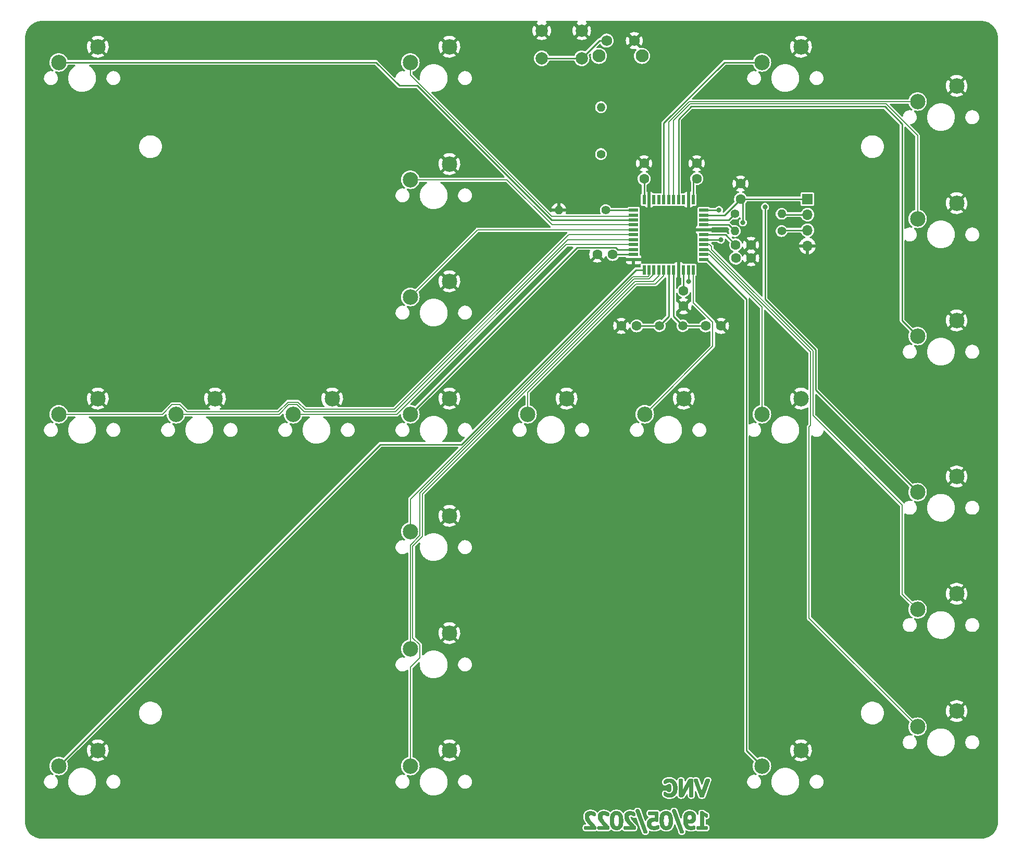
<source format=gbr>
%TF.GenerationSoftware,KiCad,Pcbnew,(6.0.4)*%
%TF.CreationDate,2022-05-19T11:32:38-03:00*%
%TF.ProjectId,G-Code_Keeb,472d436f-6465-45f4-9b65-65622e6b6963,1*%
%TF.SameCoordinates,Original*%
%TF.FileFunction,Copper,L2,Bot*%
%TF.FilePolarity,Positive*%
%FSLAX46Y46*%
G04 Gerber Fmt 4.6, Leading zero omitted, Abs format (unit mm)*
G04 Created by KiCad (PCBNEW (6.0.4)) date 2022-05-19 11:32:38*
%MOMM*%
%LPD*%
G01*
G04 APERTURE LIST*
%TA.AperFunction,NonConductor*%
%ADD10C,0.300000*%
%TD*%
%TA.AperFunction,ComponentPad*%
%ADD11C,2.500000*%
%TD*%
%TA.AperFunction,ComponentPad*%
%ADD12C,1.600000*%
%TD*%
%TA.AperFunction,ComponentPad*%
%ADD13R,1.700000X1.700000*%
%TD*%
%TA.AperFunction,ComponentPad*%
%ADD14O,1.700000X1.700000*%
%TD*%
%TA.AperFunction,ComponentPad*%
%ADD15C,2.100000*%
%TD*%
%TA.AperFunction,ComponentPad*%
%ADD16C,1.750000*%
%TD*%
%TA.AperFunction,ComponentPad*%
%ADD17C,2.000000*%
%TD*%
%TA.AperFunction,ComponentPad*%
%ADD18C,1.400000*%
%TD*%
%TA.AperFunction,ComponentPad*%
%ADD19O,1.400000X1.400000*%
%TD*%
%TA.AperFunction,ComponentPad*%
%ADD20C,1.500000*%
%TD*%
%TA.AperFunction,SMDPad,CuDef*%
%ADD21R,1.500000X0.550000*%
%TD*%
%TA.AperFunction,SMDPad,CuDef*%
%ADD22R,0.550000X1.500000*%
%TD*%
%TA.AperFunction,ViaPad*%
%ADD23C,0.800000*%
%TD*%
%TA.AperFunction,Conductor*%
%ADD24C,0.250000*%
%TD*%
%TA.AperFunction,Conductor*%
%ADD25C,0.200000*%
%TD*%
G04 APERTURE END LIST*
D10*
G36*
X113406429Y-166895993D02*
G01*
X113436434Y-166897156D01*
X113466116Y-166899094D01*
X113495475Y-166901807D01*
X113524510Y-166905294D01*
X113553223Y-166909555D01*
X113581612Y-166914591D01*
X113609679Y-166920401D01*
X113636808Y-166926793D01*
X113663420Y-166933573D01*
X113689516Y-166940742D01*
X113715096Y-166948298D01*
X113740159Y-166956242D01*
X113764706Y-166964574D01*
X113788736Y-166973293D01*
X113812250Y-166982398D01*
X113834536Y-166991230D01*
X113855918Y-167000124D01*
X113876394Y-167009082D01*
X113895967Y-167018101D01*
X113914635Y-167027183D01*
X113932398Y-167036327D01*
X113949258Y-167045533D01*
X113965212Y-167054801D01*
X113979653Y-167063873D01*
X113992994Y-167072493D01*
X114005237Y-167080661D01*
X114016380Y-167088376D01*
X114026424Y-167095638D01*
X114035369Y-167102448D01*
X114043216Y-167108804D01*
X114046727Y-167111812D01*
X114049963Y-167114707D01*
X114052995Y-167117258D01*
X114055899Y-167119761D01*
X114058673Y-167122217D01*
X114061319Y-167124626D01*
X114063836Y-167126986D01*
X114066224Y-167129299D01*
X114068484Y-167131565D01*
X114070615Y-167133782D01*
X114072618Y-167135952D01*
X114074491Y-167138074D01*
X114076236Y-167140148D01*
X114077853Y-167142175D01*
X114079341Y-167144153D01*
X114080700Y-167146084D01*
X114081931Y-167147967D01*
X114083033Y-167149802D01*
X114085068Y-167153461D01*
X114087038Y-167157181D01*
X114088944Y-167160963D01*
X114090785Y-167164807D01*
X114092562Y-167168713D01*
X114094274Y-167172682D01*
X114095920Y-167176714D01*
X114097502Y-167180808D01*
X114098495Y-167185052D01*
X114099426Y-167189488D01*
X114100295Y-167194115D01*
X114101101Y-167198933D01*
X114101845Y-167203943D01*
X114102526Y-167209143D01*
X114103145Y-167214533D01*
X114103701Y-167220114D01*
X114104193Y-167225915D01*
X114104620Y-167231976D01*
X114104981Y-167238298D01*
X114105277Y-167244879D01*
X114105671Y-167258824D01*
X114105803Y-167273810D01*
X114105739Y-167284465D01*
X114105547Y-167294733D01*
X114105227Y-167304613D01*
X114104778Y-167314107D01*
X114104202Y-167323213D01*
X114103497Y-167331933D01*
X114102664Y-167340265D01*
X114101702Y-167348212D01*
X114100633Y-167355771D01*
X114099499Y-167362941D01*
X114098301Y-167369723D01*
X114097040Y-167376116D01*
X114095714Y-167382123D01*
X114094324Y-167387741D01*
X114092870Y-167392973D01*
X114091353Y-167397818D01*
X114090313Y-167400139D01*
X114089257Y-167402374D01*
X114088185Y-167404525D01*
X114087096Y-167406590D01*
X114085991Y-167408570D01*
X114084870Y-167410465D01*
X114083732Y-167412274D01*
X114082578Y-167413998D01*
X114081407Y-167415637D01*
X114080220Y-167417191D01*
X114079016Y-167418659D01*
X114077796Y-167420042D01*
X114076560Y-167421340D01*
X114075307Y-167422552D01*
X114074038Y-167423678D01*
X114072752Y-167424720D01*
X114071194Y-167425687D01*
X114069620Y-167426592D01*
X114068030Y-167427435D01*
X114066423Y-167428215D01*
X114064800Y-167428934D01*
X114063161Y-167429590D01*
X114061506Y-167430183D01*
X114059835Y-167430714D01*
X114058147Y-167431183D01*
X114056444Y-167431589D01*
X114054724Y-167431933D01*
X114052988Y-167432215D01*
X114051235Y-167432434D01*
X114049467Y-167432590D01*
X114047682Y-167432684D01*
X114045882Y-167432715D01*
X114042685Y-167432578D01*
X114039294Y-167432167D01*
X114035710Y-167431481D01*
X114031931Y-167430521D01*
X114027959Y-167429287D01*
X114023793Y-167427779D01*
X114019433Y-167425996D01*
X114014880Y-167423939D01*
X114010132Y-167421609D01*
X114005191Y-167419004D01*
X114000056Y-167416125D01*
X113994727Y-167412972D01*
X113989204Y-167409545D01*
X113983487Y-167405844D01*
X113977576Y-167401869D01*
X113971472Y-167397620D01*
X113958198Y-167388724D01*
X113944213Y-167379638D01*
X113929518Y-167370361D01*
X113914112Y-167360894D01*
X113897996Y-167351235D01*
X113881169Y-167341386D01*
X113863632Y-167331345D01*
X113845385Y-167321112D01*
X113825909Y-167310859D01*
X113805723Y-167300802D01*
X113784827Y-167290942D01*
X113763219Y-167281279D01*
X113740901Y-167271814D01*
X113717873Y-167262546D01*
X113694134Y-167253476D01*
X113669684Y-167244605D01*
X113656926Y-167240356D01*
X113643975Y-167236381D01*
X113617491Y-167229253D01*
X113590232Y-167223221D01*
X113562198Y-167218285D01*
X113533388Y-167214446D01*
X113503804Y-167211704D01*
X113473444Y-167210058D01*
X113442309Y-167209510D01*
X113428970Y-167209647D01*
X113415824Y-167210058D01*
X113402872Y-167210744D01*
X113390114Y-167211704D01*
X113377550Y-167212938D01*
X113365180Y-167214446D01*
X113353004Y-167216229D01*
X113341021Y-167218285D01*
X113329232Y-167220616D01*
X113317637Y-167223221D01*
X113306236Y-167226100D01*
X113295029Y-167229253D01*
X113284015Y-167232680D01*
X113273196Y-167236381D01*
X113262570Y-167240356D01*
X113252138Y-167244605D01*
X113241915Y-167249099D01*
X113231919Y-167253786D01*
X113222148Y-167258667D01*
X113212603Y-167263742D01*
X113203285Y-167269009D01*
X113194193Y-167274470D01*
X113185327Y-167280124D01*
X113176687Y-167285971D01*
X113168273Y-167292012D01*
X113160086Y-167298245D01*
X113152125Y-167304672D01*
X113144389Y-167311291D01*
X113136880Y-167318103D01*
X113129597Y-167325109D01*
X113122540Y-167332307D01*
X113115710Y-167339698D01*
X113108838Y-167347274D01*
X113102176Y-167355012D01*
X113095724Y-167362911D01*
X113089483Y-167370971D01*
X113083451Y-167379193D01*
X113077629Y-167387575D01*
X113072017Y-167396119D01*
X113066615Y-167404824D01*
X113061423Y-167413690D01*
X113056441Y-167422717D01*
X113051669Y-167431905D01*
X113047107Y-167441255D01*
X113042755Y-167450765D01*
X113038613Y-167460436D01*
X113034681Y-167470268D01*
X113030958Y-167480262D01*
X113027454Y-167490118D01*
X113024176Y-167500056D01*
X113021124Y-167510075D01*
X113018299Y-167520175D01*
X113015699Y-167530357D01*
X113013325Y-167540619D01*
X113011177Y-167550962D01*
X113009255Y-167561387D01*
X113007560Y-167571892D01*
X113006090Y-167582479D01*
X113004846Y-167593146D01*
X113003829Y-167603894D01*
X113003038Y-167614723D01*
X113002472Y-167625633D01*
X113002020Y-167647696D01*
X113002311Y-167670109D01*
X113003183Y-167692911D01*
X113004636Y-167716102D01*
X113006670Y-167739680D01*
X113009285Y-167763646D01*
X113012482Y-167787999D01*
X113016261Y-167812740D01*
X113020621Y-167837867D01*
X113025919Y-167863542D01*
X113032508Y-167889929D01*
X113040389Y-167917026D01*
X113049562Y-167944834D01*
X113060027Y-167973354D01*
X113071783Y-168002584D01*
X113084830Y-168032526D01*
X113099169Y-168063178D01*
X113114446Y-168094605D01*
X113131338Y-168126870D01*
X113149845Y-168159975D01*
X113169967Y-168193919D01*
X113191704Y-168228703D01*
X113215056Y-168264326D01*
X113240023Y-168300790D01*
X113266604Y-168338095D01*
X113294606Y-168376434D01*
X113324869Y-168415999D01*
X113357393Y-168456790D01*
X113392177Y-168498809D01*
X113429223Y-168542054D01*
X113468529Y-168586528D01*
X113510095Y-168632230D01*
X113553923Y-168679160D01*
X114072756Y-169228995D01*
X114078827Y-169235686D01*
X114084639Y-169242313D01*
X114090194Y-169248874D01*
X114095490Y-169255370D01*
X114100529Y-169261800D01*
X114105309Y-169268164D01*
X114109831Y-169274461D01*
X114114096Y-169280692D01*
X114117643Y-169286401D01*
X114121061Y-169292176D01*
X114124352Y-169298016D01*
X114127515Y-169303921D01*
X114130550Y-169309892D01*
X114133457Y-169315927D01*
X114136236Y-169322028D01*
X114138888Y-169328192D01*
X114141382Y-169333993D01*
X114143680Y-169340054D01*
X114145782Y-169346376D01*
X114147689Y-169352957D01*
X114149399Y-169359800D01*
X114150914Y-169366902D01*
X114152233Y-169374265D01*
X114153357Y-169381888D01*
X114154276Y-169398076D01*
X114154933Y-169415538D01*
X114155327Y-169434275D01*
X114155459Y-169454291D01*
X114155362Y-169465440D01*
X114155071Y-169476135D01*
X114154587Y-169486378D01*
X114153909Y-169496167D01*
X114153037Y-169505504D01*
X114151971Y-169514388D01*
X114150712Y-169522819D01*
X114149260Y-169530799D01*
X114148203Y-169534618D01*
X114147097Y-169538325D01*
X114145943Y-169541917D01*
X114144741Y-169545396D01*
X114143490Y-169548761D01*
X114142190Y-169552013D01*
X114140843Y-169555152D01*
X114139446Y-169558177D01*
X114138001Y-169561088D01*
X114136508Y-169563887D01*
X114134966Y-169566572D01*
X114133375Y-169569144D01*
X114131736Y-169571602D01*
X114130049Y-169573948D01*
X114128313Y-169576180D01*
X114126528Y-169578299D01*
X114124444Y-169580365D01*
X114122327Y-169582362D01*
X114120178Y-169584290D01*
X114117997Y-169586150D01*
X114115784Y-169587940D01*
X114113539Y-169589662D01*
X114111262Y-169591316D01*
X114108952Y-169592900D01*
X114106611Y-169594416D01*
X114104237Y-169595862D01*
X114101831Y-169597240D01*
X114099393Y-169598549D01*
X114096923Y-169599789D01*
X114094421Y-169600960D01*
X114091886Y-169602062D01*
X114089320Y-169603095D01*
X114083537Y-169604500D01*
X114077560Y-169605718D01*
X114071390Y-169606749D01*
X114065027Y-169607592D01*
X114058470Y-169608248D01*
X114051719Y-169608717D01*
X114044775Y-169608998D01*
X114037638Y-169609092D01*
X112559691Y-169609092D01*
X112557382Y-169609060D01*
X112555105Y-169608966D01*
X112552860Y-169608810D01*
X112550648Y-169608591D01*
X112548469Y-169608310D01*
X112546321Y-169607966D01*
X112544206Y-169607559D01*
X112542123Y-169607091D01*
X112540073Y-169606560D01*
X112538054Y-169605966D01*
X112536068Y-169605310D01*
X112534114Y-169604592D01*
X112532193Y-169603811D01*
X112530303Y-169602968D01*
X112528446Y-169602063D01*
X112526621Y-169601096D01*
X112524592Y-169599776D01*
X112522626Y-169598391D01*
X112520725Y-169596942D01*
X112518888Y-169595428D01*
X112517114Y-169593849D01*
X112515405Y-169592205D01*
X112513760Y-169590496D01*
X112512178Y-169588723D01*
X112510661Y-169586884D01*
X112509207Y-169584981D01*
X112507818Y-169583013D01*
X112506492Y-169580979D01*
X112505231Y-169578881D01*
X112504033Y-169576718D01*
X112502899Y-169574489D01*
X112501829Y-169572196D01*
X112499335Y-169566890D01*
X112497037Y-169561329D01*
X112494935Y-169555513D01*
X112493028Y-169549441D01*
X112491318Y-169543113D01*
X112489803Y-169536529D01*
X112488484Y-169529688D01*
X112487360Y-169522589D01*
X112485908Y-169515233D01*
X112484649Y-169507618D01*
X112483583Y-169499743D01*
X112482712Y-169491610D01*
X112482033Y-169483218D01*
X112481549Y-169474567D01*
X112481258Y-169465657D01*
X112481161Y-169456488D01*
X112481066Y-169456671D01*
X112481163Y-169447533D01*
X112481454Y-169438716D01*
X112481938Y-169430220D01*
X112482616Y-169422045D01*
X112483488Y-169414193D01*
X112484553Y-169406662D01*
X112485812Y-169399454D01*
X112487265Y-169392569D01*
X112487814Y-169388996D01*
X112488427Y-169385504D01*
X112489105Y-169382092D01*
X112489848Y-169378762D01*
X112490655Y-169375511D01*
X112491527Y-169372342D01*
X112492464Y-169369253D01*
X112493465Y-169366244D01*
X112494531Y-169363316D01*
X112495662Y-169360468D01*
X112496858Y-169357701D01*
X112498118Y-169355014D01*
X112499443Y-169352407D01*
X112500832Y-169349881D01*
X112502286Y-169347435D01*
X112503805Y-169345069D01*
X112505121Y-169342748D01*
X112506485Y-169340513D01*
X112507897Y-169338362D01*
X112509358Y-169336297D01*
X112510868Y-169334317D01*
X112512426Y-169332422D01*
X112514032Y-169330613D01*
X112515687Y-169328889D01*
X112517391Y-169327250D01*
X112519143Y-169325696D01*
X112520944Y-169324228D01*
X112522793Y-169322845D01*
X112524691Y-169321547D01*
X112526638Y-169320335D01*
X112528633Y-169319209D01*
X112530676Y-169318167D01*
X112532492Y-169316920D01*
X112534323Y-169315753D01*
X112536171Y-169314667D01*
X112538036Y-169313661D01*
X112539916Y-169312736D01*
X112541813Y-169311891D01*
X112543725Y-169311127D01*
X112545655Y-169310443D01*
X112547600Y-169309839D01*
X112549562Y-169309316D01*
X112551540Y-169308874D01*
X112553534Y-169308511D01*
X112555545Y-169308230D01*
X112557572Y-169308029D01*
X112559615Y-169307908D01*
X112561674Y-169307868D01*
X113725428Y-169307868D01*
X113301684Y-168865515D01*
X113245743Y-168807479D01*
X113192644Y-168751186D01*
X113142388Y-168696637D01*
X113094975Y-168643832D01*
X113050404Y-168592771D01*
X113008675Y-168543453D01*
X112969789Y-168495879D01*
X112933745Y-168450049D01*
X112900156Y-168405120D01*
X112868634Y-168361289D01*
X112839178Y-168318557D01*
X112811790Y-168276923D01*
X112786469Y-168236388D01*
X112763215Y-168196952D01*
X112742027Y-168158614D01*
X112722906Y-168121375D01*
X112705110Y-168084521D01*
X112688929Y-168048378D01*
X112674363Y-168012948D01*
X112661412Y-167978228D01*
X112650076Y-167944220D01*
X112640354Y-167910922D01*
X112632248Y-167878335D01*
X112628801Y-167862307D01*
X112625758Y-167846457D01*
X112620429Y-167814419D01*
X112615812Y-167782379D01*
X112611905Y-167750339D01*
X112608708Y-167718299D01*
X112606222Y-167686258D01*
X112604446Y-167654218D01*
X112603381Y-167622178D01*
X112603026Y-167590140D01*
X112603211Y-167572375D01*
X112603769Y-167554739D01*
X112604697Y-167537233D01*
X112605997Y-167519856D01*
X112607668Y-167502608D01*
X112609711Y-167485490D01*
X112612125Y-167468501D01*
X112614910Y-167451642D01*
X112618067Y-167434911D01*
X112621596Y-167418310D01*
X112625495Y-167401839D01*
X112629766Y-167385496D01*
X112634409Y-167369283D01*
X112639423Y-167353199D01*
X112644808Y-167337243D01*
X112650565Y-167321418D01*
X112656701Y-167305777D01*
X112663226Y-167290380D01*
X112670138Y-167275224D01*
X112677437Y-167260311D01*
X112685124Y-167245641D01*
X112693199Y-167231212D01*
X112701661Y-167217026D01*
X112710511Y-167203082D01*
X112719748Y-167189380D01*
X112729373Y-167175920D01*
X112739385Y-167162702D01*
X112749785Y-167149726D01*
X112760573Y-167136992D01*
X112771748Y-167124500D01*
X112783310Y-167112250D01*
X112795260Y-167100241D01*
X112807347Y-167088510D01*
X112819838Y-167077103D01*
X112832733Y-167066020D01*
X112846031Y-167055260D01*
X112859733Y-167044825D01*
X112873839Y-167034713D01*
X112888348Y-167024925D01*
X112903262Y-167015462D01*
X112918579Y-167006322D01*
X112934299Y-166997506D01*
X112950424Y-166989013D01*
X112966952Y-166980844D01*
X112983884Y-166973000D01*
X113001220Y-166965478D01*
X113018960Y-166958281D01*
X113037104Y-166951407D01*
X113055384Y-166944650D01*
X113074052Y-166938329D01*
X113093108Y-166932443D01*
X113112551Y-166926994D01*
X113132382Y-166921981D01*
X113152600Y-166917403D01*
X113173206Y-166913262D01*
X113194200Y-166909556D01*
X113215581Y-166906287D01*
X113237350Y-166903453D01*
X113282050Y-166899093D01*
X113328300Y-166896478D01*
X113376101Y-166895606D01*
X113406429Y-166895993D01*
G37*
X113406429Y-166895993D02*
X113436434Y-166897156D01*
X113466116Y-166899094D01*
X113495475Y-166901807D01*
X113524510Y-166905294D01*
X113553223Y-166909555D01*
X113581612Y-166914591D01*
X113609679Y-166920401D01*
X113636808Y-166926793D01*
X113663420Y-166933573D01*
X113689516Y-166940742D01*
X113715096Y-166948298D01*
X113740159Y-166956242D01*
X113764706Y-166964574D01*
X113788736Y-166973293D01*
X113812250Y-166982398D01*
X113834536Y-166991230D01*
X113855918Y-167000124D01*
X113876394Y-167009082D01*
X113895967Y-167018101D01*
X113914635Y-167027183D01*
X113932398Y-167036327D01*
X113949258Y-167045533D01*
X113965212Y-167054801D01*
X113979653Y-167063873D01*
X113992994Y-167072493D01*
X114005237Y-167080661D01*
X114016380Y-167088376D01*
X114026424Y-167095638D01*
X114035369Y-167102448D01*
X114043216Y-167108804D01*
X114046727Y-167111812D01*
X114049963Y-167114707D01*
X114052995Y-167117258D01*
X114055899Y-167119761D01*
X114058673Y-167122217D01*
X114061319Y-167124626D01*
X114063836Y-167126986D01*
X114066224Y-167129299D01*
X114068484Y-167131565D01*
X114070615Y-167133782D01*
X114072618Y-167135952D01*
X114074491Y-167138074D01*
X114076236Y-167140148D01*
X114077853Y-167142175D01*
X114079341Y-167144153D01*
X114080700Y-167146084D01*
X114081931Y-167147967D01*
X114083033Y-167149802D01*
X114085068Y-167153461D01*
X114087038Y-167157181D01*
X114088944Y-167160963D01*
X114090785Y-167164807D01*
X114092562Y-167168713D01*
X114094274Y-167172682D01*
X114095920Y-167176714D01*
X114097502Y-167180808D01*
X114098495Y-167185052D01*
X114099426Y-167189488D01*
X114100295Y-167194115D01*
X114101101Y-167198933D01*
X114101845Y-167203943D01*
X114102526Y-167209143D01*
X114103145Y-167214533D01*
X114103701Y-167220114D01*
X114104193Y-167225915D01*
X114104620Y-167231976D01*
X114104981Y-167238298D01*
X114105277Y-167244879D01*
X114105671Y-167258824D01*
X114105803Y-167273810D01*
X114105739Y-167284465D01*
X114105547Y-167294733D01*
X114105227Y-167304613D01*
X114104778Y-167314107D01*
X114104202Y-167323213D01*
X114103497Y-167331933D01*
X114102664Y-167340265D01*
X114101702Y-167348212D01*
X114100633Y-167355771D01*
X114099499Y-167362941D01*
X114098301Y-167369723D01*
X114097040Y-167376116D01*
X114095714Y-167382123D01*
X114094324Y-167387741D01*
X114092870Y-167392973D01*
X114091353Y-167397818D01*
X114090313Y-167400139D01*
X114089257Y-167402374D01*
X114088185Y-167404525D01*
X114087096Y-167406590D01*
X114085991Y-167408570D01*
X114084870Y-167410465D01*
X114083732Y-167412274D01*
X114082578Y-167413998D01*
X114081407Y-167415637D01*
X114080220Y-167417191D01*
X114079016Y-167418659D01*
X114077796Y-167420042D01*
X114076560Y-167421340D01*
X114075307Y-167422552D01*
X114074038Y-167423678D01*
X114072752Y-167424720D01*
X114071194Y-167425687D01*
X114069620Y-167426592D01*
X114068030Y-167427435D01*
X114066423Y-167428215D01*
X114064800Y-167428934D01*
X114063161Y-167429590D01*
X114061506Y-167430183D01*
X114059835Y-167430714D01*
X114058147Y-167431183D01*
X114056444Y-167431589D01*
X114054724Y-167431933D01*
X114052988Y-167432215D01*
X114051235Y-167432434D01*
X114049467Y-167432590D01*
X114047682Y-167432684D01*
X114045882Y-167432715D01*
X114042685Y-167432578D01*
X114039294Y-167432167D01*
X114035710Y-167431481D01*
X114031931Y-167430521D01*
X114027959Y-167429287D01*
X114023793Y-167427779D01*
X114019433Y-167425996D01*
X114014880Y-167423939D01*
X114010132Y-167421609D01*
X114005191Y-167419004D01*
X114000056Y-167416125D01*
X113994727Y-167412972D01*
X113989204Y-167409545D01*
X113983487Y-167405844D01*
X113977576Y-167401869D01*
X113971472Y-167397620D01*
X113958198Y-167388724D01*
X113944213Y-167379638D01*
X113929518Y-167370361D01*
X113914112Y-167360894D01*
X113897996Y-167351235D01*
X113881169Y-167341386D01*
X113863632Y-167331345D01*
X113845385Y-167321112D01*
X113825909Y-167310859D01*
X113805723Y-167300802D01*
X113784827Y-167290942D01*
X113763219Y-167281279D01*
X113740901Y-167271814D01*
X113717873Y-167262546D01*
X113694134Y-167253476D01*
X113669684Y-167244605D01*
X113656926Y-167240356D01*
X113643975Y-167236381D01*
X113617491Y-167229253D01*
X113590232Y-167223221D01*
X113562198Y-167218285D01*
X113533388Y-167214446D01*
X113503804Y-167211704D01*
X113473444Y-167210058D01*
X113442309Y-167209510D01*
X113428970Y-167209647D01*
X113415824Y-167210058D01*
X113402872Y-167210744D01*
X113390114Y-167211704D01*
X113377550Y-167212938D01*
X113365180Y-167214446D01*
X113353004Y-167216229D01*
X113341021Y-167218285D01*
X113329232Y-167220616D01*
X113317637Y-167223221D01*
X113306236Y-167226100D01*
X113295029Y-167229253D01*
X113284015Y-167232680D01*
X113273196Y-167236381D01*
X113262570Y-167240356D01*
X113252138Y-167244605D01*
X113241915Y-167249099D01*
X113231919Y-167253786D01*
X113222148Y-167258667D01*
X113212603Y-167263742D01*
X113203285Y-167269009D01*
X113194193Y-167274470D01*
X113185327Y-167280124D01*
X113176687Y-167285971D01*
X113168273Y-167292012D01*
X113160086Y-167298245D01*
X113152125Y-167304672D01*
X113144389Y-167311291D01*
X113136880Y-167318103D01*
X113129597Y-167325109D01*
X113122540Y-167332307D01*
X113115710Y-167339698D01*
X113108838Y-167347274D01*
X113102176Y-167355012D01*
X113095724Y-167362911D01*
X113089483Y-167370971D01*
X113083451Y-167379193D01*
X113077629Y-167387575D01*
X113072017Y-167396119D01*
X113066615Y-167404824D01*
X113061423Y-167413690D01*
X113056441Y-167422717D01*
X113051669Y-167431905D01*
X113047107Y-167441255D01*
X113042755Y-167450765D01*
X113038613Y-167460436D01*
X113034681Y-167470268D01*
X113030958Y-167480262D01*
X113027454Y-167490118D01*
X113024176Y-167500056D01*
X113021124Y-167510075D01*
X113018299Y-167520175D01*
X113015699Y-167530357D01*
X113013325Y-167540619D01*
X113011177Y-167550962D01*
X113009255Y-167561387D01*
X113007560Y-167571892D01*
X113006090Y-167582479D01*
X113004846Y-167593146D01*
X113003829Y-167603894D01*
X113003038Y-167614723D01*
X113002472Y-167625633D01*
X113002020Y-167647696D01*
X113002311Y-167670109D01*
X113003183Y-167692911D01*
X113004636Y-167716102D01*
X113006670Y-167739680D01*
X113009285Y-167763646D01*
X113012482Y-167787999D01*
X113016261Y-167812740D01*
X113020621Y-167837867D01*
X113025919Y-167863542D01*
X113032508Y-167889929D01*
X113040389Y-167917026D01*
X113049562Y-167944834D01*
X113060027Y-167973354D01*
X113071783Y-168002584D01*
X113084830Y-168032526D01*
X113099169Y-168063178D01*
X113114446Y-168094605D01*
X113131338Y-168126870D01*
X113149845Y-168159975D01*
X113169967Y-168193919D01*
X113191704Y-168228703D01*
X113215056Y-168264326D01*
X113240023Y-168300790D01*
X113266604Y-168338095D01*
X113294606Y-168376434D01*
X113324869Y-168415999D01*
X113357393Y-168456790D01*
X113392177Y-168498809D01*
X113429223Y-168542054D01*
X113468529Y-168586528D01*
X113510095Y-168632230D01*
X113553923Y-168679160D01*
X114072756Y-169228995D01*
X114078827Y-169235686D01*
X114084639Y-169242313D01*
X114090194Y-169248874D01*
X114095490Y-169255370D01*
X114100529Y-169261800D01*
X114105309Y-169268164D01*
X114109831Y-169274461D01*
X114114096Y-169280692D01*
X114117643Y-169286401D01*
X114121061Y-169292176D01*
X114124352Y-169298016D01*
X114127515Y-169303921D01*
X114130550Y-169309892D01*
X114133457Y-169315927D01*
X114136236Y-169322028D01*
X114138888Y-169328192D01*
X114141382Y-169333993D01*
X114143680Y-169340054D01*
X114145782Y-169346376D01*
X114147689Y-169352957D01*
X114149399Y-169359800D01*
X114150914Y-169366902D01*
X114152233Y-169374265D01*
X114153357Y-169381888D01*
X114154276Y-169398076D01*
X114154933Y-169415538D01*
X114155327Y-169434275D01*
X114155459Y-169454291D01*
X114155362Y-169465440D01*
X114155071Y-169476135D01*
X114154587Y-169486378D01*
X114153909Y-169496167D01*
X114153037Y-169505504D01*
X114151971Y-169514388D01*
X114150712Y-169522819D01*
X114149260Y-169530799D01*
X114148203Y-169534618D01*
X114147097Y-169538325D01*
X114145943Y-169541917D01*
X114144741Y-169545396D01*
X114143490Y-169548761D01*
X114142190Y-169552013D01*
X114140843Y-169555152D01*
X114139446Y-169558177D01*
X114138001Y-169561088D01*
X114136508Y-169563887D01*
X114134966Y-169566572D01*
X114133375Y-169569144D01*
X114131736Y-169571602D01*
X114130049Y-169573948D01*
X114128313Y-169576180D01*
X114126528Y-169578299D01*
X114124444Y-169580365D01*
X114122327Y-169582362D01*
X114120178Y-169584290D01*
X114117997Y-169586150D01*
X114115784Y-169587940D01*
X114113539Y-169589662D01*
X114111262Y-169591316D01*
X114108952Y-169592900D01*
X114106611Y-169594416D01*
X114104237Y-169595862D01*
X114101831Y-169597240D01*
X114099393Y-169598549D01*
X114096923Y-169599789D01*
X114094421Y-169600960D01*
X114091886Y-169602062D01*
X114089320Y-169603095D01*
X114083537Y-169604500D01*
X114077560Y-169605718D01*
X114071390Y-169606749D01*
X114065027Y-169607592D01*
X114058470Y-169608248D01*
X114051719Y-169608717D01*
X114044775Y-169608998D01*
X114037638Y-169609092D01*
X112559691Y-169609092D01*
X112557382Y-169609060D01*
X112555105Y-169608966D01*
X112552860Y-169608810D01*
X112550648Y-169608591D01*
X112548469Y-169608310D01*
X112546321Y-169607966D01*
X112544206Y-169607559D01*
X112542123Y-169607091D01*
X112540073Y-169606560D01*
X112538054Y-169605966D01*
X112536068Y-169605310D01*
X112534114Y-169604592D01*
X112532193Y-169603811D01*
X112530303Y-169602968D01*
X112528446Y-169602063D01*
X112526621Y-169601096D01*
X112524592Y-169599776D01*
X112522626Y-169598391D01*
X112520725Y-169596942D01*
X112518888Y-169595428D01*
X112517114Y-169593849D01*
X112515405Y-169592205D01*
X112513760Y-169590496D01*
X112512178Y-169588723D01*
X112510661Y-169586884D01*
X112509207Y-169584981D01*
X112507818Y-169583013D01*
X112506492Y-169580979D01*
X112505231Y-169578881D01*
X112504033Y-169576718D01*
X112502899Y-169574489D01*
X112501829Y-169572196D01*
X112499335Y-169566890D01*
X112497037Y-169561329D01*
X112494935Y-169555513D01*
X112493028Y-169549441D01*
X112491318Y-169543113D01*
X112489803Y-169536529D01*
X112488484Y-169529688D01*
X112487360Y-169522589D01*
X112485908Y-169515233D01*
X112484649Y-169507618D01*
X112483583Y-169499743D01*
X112482712Y-169491610D01*
X112482033Y-169483218D01*
X112481549Y-169474567D01*
X112481258Y-169465657D01*
X112481161Y-169456488D01*
X112481066Y-169456671D01*
X112481163Y-169447533D01*
X112481454Y-169438716D01*
X112481938Y-169430220D01*
X112482616Y-169422045D01*
X112483488Y-169414193D01*
X112484553Y-169406662D01*
X112485812Y-169399454D01*
X112487265Y-169392569D01*
X112487814Y-169388996D01*
X112488427Y-169385504D01*
X112489105Y-169382092D01*
X112489848Y-169378762D01*
X112490655Y-169375511D01*
X112491527Y-169372342D01*
X112492464Y-169369253D01*
X112493465Y-169366244D01*
X112494531Y-169363316D01*
X112495662Y-169360468D01*
X112496858Y-169357701D01*
X112498118Y-169355014D01*
X112499443Y-169352407D01*
X112500832Y-169349881D01*
X112502286Y-169347435D01*
X112503805Y-169345069D01*
X112505121Y-169342748D01*
X112506485Y-169340513D01*
X112507897Y-169338362D01*
X112509358Y-169336297D01*
X112510868Y-169334317D01*
X112512426Y-169332422D01*
X112514032Y-169330613D01*
X112515687Y-169328889D01*
X112517391Y-169327250D01*
X112519143Y-169325696D01*
X112520944Y-169324228D01*
X112522793Y-169322845D01*
X112524691Y-169321547D01*
X112526638Y-169320335D01*
X112528633Y-169319209D01*
X112530676Y-169318167D01*
X112532492Y-169316920D01*
X112534323Y-169315753D01*
X112536171Y-169314667D01*
X112538036Y-169313661D01*
X112539916Y-169312736D01*
X112541813Y-169311891D01*
X112543725Y-169311127D01*
X112545655Y-169310443D01*
X112547600Y-169309839D01*
X112549562Y-169309316D01*
X112551540Y-169308874D01*
X112553534Y-169308511D01*
X112555545Y-169308230D01*
X112557572Y-169308029D01*
X112559615Y-169307908D01*
X112561674Y-169307868D01*
X113725428Y-169307868D01*
X113301684Y-168865515D01*
X113245743Y-168807479D01*
X113192644Y-168751186D01*
X113142388Y-168696637D01*
X113094975Y-168643832D01*
X113050404Y-168592771D01*
X113008675Y-168543453D01*
X112969789Y-168495879D01*
X112933745Y-168450049D01*
X112900156Y-168405120D01*
X112868634Y-168361289D01*
X112839178Y-168318557D01*
X112811790Y-168276923D01*
X112786469Y-168236388D01*
X112763215Y-168196952D01*
X112742027Y-168158614D01*
X112722906Y-168121375D01*
X112705110Y-168084521D01*
X112688929Y-168048378D01*
X112674363Y-168012948D01*
X112661412Y-167978228D01*
X112650076Y-167944220D01*
X112640354Y-167910922D01*
X112632248Y-167878335D01*
X112628801Y-167862307D01*
X112625758Y-167846457D01*
X112620429Y-167814419D01*
X112615812Y-167782379D01*
X112611905Y-167750339D01*
X112608708Y-167718299D01*
X112606222Y-167686258D01*
X112604446Y-167654218D01*
X112603381Y-167622178D01*
X112603026Y-167590140D01*
X112603211Y-167572375D01*
X112603769Y-167554739D01*
X112604697Y-167537233D01*
X112605997Y-167519856D01*
X112607668Y-167502608D01*
X112609711Y-167485490D01*
X112612125Y-167468501D01*
X112614910Y-167451642D01*
X112618067Y-167434911D01*
X112621596Y-167418310D01*
X112625495Y-167401839D01*
X112629766Y-167385496D01*
X112634409Y-167369283D01*
X112639423Y-167353199D01*
X112644808Y-167337243D01*
X112650565Y-167321418D01*
X112656701Y-167305777D01*
X112663226Y-167290380D01*
X112670138Y-167275224D01*
X112677437Y-167260311D01*
X112685124Y-167245641D01*
X112693199Y-167231212D01*
X112701661Y-167217026D01*
X112710511Y-167203082D01*
X112719748Y-167189380D01*
X112729373Y-167175920D01*
X112739385Y-167162702D01*
X112749785Y-167149726D01*
X112760573Y-167136992D01*
X112771748Y-167124500D01*
X112783310Y-167112250D01*
X112795260Y-167100241D01*
X112807347Y-167088510D01*
X112819838Y-167077103D01*
X112832733Y-167066020D01*
X112846031Y-167055260D01*
X112859733Y-167044825D01*
X112873839Y-167034713D01*
X112888348Y-167024925D01*
X112903262Y-167015462D01*
X112918579Y-167006322D01*
X112934299Y-166997506D01*
X112950424Y-166989013D01*
X112966952Y-166980844D01*
X112983884Y-166973000D01*
X113001220Y-166965478D01*
X113018960Y-166958281D01*
X113037104Y-166951407D01*
X113055384Y-166944650D01*
X113074052Y-166938329D01*
X113093108Y-166932443D01*
X113112551Y-166926994D01*
X113132382Y-166921981D01*
X113152600Y-166917403D01*
X113173206Y-166913262D01*
X113194200Y-166909556D01*
X113215581Y-166906287D01*
X113237350Y-166903453D01*
X113282050Y-166899093D01*
X113328300Y-166896478D01*
X113376101Y-166895606D01*
X113406429Y-166895993D01*
G36*
X125933702Y-161636726D02*
G01*
X125945750Y-161636913D01*
X125957217Y-161637225D01*
X125968101Y-161637662D01*
X125978405Y-161638224D01*
X125988126Y-161638911D01*
X125997266Y-161639723D01*
X126005823Y-161640662D01*
X126013416Y-161641805D01*
X126020686Y-161643139D01*
X126024199Y-161643878D01*
X126027631Y-161644665D01*
X126030983Y-161645500D01*
X126034253Y-161646382D01*
X126037443Y-161647312D01*
X126040552Y-161648290D01*
X126043580Y-161649316D01*
X126046527Y-161650389D01*
X126049392Y-161651510D01*
X126052178Y-161652678D01*
X126054882Y-161653894D01*
X126057505Y-161655158D01*
X126059786Y-161656212D01*
X126061987Y-161657299D01*
X126064107Y-161658417D01*
X126066147Y-161659567D01*
X126068108Y-161660749D01*
X126069987Y-161661963D01*
X126071787Y-161663209D01*
X126073507Y-161664487D01*
X126075146Y-161665797D01*
X126076705Y-161667138D01*
X126078184Y-161668512D01*
X126079583Y-161669919D01*
X126080901Y-161671357D01*
X126082140Y-161672827D01*
X126083298Y-161674329D01*
X126084376Y-161675864D01*
X126085381Y-161677423D01*
X126086322Y-161678998D01*
X126087197Y-161680590D01*
X126088008Y-161682198D01*
X126088754Y-161683823D01*
X126089435Y-161685463D01*
X126090051Y-161687120D01*
X126090602Y-161688794D01*
X126091088Y-161690484D01*
X126091510Y-161692190D01*
X126091866Y-161693912D01*
X126092158Y-161695650D01*
X126092385Y-161697405D01*
X126092547Y-161699175D01*
X126092644Y-161700962D01*
X126092676Y-161702765D01*
X126092676Y-163494910D01*
X126090078Y-163667514D01*
X126086478Y-163833915D01*
X126088579Y-163833915D01*
X126113512Y-163785465D01*
X126138704Y-163737277D01*
X126164156Y-163689346D01*
X126189867Y-163641669D01*
X126239990Y-163543996D01*
X126291151Y-163445304D01*
X126317248Y-163395565D01*
X126343862Y-163345568D01*
X126370992Y-163295315D01*
X126398638Y-163244803D01*
X126455487Y-163140410D01*
X126514395Y-163033957D01*
X127163451Y-161859870D01*
X127172173Y-161844198D01*
X127180767Y-161829240D01*
X127189230Y-161814993D01*
X127197564Y-161801459D01*
X127205769Y-161788637D01*
X127213843Y-161776528D01*
X127221787Y-161765131D01*
X127229601Y-161754447D01*
X127233235Y-161749103D01*
X127236901Y-161743921D01*
X127240600Y-161738901D01*
X127244330Y-161734042D01*
X127248093Y-161729345D01*
X127251889Y-161724809D01*
X127255716Y-161720436D01*
X127259576Y-161716223D01*
X127263468Y-161712173D01*
X127267392Y-161708284D01*
X127271348Y-161704557D01*
X127275337Y-161700991D01*
X127279357Y-161697587D01*
X127283410Y-161694345D01*
X127287496Y-161691265D01*
X127291613Y-161688346D01*
X127295529Y-161685304D01*
X127299526Y-161682375D01*
X127303604Y-161679559D01*
X127307763Y-161676856D01*
X127312002Y-161674266D01*
X127316322Y-161671790D01*
X127320723Y-161669426D01*
X127325204Y-161667176D01*
X127329766Y-161665039D01*
X127334409Y-161663015D01*
X127339133Y-161661104D01*
X127343937Y-161659307D01*
X127348823Y-161657623D01*
X127353789Y-161656052D01*
X127358835Y-161654595D01*
X127363962Y-161653250D01*
X127374103Y-161650836D01*
X127384890Y-161648744D01*
X127396323Y-161646974D01*
X127408403Y-161645526D01*
X127421128Y-161644399D01*
X127434500Y-161643594D01*
X127448518Y-161643112D01*
X127463183Y-161642951D01*
X127632681Y-161642951D01*
X127639367Y-161643088D01*
X127645989Y-161643499D01*
X127652546Y-161644185D01*
X127659038Y-161645145D01*
X127665465Y-161646379D01*
X127671828Y-161647887D01*
X127678126Y-161649670D01*
X127684360Y-161651726D01*
X127690529Y-161654057D01*
X127696633Y-161656662D01*
X127702673Y-161659541D01*
X127708648Y-161662694D01*
X127714558Y-161666121D01*
X127720404Y-161669822D01*
X127726185Y-161673797D01*
X127731901Y-161678046D01*
X127737409Y-161682621D01*
X127742561Y-161687567D01*
X127747357Y-161692886D01*
X127751798Y-161698576D01*
X127755884Y-161704639D01*
X127759615Y-161711073D01*
X127762991Y-161717879D01*
X127766011Y-161725056D01*
X127768675Y-161732606D01*
X127770985Y-161740527D01*
X127772939Y-161748820D01*
X127774538Y-161757484D01*
X127775781Y-161766521D01*
X127776670Y-161775929D01*
X127777203Y-161785708D01*
X127777380Y-161795859D01*
X127777380Y-164263922D01*
X127777348Y-164265723D01*
X127777251Y-164267524D01*
X127777089Y-164269326D01*
X127776862Y-164271129D01*
X127776570Y-164272933D01*
X127776213Y-164274738D01*
X127775792Y-164276543D01*
X127775306Y-164278350D01*
X127774754Y-164280157D01*
X127774138Y-164281964D01*
X127773457Y-164283773D01*
X127772712Y-164285582D01*
X127771901Y-164287391D01*
X127771025Y-164289201D01*
X127770085Y-164291012D01*
X127769080Y-164292823D01*
X127768006Y-164294392D01*
X127766851Y-164295925D01*
X127765616Y-164297422D01*
X127764299Y-164298882D01*
X127762903Y-164300305D01*
X127761425Y-164301692D01*
X127759867Y-164303041D01*
X127758228Y-164304354D01*
X127756508Y-164305631D01*
X127754707Y-164306870D01*
X127752826Y-164308072D01*
X127750864Y-164309238D01*
X127748821Y-164310366D01*
X127746698Y-164311457D01*
X127744494Y-164312512D01*
X127742209Y-164313529D01*
X127737364Y-164315067D01*
X127732132Y-164316533D01*
X127726513Y-164317928D01*
X127720505Y-164319251D01*
X127714110Y-164320503D01*
X127707327Y-164321683D01*
X127700157Y-164322791D01*
X127692599Y-164323828D01*
X127684073Y-164325234D01*
X127675031Y-164326452D01*
X127665471Y-164327483D01*
X127655394Y-164328326D01*
X127644801Y-164328982D01*
X127633690Y-164329450D01*
X127622063Y-164329731D01*
X127609919Y-164329825D01*
X127597807Y-164329731D01*
X127586277Y-164329450D01*
X127575328Y-164328982D01*
X127564961Y-164328326D01*
X127555176Y-164327483D01*
X127545972Y-164326452D01*
X127537351Y-164325234D01*
X127529311Y-164323828D01*
X127521267Y-164322726D01*
X127513676Y-164321571D01*
X127506537Y-164320363D01*
X127499851Y-164319102D01*
X127493617Y-164317788D01*
X127487835Y-164316421D01*
X127482506Y-164315001D01*
X127477629Y-164313529D01*
X127475097Y-164312474D01*
X127472662Y-164311388D01*
X127470323Y-164310270D01*
X127468081Y-164309120D01*
X127465935Y-164307938D01*
X127463886Y-164306724D01*
X127461932Y-164305478D01*
X127460076Y-164304200D01*
X127458315Y-164302890D01*
X127456651Y-164301548D01*
X127455084Y-164300174D01*
X127453613Y-164298768D01*
X127452238Y-164297330D01*
X127450959Y-164295860D01*
X127449777Y-164294357D01*
X127448691Y-164292823D01*
X127447685Y-164291022D01*
X127446745Y-164289221D01*
X127445869Y-164287419D01*
X127445059Y-164285616D01*
X127444313Y-164283812D01*
X127443632Y-164282007D01*
X127443016Y-164280202D01*
X127442465Y-164278395D01*
X127441978Y-164276588D01*
X127441557Y-164274781D01*
X127441200Y-164272972D01*
X127440909Y-164271163D01*
X127440682Y-164269354D01*
X127440520Y-164267544D01*
X127440422Y-164265733D01*
X127440390Y-164263922D01*
X127440390Y-162649558D01*
X127440916Y-162496073D01*
X127442492Y-162341559D01*
X127445091Y-162188084D01*
X127448691Y-162037711D01*
X127444590Y-162037711D01*
X127415136Y-162099203D01*
X127384648Y-162161731D01*
X127353125Y-162225294D01*
X127320566Y-162289893D01*
X127286587Y-162353333D01*
X127252868Y-162415478D01*
X127219409Y-162476328D01*
X127186209Y-162535880D01*
X126342848Y-164057227D01*
X126332125Y-164076923D01*
X126321661Y-164095716D01*
X126311455Y-164113607D01*
X126301507Y-164130595D01*
X126291817Y-164146680D01*
X126282386Y-164161863D01*
X126273214Y-164176143D01*
X126264300Y-164189521D01*
X126255029Y-164202123D01*
X126245824Y-164214077D01*
X126236683Y-164225384D01*
X126227607Y-164236045D01*
X126218596Y-164246058D01*
X126214114Y-164250823D01*
X126209649Y-164255426D01*
X126205200Y-164259867D01*
X126200767Y-164264147D01*
X126196351Y-164268266D01*
X126191950Y-164272223D01*
X126187291Y-164275772D01*
X126182615Y-164279192D01*
X126177924Y-164282483D01*
X126173216Y-164285645D01*
X126168492Y-164288677D01*
X126163753Y-164291581D01*
X126158997Y-164294356D01*
X126154225Y-164297002D01*
X126149437Y-164299518D01*
X126144632Y-164301906D01*
X126139812Y-164304166D01*
X126134976Y-164306296D01*
X126130123Y-164308297D01*
X126125255Y-164310170D01*
X126120370Y-164311914D01*
X126115469Y-164313529D01*
X126104940Y-164315943D01*
X126094023Y-164318035D01*
X126082718Y-164319805D01*
X126071026Y-164321254D01*
X126058946Y-164322380D01*
X126046479Y-164323185D01*
X126033623Y-164323668D01*
X126020380Y-164323828D01*
X125906691Y-164323828D01*
X125899973Y-164323703D01*
X125893256Y-164323328D01*
X125886538Y-164322703D01*
X125879820Y-164321828D01*
X125873103Y-164320703D01*
X125866385Y-164319329D01*
X125859667Y-164317705D01*
X125852949Y-164315833D01*
X125849614Y-164314754D01*
X125846327Y-164313595D01*
X125843089Y-164312356D01*
X125839900Y-164311037D01*
X125836759Y-164309638D01*
X125833666Y-164308158D01*
X125830622Y-164306598D01*
X125827627Y-164304957D01*
X125824680Y-164303236D01*
X125821781Y-164301434D01*
X125818931Y-164299552D01*
X125816130Y-164297590D01*
X125813378Y-164295546D01*
X125810673Y-164293422D01*
X125808018Y-164291217D01*
X125805411Y-164288932D01*
X125802609Y-164286554D01*
X125799889Y-164284097D01*
X125797249Y-164281560D01*
X125794690Y-164278944D01*
X125792211Y-164276247D01*
X125789813Y-164273471D01*
X125787496Y-164270616D01*
X125785260Y-164267680D01*
X125783104Y-164264665D01*
X125781028Y-164261569D01*
X125779034Y-164258395D01*
X125777120Y-164255140D01*
X125775286Y-164251806D01*
X125773534Y-164248392D01*
X125771861Y-164244898D01*
X125770270Y-164241324D01*
X125768517Y-164237651D01*
X125766878Y-164233883D01*
X125765352Y-164230018D01*
X125763939Y-164226057D01*
X125762639Y-164222001D01*
X125761452Y-164217848D01*
X125760378Y-164213599D01*
X125759417Y-164209254D01*
X125758570Y-164204813D01*
X125757835Y-164200275D01*
X125757213Y-164195642D01*
X125756705Y-164190912D01*
X125756309Y-164186085D01*
X125756027Y-164181162D01*
X125755857Y-164176143D01*
X125755801Y-164171027D01*
X125755671Y-161702765D01*
X125755703Y-161700962D01*
X125755801Y-161699175D01*
X125755963Y-161697405D01*
X125756189Y-161695650D01*
X125756481Y-161693912D01*
X125756838Y-161692190D01*
X125757259Y-161690484D01*
X125757746Y-161688794D01*
X125758297Y-161687120D01*
X125758913Y-161685463D01*
X125759594Y-161683823D01*
X125760340Y-161682198D01*
X125761150Y-161680590D01*
X125762026Y-161678998D01*
X125762966Y-161677423D01*
X125763972Y-161675864D01*
X125765046Y-161674294D01*
X125766200Y-161672761D01*
X125767436Y-161671265D01*
X125768752Y-161669805D01*
X125770149Y-161668382D01*
X125771626Y-161666995D01*
X125773184Y-161665645D01*
X125774824Y-161664332D01*
X125776543Y-161663056D01*
X125778344Y-161661817D01*
X125780225Y-161660614D01*
X125782187Y-161659449D01*
X125784230Y-161658320D01*
X125786353Y-161657229D01*
X125788557Y-161656175D01*
X125790842Y-161655158D01*
X125793226Y-161653870D01*
X125795722Y-161652634D01*
X125798331Y-161651448D01*
X125801053Y-161650314D01*
X125803888Y-161649230D01*
X125806835Y-161648197D01*
X125809896Y-161647216D01*
X125813070Y-161646285D01*
X125819756Y-161644575D01*
X125826893Y-161643069D01*
X125834483Y-161641764D01*
X125842524Y-161640662D01*
X125850987Y-161639723D01*
X125859837Y-161638911D01*
X125869075Y-161638224D01*
X125878700Y-161637662D01*
X125888712Y-161637225D01*
X125899111Y-161636913D01*
X125909898Y-161636726D01*
X125921072Y-161636664D01*
X125933702Y-161636726D01*
G37*
X125933702Y-161636726D02*
X125945750Y-161636913D01*
X125957217Y-161637225D01*
X125968101Y-161637662D01*
X125978405Y-161638224D01*
X125988126Y-161638911D01*
X125997266Y-161639723D01*
X126005823Y-161640662D01*
X126013416Y-161641805D01*
X126020686Y-161643139D01*
X126024199Y-161643878D01*
X126027631Y-161644665D01*
X126030983Y-161645500D01*
X126034253Y-161646382D01*
X126037443Y-161647312D01*
X126040552Y-161648290D01*
X126043580Y-161649316D01*
X126046527Y-161650389D01*
X126049392Y-161651510D01*
X126052178Y-161652678D01*
X126054882Y-161653894D01*
X126057505Y-161655158D01*
X126059786Y-161656212D01*
X126061987Y-161657299D01*
X126064107Y-161658417D01*
X126066147Y-161659567D01*
X126068108Y-161660749D01*
X126069987Y-161661963D01*
X126071787Y-161663209D01*
X126073507Y-161664487D01*
X126075146Y-161665797D01*
X126076705Y-161667138D01*
X126078184Y-161668512D01*
X126079583Y-161669919D01*
X126080901Y-161671357D01*
X126082140Y-161672827D01*
X126083298Y-161674329D01*
X126084376Y-161675864D01*
X126085381Y-161677423D01*
X126086322Y-161678998D01*
X126087197Y-161680590D01*
X126088008Y-161682198D01*
X126088754Y-161683823D01*
X126089435Y-161685463D01*
X126090051Y-161687120D01*
X126090602Y-161688794D01*
X126091088Y-161690484D01*
X126091510Y-161692190D01*
X126091866Y-161693912D01*
X126092158Y-161695650D01*
X126092385Y-161697405D01*
X126092547Y-161699175D01*
X126092644Y-161700962D01*
X126092676Y-161702765D01*
X126092676Y-163494910D01*
X126090078Y-163667514D01*
X126086478Y-163833915D01*
X126088579Y-163833915D01*
X126113512Y-163785465D01*
X126138704Y-163737277D01*
X126164156Y-163689346D01*
X126189867Y-163641669D01*
X126239990Y-163543996D01*
X126291151Y-163445304D01*
X126317248Y-163395565D01*
X126343862Y-163345568D01*
X126370992Y-163295315D01*
X126398638Y-163244803D01*
X126455487Y-163140410D01*
X126514395Y-163033957D01*
X127163451Y-161859870D01*
X127172173Y-161844198D01*
X127180767Y-161829240D01*
X127189230Y-161814993D01*
X127197564Y-161801459D01*
X127205769Y-161788637D01*
X127213843Y-161776528D01*
X127221787Y-161765131D01*
X127229601Y-161754447D01*
X127233235Y-161749103D01*
X127236901Y-161743921D01*
X127240600Y-161738901D01*
X127244330Y-161734042D01*
X127248093Y-161729345D01*
X127251889Y-161724809D01*
X127255716Y-161720436D01*
X127259576Y-161716223D01*
X127263468Y-161712173D01*
X127267392Y-161708284D01*
X127271348Y-161704557D01*
X127275337Y-161700991D01*
X127279357Y-161697587D01*
X127283410Y-161694345D01*
X127287496Y-161691265D01*
X127291613Y-161688346D01*
X127295529Y-161685304D01*
X127299526Y-161682375D01*
X127303604Y-161679559D01*
X127307763Y-161676856D01*
X127312002Y-161674266D01*
X127316322Y-161671790D01*
X127320723Y-161669426D01*
X127325204Y-161667176D01*
X127329766Y-161665039D01*
X127334409Y-161663015D01*
X127339133Y-161661104D01*
X127343937Y-161659307D01*
X127348823Y-161657623D01*
X127353789Y-161656052D01*
X127358835Y-161654595D01*
X127363962Y-161653250D01*
X127374103Y-161650836D01*
X127384890Y-161648744D01*
X127396323Y-161646974D01*
X127408403Y-161645526D01*
X127421128Y-161644399D01*
X127434500Y-161643594D01*
X127448518Y-161643112D01*
X127463183Y-161642951D01*
X127632681Y-161642951D01*
X127639367Y-161643088D01*
X127645989Y-161643499D01*
X127652546Y-161644185D01*
X127659038Y-161645145D01*
X127665465Y-161646379D01*
X127671828Y-161647887D01*
X127678126Y-161649670D01*
X127684360Y-161651726D01*
X127690529Y-161654057D01*
X127696633Y-161656662D01*
X127702673Y-161659541D01*
X127708648Y-161662694D01*
X127714558Y-161666121D01*
X127720404Y-161669822D01*
X127726185Y-161673797D01*
X127731901Y-161678046D01*
X127737409Y-161682621D01*
X127742561Y-161687567D01*
X127747357Y-161692886D01*
X127751798Y-161698576D01*
X127755884Y-161704639D01*
X127759615Y-161711073D01*
X127762991Y-161717879D01*
X127766011Y-161725056D01*
X127768675Y-161732606D01*
X127770985Y-161740527D01*
X127772939Y-161748820D01*
X127774538Y-161757484D01*
X127775781Y-161766521D01*
X127776670Y-161775929D01*
X127777203Y-161785708D01*
X127777380Y-161795859D01*
X127777380Y-164263922D01*
X127777348Y-164265723D01*
X127777251Y-164267524D01*
X127777089Y-164269326D01*
X127776862Y-164271129D01*
X127776570Y-164272933D01*
X127776213Y-164274738D01*
X127775792Y-164276543D01*
X127775306Y-164278350D01*
X127774754Y-164280157D01*
X127774138Y-164281964D01*
X127773457Y-164283773D01*
X127772712Y-164285582D01*
X127771901Y-164287391D01*
X127771025Y-164289201D01*
X127770085Y-164291012D01*
X127769080Y-164292823D01*
X127768006Y-164294392D01*
X127766851Y-164295925D01*
X127765616Y-164297422D01*
X127764299Y-164298882D01*
X127762903Y-164300305D01*
X127761425Y-164301692D01*
X127759867Y-164303041D01*
X127758228Y-164304354D01*
X127756508Y-164305631D01*
X127754707Y-164306870D01*
X127752826Y-164308072D01*
X127750864Y-164309238D01*
X127748821Y-164310366D01*
X127746698Y-164311457D01*
X127744494Y-164312512D01*
X127742209Y-164313529D01*
X127737364Y-164315067D01*
X127732132Y-164316533D01*
X127726513Y-164317928D01*
X127720505Y-164319251D01*
X127714110Y-164320503D01*
X127707327Y-164321683D01*
X127700157Y-164322791D01*
X127692599Y-164323828D01*
X127684073Y-164325234D01*
X127675031Y-164326452D01*
X127665471Y-164327483D01*
X127655394Y-164328326D01*
X127644801Y-164328982D01*
X127633690Y-164329450D01*
X127622063Y-164329731D01*
X127609919Y-164329825D01*
X127597807Y-164329731D01*
X127586277Y-164329450D01*
X127575328Y-164328982D01*
X127564961Y-164328326D01*
X127555176Y-164327483D01*
X127545972Y-164326452D01*
X127537351Y-164325234D01*
X127529311Y-164323828D01*
X127521267Y-164322726D01*
X127513676Y-164321571D01*
X127506537Y-164320363D01*
X127499851Y-164319102D01*
X127493617Y-164317788D01*
X127487835Y-164316421D01*
X127482506Y-164315001D01*
X127477629Y-164313529D01*
X127475097Y-164312474D01*
X127472662Y-164311388D01*
X127470323Y-164310270D01*
X127468081Y-164309120D01*
X127465935Y-164307938D01*
X127463886Y-164306724D01*
X127461932Y-164305478D01*
X127460076Y-164304200D01*
X127458315Y-164302890D01*
X127456651Y-164301548D01*
X127455084Y-164300174D01*
X127453613Y-164298768D01*
X127452238Y-164297330D01*
X127450959Y-164295860D01*
X127449777Y-164294357D01*
X127448691Y-164292823D01*
X127447685Y-164291022D01*
X127446745Y-164289221D01*
X127445869Y-164287419D01*
X127445059Y-164285616D01*
X127444313Y-164283812D01*
X127443632Y-164282007D01*
X127443016Y-164280202D01*
X127442465Y-164278395D01*
X127441978Y-164276588D01*
X127441557Y-164274781D01*
X127441200Y-164272972D01*
X127440909Y-164271163D01*
X127440682Y-164269354D01*
X127440520Y-164267544D01*
X127440422Y-164265733D01*
X127440390Y-164263922D01*
X127440390Y-162649558D01*
X127440916Y-162496073D01*
X127442492Y-162341559D01*
X127445091Y-162188084D01*
X127448691Y-162037711D01*
X127444590Y-162037711D01*
X127415136Y-162099203D01*
X127384648Y-162161731D01*
X127353125Y-162225294D01*
X127320566Y-162289893D01*
X127286587Y-162353333D01*
X127252868Y-162415478D01*
X127219409Y-162476328D01*
X127186209Y-162535880D01*
X126342848Y-164057227D01*
X126332125Y-164076923D01*
X126321661Y-164095716D01*
X126311455Y-164113607D01*
X126301507Y-164130595D01*
X126291817Y-164146680D01*
X126282386Y-164161863D01*
X126273214Y-164176143D01*
X126264300Y-164189521D01*
X126255029Y-164202123D01*
X126245824Y-164214077D01*
X126236683Y-164225384D01*
X126227607Y-164236045D01*
X126218596Y-164246058D01*
X126214114Y-164250823D01*
X126209649Y-164255426D01*
X126205200Y-164259867D01*
X126200767Y-164264147D01*
X126196351Y-164268266D01*
X126191950Y-164272223D01*
X126187291Y-164275772D01*
X126182615Y-164279192D01*
X126177924Y-164282483D01*
X126173216Y-164285645D01*
X126168492Y-164288677D01*
X126163753Y-164291581D01*
X126158997Y-164294356D01*
X126154225Y-164297002D01*
X126149437Y-164299518D01*
X126144632Y-164301906D01*
X126139812Y-164304166D01*
X126134976Y-164306296D01*
X126130123Y-164308297D01*
X126125255Y-164310170D01*
X126120370Y-164311914D01*
X126115469Y-164313529D01*
X126104940Y-164315943D01*
X126094023Y-164318035D01*
X126082718Y-164319805D01*
X126071026Y-164321254D01*
X126058946Y-164322380D01*
X126046479Y-164323185D01*
X126033623Y-164323668D01*
X126020380Y-164323828D01*
X125906691Y-164323828D01*
X125899973Y-164323703D01*
X125893256Y-164323328D01*
X125886538Y-164322703D01*
X125879820Y-164321828D01*
X125873103Y-164320703D01*
X125866385Y-164319329D01*
X125859667Y-164317705D01*
X125852949Y-164315833D01*
X125849614Y-164314754D01*
X125846327Y-164313595D01*
X125843089Y-164312356D01*
X125839900Y-164311037D01*
X125836759Y-164309638D01*
X125833666Y-164308158D01*
X125830622Y-164306598D01*
X125827627Y-164304957D01*
X125824680Y-164303236D01*
X125821781Y-164301434D01*
X125818931Y-164299552D01*
X125816130Y-164297590D01*
X125813378Y-164295546D01*
X125810673Y-164293422D01*
X125808018Y-164291217D01*
X125805411Y-164288932D01*
X125802609Y-164286554D01*
X125799889Y-164284097D01*
X125797249Y-164281560D01*
X125794690Y-164278944D01*
X125792211Y-164276247D01*
X125789813Y-164273471D01*
X125787496Y-164270616D01*
X125785260Y-164267680D01*
X125783104Y-164264665D01*
X125781028Y-164261569D01*
X125779034Y-164258395D01*
X125777120Y-164255140D01*
X125775286Y-164251806D01*
X125773534Y-164248392D01*
X125771861Y-164244898D01*
X125770270Y-164241324D01*
X125768517Y-164237651D01*
X125766878Y-164233883D01*
X125765352Y-164230018D01*
X125763939Y-164226057D01*
X125762639Y-164222001D01*
X125761452Y-164217848D01*
X125760378Y-164213599D01*
X125759417Y-164209254D01*
X125758570Y-164204813D01*
X125757835Y-164200275D01*
X125757213Y-164195642D01*
X125756705Y-164190912D01*
X125756309Y-164186085D01*
X125756027Y-164181162D01*
X125755857Y-164176143D01*
X125755801Y-164171027D01*
X125755671Y-161702765D01*
X125755703Y-161700962D01*
X125755801Y-161699175D01*
X125755963Y-161697405D01*
X125756189Y-161695650D01*
X125756481Y-161693912D01*
X125756838Y-161692190D01*
X125757259Y-161690484D01*
X125757746Y-161688794D01*
X125758297Y-161687120D01*
X125758913Y-161685463D01*
X125759594Y-161683823D01*
X125760340Y-161682198D01*
X125761150Y-161680590D01*
X125762026Y-161678998D01*
X125762966Y-161677423D01*
X125763972Y-161675864D01*
X125765046Y-161674294D01*
X125766200Y-161672761D01*
X125767436Y-161671265D01*
X125768752Y-161669805D01*
X125770149Y-161668382D01*
X125771626Y-161666995D01*
X125773184Y-161665645D01*
X125774824Y-161664332D01*
X125776543Y-161663056D01*
X125778344Y-161661817D01*
X125780225Y-161660614D01*
X125782187Y-161659449D01*
X125784230Y-161658320D01*
X125786353Y-161657229D01*
X125788557Y-161656175D01*
X125790842Y-161655158D01*
X125793226Y-161653870D01*
X125795722Y-161652634D01*
X125798331Y-161651448D01*
X125801053Y-161650314D01*
X125803888Y-161649230D01*
X125806835Y-161648197D01*
X125809896Y-161647216D01*
X125813070Y-161646285D01*
X125819756Y-161644575D01*
X125826893Y-161643069D01*
X125834483Y-161641764D01*
X125842524Y-161640662D01*
X125850987Y-161639723D01*
X125859837Y-161638911D01*
X125869075Y-161638224D01*
X125878700Y-161637662D01*
X125888712Y-161637225D01*
X125899111Y-161636913D01*
X125909898Y-161636726D01*
X125921072Y-161636664D01*
X125933702Y-161636726D01*
G36*
X127380565Y-166896583D02*
G01*
X127408729Y-166897994D01*
X127436376Y-166899971D01*
X127463506Y-166902512D01*
X127490120Y-166905619D01*
X127516216Y-166909289D01*
X127541796Y-166913525D01*
X127566859Y-166918326D01*
X127591405Y-166923692D01*
X127615435Y-166929622D01*
X127638948Y-166936118D01*
X127661944Y-166943178D01*
X127684423Y-166950803D01*
X127706386Y-166958994D01*
X127727831Y-166967749D01*
X127748784Y-166976982D01*
X127769269Y-166986603D01*
X127789286Y-166996614D01*
X127808834Y-167007012D01*
X127827914Y-167017800D01*
X127846525Y-167028975D01*
X127864669Y-167040539D01*
X127882344Y-167052491D01*
X127899550Y-167064831D01*
X127916289Y-167077558D01*
X127932559Y-167090673D01*
X127948360Y-167104175D01*
X127963694Y-167118065D01*
X127978559Y-167132341D01*
X127992955Y-167147005D01*
X128006884Y-167162055D01*
X128020351Y-167177452D01*
X128033366Y-167193156D01*
X128045929Y-167209167D01*
X128058040Y-167225486D01*
X128069699Y-167242111D01*
X128080907Y-167259043D01*
X128091662Y-167276282D01*
X128101965Y-167293828D01*
X128111816Y-167311680D01*
X128121215Y-167329839D01*
X128130161Y-167348304D01*
X128138656Y-167367076D01*
X128146698Y-167386155D01*
X128154289Y-167405539D01*
X128161426Y-167425230D01*
X128168112Y-167445227D01*
X128180224Y-167485314D01*
X128190721Y-167525980D01*
X128199604Y-167567226D01*
X128206872Y-167609051D01*
X128212525Y-167651457D01*
X128216563Y-167694443D01*
X128218986Y-167738010D01*
X128219794Y-167782157D01*
X128219741Y-167789668D01*
X128219610Y-167797190D01*
X128219275Y-167812155D01*
X127858515Y-167812155D01*
X127859162Y-167798117D01*
X127859668Y-167784016D01*
X127859996Y-167769787D01*
X127860113Y-167755362D01*
X127859663Y-167728082D01*
X127858311Y-167700990D01*
X127856056Y-167674088D01*
X127852896Y-167647376D01*
X127848829Y-167620856D01*
X127843854Y-167594528D01*
X127837970Y-167568395D01*
X127831175Y-167542456D01*
X127827437Y-167529627D01*
X127823457Y-167516976D01*
X127819234Y-167504501D01*
X127814769Y-167492203D01*
X127810062Y-167480083D01*
X127805112Y-167468141D01*
X127799920Y-167456376D01*
X127794486Y-167444789D01*
X127788810Y-167433379D01*
X127782892Y-167422147D01*
X127776731Y-167411094D01*
X127770329Y-167400218D01*
X127763684Y-167389520D01*
X127756797Y-167379001D01*
X127749668Y-167368659D01*
X127742297Y-167358496D01*
X127734416Y-167348301D01*
X127726277Y-167338378D01*
X127717880Y-167328728D01*
X127709225Y-167319350D01*
X127700311Y-167310246D01*
X127691139Y-167301416D01*
X127681708Y-167292860D01*
X127672019Y-167284579D01*
X127662072Y-167276573D01*
X127651866Y-167268842D01*
X127641401Y-167261387D01*
X127630678Y-167254208D01*
X127619696Y-167247306D01*
X127608456Y-167240680D01*
X127596957Y-167234333D01*
X127585200Y-167228263D01*
X127573161Y-167222251D01*
X127560815Y-167216629D01*
X127548163Y-167211395D01*
X127535203Y-167206549D01*
X127521937Y-167202092D01*
X127508364Y-167198023D01*
X127494484Y-167194342D01*
X127480297Y-167191048D01*
X127465804Y-167188143D01*
X127451003Y-167185626D01*
X127435896Y-167183496D01*
X127420482Y-167181753D01*
X127404761Y-167180398D01*
X127388733Y-167179430D01*
X127372399Y-167178850D01*
X127355757Y-167178656D01*
X127339600Y-167178850D01*
X127323685Y-167179430D01*
X127308012Y-167180397D01*
X127292582Y-167181751D01*
X127277394Y-167183493D01*
X127262448Y-167185621D01*
X127247745Y-167188138D01*
X127233284Y-167191043D01*
X127219065Y-167194335D01*
X127205088Y-167198016D01*
X127191354Y-167202085D01*
X127177862Y-167206543D01*
X127164612Y-167211389D01*
X127151604Y-167216624D01*
X127138838Y-167222249D01*
X127126314Y-167228263D01*
X127114032Y-167234710D01*
X127101993Y-167241640D01*
X127090195Y-167249054D01*
X127078640Y-167256952D01*
X127067328Y-167265333D01*
X127056258Y-167274198D01*
X127045430Y-167283547D01*
X127034844Y-167293380D01*
X127024501Y-167303697D01*
X127014400Y-167314498D01*
X127004542Y-167325784D01*
X126994925Y-167337555D01*
X126985551Y-167349811D01*
X126976420Y-167362551D01*
X126967531Y-167375776D01*
X126958884Y-167389487D01*
X126950486Y-167403712D01*
X126942346Y-167418487D01*
X126934465Y-167433811D01*
X126926842Y-167449685D01*
X126919478Y-167466108D01*
X126912372Y-167483081D01*
X126905525Y-167500603D01*
X126898937Y-167518674D01*
X126892606Y-167537294D01*
X126886535Y-167556463D01*
X126880721Y-167576181D01*
X126875166Y-167596448D01*
X126869870Y-167617264D01*
X126864832Y-167638629D01*
X126860053Y-167660543D01*
X126855532Y-167683005D01*
X126852684Y-167698122D01*
X126849985Y-167713543D01*
X126847425Y-167729264D01*
X126844997Y-167745280D01*
X126840497Y-167778178D01*
X126836413Y-167812201D01*
X126836352Y-167812201D01*
X126832666Y-167847505D01*
X126829444Y-167883965D01*
X126826694Y-167921590D01*
X126824426Y-167960385D01*
X126822646Y-168000359D01*
X126821365Y-168041517D01*
X126820590Y-168083868D01*
X126820330Y-168127417D01*
X126833661Y-168136866D01*
X126847298Y-168146091D01*
X126861243Y-168155090D01*
X126875494Y-168163863D01*
X126890052Y-168172411D01*
X126904917Y-168180733D01*
X126920089Y-168188828D01*
X126935568Y-168196696D01*
X126951354Y-168204337D01*
X126967446Y-168211751D01*
X126983846Y-168218937D01*
X127000552Y-168225895D01*
X127017565Y-168232625D01*
X127034885Y-168239126D01*
X127052511Y-168245398D01*
X127070444Y-168251441D01*
X127106778Y-168262096D01*
X127143435Y-168271335D01*
X127180416Y-168279155D01*
X127217720Y-168285556D01*
X127255348Y-168290536D01*
X127293298Y-168294094D01*
X127331572Y-168296230D01*
X127370169Y-168296942D01*
X127403597Y-168296361D01*
X127435669Y-168294617D01*
X127466384Y-168291710D01*
X127495742Y-168287640D01*
X127509913Y-168285170D01*
X127523744Y-168282409D01*
X127537237Y-168279357D01*
X127550390Y-168276015D01*
X127563204Y-168272382D01*
X127575679Y-168268459D01*
X127587815Y-168264245D01*
X127599612Y-168259742D01*
X127611102Y-168254708D01*
X127622317Y-168249434D01*
X127633258Y-168243918D01*
X127643924Y-168238160D01*
X127654316Y-168232161D01*
X127664433Y-168225920D01*
X127674275Y-168219437D01*
X127683843Y-168212712D01*
X127693137Y-168205745D01*
X127702156Y-168198537D01*
X127710901Y-168191086D01*
X127719371Y-168183393D01*
X127727566Y-168175458D01*
X127735487Y-168167281D01*
X127743134Y-168158861D01*
X127750506Y-168150199D01*
X127757620Y-168141284D01*
X127764492Y-168132130D01*
X127771122Y-168122735D01*
X127777509Y-168113100D01*
X127783655Y-168103224D01*
X127789557Y-168093107D01*
X127795218Y-168082749D01*
X127800636Y-168072150D01*
X127805812Y-168061309D01*
X127810745Y-168050226D01*
X127815437Y-168038900D01*
X127819885Y-168027332D01*
X127824092Y-168015521D01*
X127828056Y-168003467D01*
X127831778Y-167991170D01*
X127835257Y-167978629D01*
X127839745Y-167959155D01*
X127843775Y-167939291D01*
X127847351Y-167919044D01*
X127850474Y-167898417D01*
X127853149Y-167877418D01*
X127855377Y-167856050D01*
X127857162Y-167834319D01*
X127858507Y-167812232D01*
X128219218Y-167812155D01*
X128217929Y-167850404D01*
X128215636Y-167887941D01*
X128212332Y-167924770D01*
X128208012Y-167960894D01*
X128202671Y-167996320D01*
X128196301Y-168031049D01*
X128188899Y-168065089D01*
X128180456Y-168098441D01*
X128175095Y-168116380D01*
X128169346Y-168134011D01*
X128163209Y-168151334D01*
X128156685Y-168168349D01*
X128149773Y-168185056D01*
X128142474Y-168201455D01*
X128134787Y-168217548D01*
X128126712Y-168233332D01*
X128118250Y-168248810D01*
X128109400Y-168263981D01*
X128100163Y-168278844D01*
X128090538Y-168293401D01*
X128080526Y-168307651D01*
X128070126Y-168321595D01*
X128059338Y-168335232D01*
X128048163Y-168348563D01*
X128036310Y-168361574D01*
X128024004Y-168374244D01*
X128011247Y-168386575D01*
X127998037Y-168398566D01*
X127984375Y-168410218D01*
X127970261Y-168421529D01*
X127955695Y-168432502D01*
X127940677Y-168443135D01*
X127925206Y-168453429D01*
X127909283Y-168463384D01*
X127892908Y-168473000D01*
X127876081Y-168482276D01*
X127858802Y-168491215D01*
X127841071Y-168499814D01*
X127822887Y-168508075D01*
X127804251Y-168515998D01*
X127784856Y-168523246D01*
X127764912Y-168530028D01*
X127744420Y-168536343D01*
X127723378Y-168542191D01*
X127701787Y-168547573D01*
X127679647Y-168552487D01*
X127656958Y-168556934D01*
X127633719Y-168560914D01*
X127609932Y-168564426D01*
X127585596Y-168567470D01*
X127560710Y-168570046D01*
X127535275Y-168572155D01*
X127509292Y-168573795D01*
X127482759Y-168574966D01*
X127455677Y-168575669D01*
X127428046Y-168575904D01*
X127379146Y-168575130D01*
X127331668Y-168572809D01*
X127285611Y-168568938D01*
X127240975Y-168563517D01*
X127197761Y-168556544D01*
X127155968Y-168548017D01*
X127115597Y-168537935D01*
X127076647Y-168526297D01*
X127039085Y-168513665D01*
X127002879Y-168500587D01*
X126968030Y-168487062D01*
X126934537Y-168473086D01*
X126902401Y-168458657D01*
X126871621Y-168443771D01*
X126842198Y-168428426D01*
X126814131Y-168412619D01*
X126815823Y-168459873D01*
X126818801Y-168506544D01*
X126823066Y-168552633D01*
X126828619Y-168598140D01*
X126835462Y-168643064D01*
X126843596Y-168687406D01*
X126853022Y-168731166D01*
X126863741Y-168774344D01*
X126869604Y-168795629D01*
X126875821Y-168816591D01*
X126882394Y-168837230D01*
X126889322Y-168857545D01*
X126896605Y-168877538D01*
X126904243Y-168897208D01*
X126912237Y-168916555D01*
X126920585Y-168935578D01*
X126929289Y-168954279D01*
X126938349Y-168972656D01*
X126947763Y-168990710D01*
X126957533Y-169008441D01*
X126967658Y-169025849D01*
X126978139Y-169042933D01*
X126988975Y-169059695D01*
X127000166Y-169076133D01*
X127011745Y-169092208D01*
X127023743Y-169107880D01*
X127036161Y-169123149D01*
X127048999Y-169138015D01*
X127062258Y-169152477D01*
X127075936Y-169166537D01*
X127090034Y-169180192D01*
X127104552Y-169193444D01*
X127119490Y-169206292D01*
X127134848Y-169218736D01*
X127150626Y-169230775D01*
X127166823Y-169242410D01*
X127183441Y-169253641D01*
X127200478Y-169264466D01*
X127217935Y-169274887D01*
X127235812Y-169284903D01*
X127253865Y-169294166D01*
X127272372Y-169302832D01*
X127291330Y-169310900D01*
X127310741Y-169318371D01*
X127330604Y-169325245D01*
X127350919Y-169331521D01*
X127371687Y-169337199D01*
X127392907Y-169342280D01*
X127414578Y-169346764D01*
X127436703Y-169350649D01*
X127459279Y-169353937D01*
X127482308Y-169356628D01*
X127505788Y-169358720D01*
X127529721Y-169360215D01*
X127554106Y-169361112D01*
X127578944Y-169361411D01*
X127604975Y-169361177D01*
X127630361Y-169360481D01*
X127655101Y-169359327D01*
X127679196Y-169357722D01*
X127702644Y-169355672D01*
X127725447Y-169353184D01*
X127747603Y-169350263D01*
X127769114Y-169346915D01*
X127810197Y-169338532D01*
X127848696Y-169329888D01*
X127866976Y-169325468D01*
X127884610Y-169320983D01*
X127901598Y-169316434D01*
X127917940Y-169311820D01*
X127947654Y-169302778D01*
X127974783Y-169294253D01*
X127999329Y-169286238D01*
X128021292Y-169278723D01*
X128031339Y-169274856D01*
X128040805Y-169271505D01*
X128049688Y-169268670D01*
X128057989Y-169266351D01*
X128065708Y-169264547D01*
X128069350Y-169263839D01*
X128072845Y-169263259D01*
X128076195Y-169262808D01*
X128079399Y-169262486D01*
X128082458Y-169262293D01*
X128085371Y-169262229D01*
X128087422Y-169262252D01*
X128089440Y-169262322D01*
X128091426Y-169262440D01*
X128093380Y-169262604D01*
X128095302Y-169262814D01*
X128097191Y-169263072D01*
X128099048Y-169263377D01*
X128100873Y-169263728D01*
X128102666Y-169264126D01*
X128104426Y-169264571D01*
X128106155Y-169265063D01*
X128107850Y-169265602D01*
X128109514Y-169266187D01*
X128111145Y-169266820D01*
X128112743Y-169267499D01*
X128114310Y-169268225D01*
X128115587Y-169268824D01*
X128116832Y-169269494D01*
X128118044Y-169270236D01*
X128119223Y-169271050D01*
X128120370Y-169271938D01*
X128121484Y-169272901D01*
X128122566Y-169273939D01*
X128123616Y-169275054D01*
X128124633Y-169276245D01*
X128125617Y-169277515D01*
X128126570Y-169278864D01*
X128127490Y-169280293D01*
X128128378Y-169281803D01*
X128129234Y-169283394D01*
X128130058Y-169285068D01*
X128130850Y-169286826D01*
X128131628Y-169288740D01*
X128132388Y-169290736D01*
X128133852Y-169294979D01*
X128135245Y-169299568D01*
X128136567Y-169304515D01*
X128137822Y-169309832D01*
X128139009Y-169315532D01*
X128140132Y-169321628D01*
X128141192Y-169328131D01*
X128141684Y-169335135D01*
X128142111Y-169342721D01*
X128142472Y-169350891D01*
X128142768Y-169359647D01*
X128143162Y-169378915D01*
X128143294Y-169400534D01*
X128143167Y-169413640D01*
X128142784Y-169426106D01*
X128142144Y-169437930D01*
X128141243Y-169449111D01*
X128140080Y-169459645D01*
X128138652Y-169469529D01*
X128136957Y-169478763D01*
X128134993Y-169487342D01*
X128133659Y-169491175D01*
X128132244Y-169494909D01*
X128130749Y-169498545D01*
X128129174Y-169502084D01*
X128127518Y-169505524D01*
X128125782Y-169508866D01*
X128123965Y-169512110D01*
X128122067Y-169515258D01*
X128120089Y-169518307D01*
X128118030Y-169521260D01*
X128115891Y-169524116D01*
X128113671Y-169526875D01*
X128111370Y-169529538D01*
X128108989Y-169532104D01*
X128106526Y-169534574D01*
X128103983Y-169536948D01*
X128101304Y-169539274D01*
X128098431Y-169541599D01*
X128095363Y-169543925D01*
X128092101Y-169546250D01*
X128088645Y-169548574D01*
X128084995Y-169550899D01*
X128081151Y-169553224D01*
X128077113Y-169555548D01*
X128072882Y-169557873D01*
X128068456Y-169560198D01*
X128063836Y-169562522D01*
X128059023Y-169564847D01*
X128054016Y-169567172D01*
X128048815Y-169569498D01*
X128043421Y-169571823D01*
X128037833Y-169574149D01*
X128026142Y-169578767D01*
X128013806Y-169583319D01*
X128000823Y-169587804D01*
X127987193Y-169592223D01*
X127972917Y-169596576D01*
X127957994Y-169600864D01*
X127942426Y-169605086D01*
X127926211Y-169609244D01*
X127908930Y-169613271D01*
X127891199Y-169617104D01*
X127873015Y-169620744D01*
X127854380Y-169624194D01*
X127835293Y-169627457D01*
X127815753Y-169630534D01*
X127795761Y-169633430D01*
X127775317Y-169636145D01*
X127754065Y-169638974D01*
X127732683Y-169641457D01*
X127711172Y-169643584D01*
X127689533Y-169645346D01*
X127667764Y-169646734D01*
X127645866Y-169647737D01*
X127623839Y-169648346D01*
X127601683Y-169648551D01*
X127544709Y-169647613D01*
X127489544Y-169644802D01*
X127436187Y-169640117D01*
X127384640Y-169633561D01*
X127334902Y-169625134D01*
X127286972Y-169614839D01*
X127240851Y-169602675D01*
X127218469Y-169595893D01*
X127196539Y-169588645D01*
X127174770Y-169580722D01*
X127153389Y-169572443D01*
X127132395Y-169563809D01*
X127111789Y-169554818D01*
X127091571Y-169545472D01*
X127071740Y-169535769D01*
X127052296Y-169525711D01*
X127033241Y-169515296D01*
X127014572Y-169504525D01*
X126996292Y-169493397D01*
X126978399Y-169481914D01*
X126960893Y-169470074D01*
X126943775Y-169457878D01*
X126927045Y-169445325D01*
X126910702Y-169432416D01*
X126894747Y-169419150D01*
X126878904Y-169405570D01*
X126863417Y-169391717D01*
X126848285Y-169377591D01*
X126833509Y-169363192D01*
X126819088Y-169348520D01*
X126805022Y-169333575D01*
X126791312Y-169318356D01*
X126777957Y-169302863D01*
X126764957Y-169287096D01*
X126752313Y-169271055D01*
X126740024Y-169254740D01*
X126728090Y-169238150D01*
X126716512Y-169221286D01*
X126705289Y-169204147D01*
X126694421Y-169186733D01*
X126683909Y-169169043D01*
X126663271Y-169132569D01*
X126643731Y-169095519D01*
X126625289Y-169057892D01*
X126607945Y-169019686D01*
X126591700Y-168980902D01*
X126576552Y-168941536D01*
X126562503Y-168901589D01*
X126549551Y-168861060D01*
X126537598Y-168819524D01*
X126526550Y-168777601D01*
X126516407Y-168735291D01*
X126507170Y-168692593D01*
X126498837Y-168649509D01*
X126491410Y-168606038D01*
X126484889Y-168562180D01*
X126479273Y-168517935D01*
X126474431Y-168473557D01*
X126470234Y-168429309D01*
X126466681Y-168385191D01*
X126463773Y-168341202D01*
X126461511Y-168297343D01*
X126459895Y-168253613D01*
X126458925Y-168210013D01*
X126458601Y-168166541D01*
X126458892Y-168120838D01*
X126459764Y-168075717D01*
X126461217Y-168031179D01*
X126463251Y-167987221D01*
X126465867Y-167943846D01*
X126469064Y-167901052D01*
X126472842Y-167858838D01*
X126477202Y-167817206D01*
X126477717Y-167812201D01*
X126477778Y-167812201D01*
X126482319Y-167771463D01*
X126487612Y-167731473D01*
X126493656Y-167692232D01*
X126500450Y-167653743D01*
X126507996Y-167616004D01*
X126516293Y-167579016D01*
X126525341Y-167542782D01*
X126535139Y-167507300D01*
X126545381Y-167472126D01*
X126556461Y-167437922D01*
X126568379Y-167404689D01*
X126581137Y-167372426D01*
X126594734Y-167341131D01*
X126609169Y-167310806D01*
X126624444Y-167281448D01*
X126640559Y-167253058D01*
X126648939Y-167238982D01*
X126657545Y-167225182D01*
X126666378Y-167211657D01*
X126675437Y-167198408D01*
X126684722Y-167185433D01*
X126694234Y-167172734D01*
X126703972Y-167160308D01*
X126713936Y-167148158D01*
X126724126Y-167136282D01*
X126734543Y-167124679D01*
X126745186Y-167113351D01*
X126756054Y-167102297D01*
X126767149Y-167091516D01*
X126778470Y-167081008D01*
X126790017Y-167070774D01*
X126801791Y-167060813D01*
X126813813Y-167050879D01*
X126826111Y-167041255D01*
X126838682Y-167031940D01*
X126851529Y-167022933D01*
X126864650Y-167014235D01*
X126878045Y-167005845D01*
X126891715Y-166997763D01*
X126905660Y-166989989D01*
X126919879Y-166982522D01*
X126934372Y-166975363D01*
X126949140Y-166968511D01*
X126964183Y-166961966D01*
X126979500Y-166955727D01*
X126995091Y-166949795D01*
X127010957Y-166944169D01*
X127027098Y-166938849D01*
X127043272Y-166933599D01*
X127059752Y-166928687D01*
X127076539Y-166924113D01*
X127093633Y-166919876D01*
X127111033Y-166915978D01*
X127128740Y-166912418D01*
X127146754Y-166909197D01*
X127165075Y-166906314D01*
X127183703Y-166903769D01*
X127202637Y-166901564D01*
X127241426Y-166898170D01*
X127281443Y-166896133D01*
X127322687Y-166895453D01*
X127380565Y-166896583D01*
G37*
X127380565Y-166896583D02*
X127408729Y-166897994D01*
X127436376Y-166899971D01*
X127463506Y-166902512D01*
X127490120Y-166905619D01*
X127516216Y-166909289D01*
X127541796Y-166913525D01*
X127566859Y-166918326D01*
X127591405Y-166923692D01*
X127615435Y-166929622D01*
X127638948Y-166936118D01*
X127661944Y-166943178D01*
X127684423Y-166950803D01*
X127706386Y-166958994D01*
X127727831Y-166967749D01*
X127748784Y-166976982D01*
X127769269Y-166986603D01*
X127789286Y-166996614D01*
X127808834Y-167007012D01*
X127827914Y-167017800D01*
X127846525Y-167028975D01*
X127864669Y-167040539D01*
X127882344Y-167052491D01*
X127899550Y-167064831D01*
X127916289Y-167077558D01*
X127932559Y-167090673D01*
X127948360Y-167104175D01*
X127963694Y-167118065D01*
X127978559Y-167132341D01*
X127992955Y-167147005D01*
X128006884Y-167162055D01*
X128020351Y-167177452D01*
X128033366Y-167193156D01*
X128045929Y-167209167D01*
X128058040Y-167225486D01*
X128069699Y-167242111D01*
X128080907Y-167259043D01*
X128091662Y-167276282D01*
X128101965Y-167293828D01*
X128111816Y-167311680D01*
X128121215Y-167329839D01*
X128130161Y-167348304D01*
X128138656Y-167367076D01*
X128146698Y-167386155D01*
X128154289Y-167405539D01*
X128161426Y-167425230D01*
X128168112Y-167445227D01*
X128180224Y-167485314D01*
X128190721Y-167525980D01*
X128199604Y-167567226D01*
X128206872Y-167609051D01*
X128212525Y-167651457D01*
X128216563Y-167694443D01*
X128218986Y-167738010D01*
X128219794Y-167782157D01*
X128219741Y-167789668D01*
X128219610Y-167797190D01*
X128219275Y-167812155D01*
X127858515Y-167812155D01*
X127859162Y-167798117D01*
X127859668Y-167784016D01*
X127859996Y-167769787D01*
X127860113Y-167755362D01*
X127859663Y-167728082D01*
X127858311Y-167700990D01*
X127856056Y-167674088D01*
X127852896Y-167647376D01*
X127848829Y-167620856D01*
X127843854Y-167594528D01*
X127837970Y-167568395D01*
X127831175Y-167542456D01*
X127827437Y-167529627D01*
X127823457Y-167516976D01*
X127819234Y-167504501D01*
X127814769Y-167492203D01*
X127810062Y-167480083D01*
X127805112Y-167468141D01*
X127799920Y-167456376D01*
X127794486Y-167444789D01*
X127788810Y-167433379D01*
X127782892Y-167422147D01*
X127776731Y-167411094D01*
X127770329Y-167400218D01*
X127763684Y-167389520D01*
X127756797Y-167379001D01*
X127749668Y-167368659D01*
X127742297Y-167358496D01*
X127734416Y-167348301D01*
X127726277Y-167338378D01*
X127717880Y-167328728D01*
X127709225Y-167319350D01*
X127700311Y-167310246D01*
X127691139Y-167301416D01*
X127681708Y-167292860D01*
X127672019Y-167284579D01*
X127662072Y-167276573D01*
X127651866Y-167268842D01*
X127641401Y-167261387D01*
X127630678Y-167254208D01*
X127619696Y-167247306D01*
X127608456Y-167240680D01*
X127596957Y-167234333D01*
X127585200Y-167228263D01*
X127573161Y-167222251D01*
X127560815Y-167216629D01*
X127548163Y-167211395D01*
X127535203Y-167206549D01*
X127521937Y-167202092D01*
X127508364Y-167198023D01*
X127494484Y-167194342D01*
X127480297Y-167191048D01*
X127465804Y-167188143D01*
X127451003Y-167185626D01*
X127435896Y-167183496D01*
X127420482Y-167181753D01*
X127404761Y-167180398D01*
X127388733Y-167179430D01*
X127372399Y-167178850D01*
X127355757Y-167178656D01*
X127339600Y-167178850D01*
X127323685Y-167179430D01*
X127308012Y-167180397D01*
X127292582Y-167181751D01*
X127277394Y-167183493D01*
X127262448Y-167185621D01*
X127247745Y-167188138D01*
X127233284Y-167191043D01*
X127219065Y-167194335D01*
X127205088Y-167198016D01*
X127191354Y-167202085D01*
X127177862Y-167206543D01*
X127164612Y-167211389D01*
X127151604Y-167216624D01*
X127138838Y-167222249D01*
X127126314Y-167228263D01*
X127114032Y-167234710D01*
X127101993Y-167241640D01*
X127090195Y-167249054D01*
X127078640Y-167256952D01*
X127067328Y-167265333D01*
X127056258Y-167274198D01*
X127045430Y-167283547D01*
X127034844Y-167293380D01*
X127024501Y-167303697D01*
X127014400Y-167314498D01*
X127004542Y-167325784D01*
X126994925Y-167337555D01*
X126985551Y-167349811D01*
X126976420Y-167362551D01*
X126967531Y-167375776D01*
X126958884Y-167389487D01*
X126950486Y-167403712D01*
X126942346Y-167418487D01*
X126934465Y-167433811D01*
X126926842Y-167449685D01*
X126919478Y-167466108D01*
X126912372Y-167483081D01*
X126905525Y-167500603D01*
X126898937Y-167518674D01*
X126892606Y-167537294D01*
X126886535Y-167556463D01*
X126880721Y-167576181D01*
X126875166Y-167596448D01*
X126869870Y-167617264D01*
X126864832Y-167638629D01*
X126860053Y-167660543D01*
X126855532Y-167683005D01*
X126852684Y-167698122D01*
X126849985Y-167713543D01*
X126847425Y-167729264D01*
X126844997Y-167745280D01*
X126840497Y-167778178D01*
X126836413Y-167812201D01*
X126836352Y-167812201D01*
X126832666Y-167847505D01*
X126829444Y-167883965D01*
X126826694Y-167921590D01*
X126824426Y-167960385D01*
X126822646Y-168000359D01*
X126821365Y-168041517D01*
X126820590Y-168083868D01*
X126820330Y-168127417D01*
X126833661Y-168136866D01*
X126847298Y-168146091D01*
X126861243Y-168155090D01*
X126875494Y-168163863D01*
X126890052Y-168172411D01*
X126904917Y-168180733D01*
X126920089Y-168188828D01*
X126935568Y-168196696D01*
X126951354Y-168204337D01*
X126967446Y-168211751D01*
X126983846Y-168218937D01*
X127000552Y-168225895D01*
X127017565Y-168232625D01*
X127034885Y-168239126D01*
X127052511Y-168245398D01*
X127070444Y-168251441D01*
X127106778Y-168262096D01*
X127143435Y-168271335D01*
X127180416Y-168279155D01*
X127217720Y-168285556D01*
X127255348Y-168290536D01*
X127293298Y-168294094D01*
X127331572Y-168296230D01*
X127370169Y-168296942D01*
X127403597Y-168296361D01*
X127435669Y-168294617D01*
X127466384Y-168291710D01*
X127495742Y-168287640D01*
X127509913Y-168285170D01*
X127523744Y-168282409D01*
X127537237Y-168279357D01*
X127550390Y-168276015D01*
X127563204Y-168272382D01*
X127575679Y-168268459D01*
X127587815Y-168264245D01*
X127599612Y-168259742D01*
X127611102Y-168254708D01*
X127622317Y-168249434D01*
X127633258Y-168243918D01*
X127643924Y-168238160D01*
X127654316Y-168232161D01*
X127664433Y-168225920D01*
X127674275Y-168219437D01*
X127683843Y-168212712D01*
X127693137Y-168205745D01*
X127702156Y-168198537D01*
X127710901Y-168191086D01*
X127719371Y-168183393D01*
X127727566Y-168175458D01*
X127735487Y-168167281D01*
X127743134Y-168158861D01*
X127750506Y-168150199D01*
X127757620Y-168141284D01*
X127764492Y-168132130D01*
X127771122Y-168122735D01*
X127777509Y-168113100D01*
X127783655Y-168103224D01*
X127789557Y-168093107D01*
X127795218Y-168082749D01*
X127800636Y-168072150D01*
X127805812Y-168061309D01*
X127810745Y-168050226D01*
X127815437Y-168038900D01*
X127819885Y-168027332D01*
X127824092Y-168015521D01*
X127828056Y-168003467D01*
X127831778Y-167991170D01*
X127835257Y-167978629D01*
X127839745Y-167959155D01*
X127843775Y-167939291D01*
X127847351Y-167919044D01*
X127850474Y-167898417D01*
X127853149Y-167877418D01*
X127855377Y-167856050D01*
X127857162Y-167834319D01*
X127858507Y-167812232D01*
X128219218Y-167812155D01*
X128217929Y-167850404D01*
X128215636Y-167887941D01*
X128212332Y-167924770D01*
X128208012Y-167960894D01*
X128202671Y-167996320D01*
X128196301Y-168031049D01*
X128188899Y-168065089D01*
X128180456Y-168098441D01*
X128175095Y-168116380D01*
X128169346Y-168134011D01*
X128163209Y-168151334D01*
X128156685Y-168168349D01*
X128149773Y-168185056D01*
X128142474Y-168201455D01*
X128134787Y-168217548D01*
X128126712Y-168233332D01*
X128118250Y-168248810D01*
X128109400Y-168263981D01*
X128100163Y-168278844D01*
X128090538Y-168293401D01*
X128080526Y-168307651D01*
X128070126Y-168321595D01*
X128059338Y-168335232D01*
X128048163Y-168348563D01*
X128036310Y-168361574D01*
X128024004Y-168374244D01*
X128011247Y-168386575D01*
X127998037Y-168398566D01*
X127984375Y-168410218D01*
X127970261Y-168421529D01*
X127955695Y-168432502D01*
X127940677Y-168443135D01*
X127925206Y-168453429D01*
X127909283Y-168463384D01*
X127892908Y-168473000D01*
X127876081Y-168482276D01*
X127858802Y-168491215D01*
X127841071Y-168499814D01*
X127822887Y-168508075D01*
X127804251Y-168515998D01*
X127784856Y-168523246D01*
X127764912Y-168530028D01*
X127744420Y-168536343D01*
X127723378Y-168542191D01*
X127701787Y-168547573D01*
X127679647Y-168552487D01*
X127656958Y-168556934D01*
X127633719Y-168560914D01*
X127609932Y-168564426D01*
X127585596Y-168567470D01*
X127560710Y-168570046D01*
X127535275Y-168572155D01*
X127509292Y-168573795D01*
X127482759Y-168574966D01*
X127455677Y-168575669D01*
X127428046Y-168575904D01*
X127379146Y-168575130D01*
X127331668Y-168572809D01*
X127285611Y-168568938D01*
X127240975Y-168563517D01*
X127197761Y-168556544D01*
X127155968Y-168548017D01*
X127115597Y-168537935D01*
X127076647Y-168526297D01*
X127039085Y-168513665D01*
X127002879Y-168500587D01*
X126968030Y-168487062D01*
X126934537Y-168473086D01*
X126902401Y-168458657D01*
X126871621Y-168443771D01*
X126842198Y-168428426D01*
X126814131Y-168412619D01*
X126815823Y-168459873D01*
X126818801Y-168506544D01*
X126823066Y-168552633D01*
X126828619Y-168598140D01*
X126835462Y-168643064D01*
X126843596Y-168687406D01*
X126853022Y-168731166D01*
X126863741Y-168774344D01*
X126869604Y-168795629D01*
X126875821Y-168816591D01*
X126882394Y-168837230D01*
X126889322Y-168857545D01*
X126896605Y-168877538D01*
X126904243Y-168897208D01*
X126912237Y-168916555D01*
X126920585Y-168935578D01*
X126929289Y-168954279D01*
X126938349Y-168972656D01*
X126947763Y-168990710D01*
X126957533Y-169008441D01*
X126967658Y-169025849D01*
X126978139Y-169042933D01*
X126988975Y-169059695D01*
X127000166Y-169076133D01*
X127011745Y-169092208D01*
X127023743Y-169107880D01*
X127036161Y-169123149D01*
X127048999Y-169138015D01*
X127062258Y-169152477D01*
X127075936Y-169166537D01*
X127090034Y-169180192D01*
X127104552Y-169193444D01*
X127119490Y-169206292D01*
X127134848Y-169218736D01*
X127150626Y-169230775D01*
X127166823Y-169242410D01*
X127183441Y-169253641D01*
X127200478Y-169264466D01*
X127217935Y-169274887D01*
X127235812Y-169284903D01*
X127253865Y-169294166D01*
X127272372Y-169302832D01*
X127291330Y-169310900D01*
X127310741Y-169318371D01*
X127330604Y-169325245D01*
X127350919Y-169331521D01*
X127371687Y-169337199D01*
X127392907Y-169342280D01*
X127414578Y-169346764D01*
X127436703Y-169350649D01*
X127459279Y-169353937D01*
X127482308Y-169356628D01*
X127505788Y-169358720D01*
X127529721Y-169360215D01*
X127554106Y-169361112D01*
X127578944Y-169361411D01*
X127604975Y-169361177D01*
X127630361Y-169360481D01*
X127655101Y-169359327D01*
X127679196Y-169357722D01*
X127702644Y-169355672D01*
X127725447Y-169353184D01*
X127747603Y-169350263D01*
X127769114Y-169346915D01*
X127810197Y-169338532D01*
X127848696Y-169329888D01*
X127866976Y-169325468D01*
X127884610Y-169320983D01*
X127901598Y-169316434D01*
X127917940Y-169311820D01*
X127947654Y-169302778D01*
X127974783Y-169294253D01*
X127999329Y-169286238D01*
X128021292Y-169278723D01*
X128031339Y-169274856D01*
X128040805Y-169271505D01*
X128049688Y-169268670D01*
X128057989Y-169266351D01*
X128065708Y-169264547D01*
X128069350Y-169263839D01*
X128072845Y-169263259D01*
X128076195Y-169262808D01*
X128079399Y-169262486D01*
X128082458Y-169262293D01*
X128085371Y-169262229D01*
X128087422Y-169262252D01*
X128089440Y-169262322D01*
X128091426Y-169262440D01*
X128093380Y-169262604D01*
X128095302Y-169262814D01*
X128097191Y-169263072D01*
X128099048Y-169263377D01*
X128100873Y-169263728D01*
X128102666Y-169264126D01*
X128104426Y-169264571D01*
X128106155Y-169265063D01*
X128107850Y-169265602D01*
X128109514Y-169266187D01*
X128111145Y-169266820D01*
X128112743Y-169267499D01*
X128114310Y-169268225D01*
X128115587Y-169268824D01*
X128116832Y-169269494D01*
X128118044Y-169270236D01*
X128119223Y-169271050D01*
X128120370Y-169271938D01*
X128121484Y-169272901D01*
X128122566Y-169273939D01*
X128123616Y-169275054D01*
X128124633Y-169276245D01*
X128125617Y-169277515D01*
X128126570Y-169278864D01*
X128127490Y-169280293D01*
X128128378Y-169281803D01*
X128129234Y-169283394D01*
X128130058Y-169285068D01*
X128130850Y-169286826D01*
X128131628Y-169288740D01*
X128132388Y-169290736D01*
X128133852Y-169294979D01*
X128135245Y-169299568D01*
X128136567Y-169304515D01*
X128137822Y-169309832D01*
X128139009Y-169315532D01*
X128140132Y-169321628D01*
X128141192Y-169328131D01*
X128141684Y-169335135D01*
X128142111Y-169342721D01*
X128142472Y-169350891D01*
X128142768Y-169359647D01*
X128143162Y-169378915D01*
X128143294Y-169400534D01*
X128143167Y-169413640D01*
X128142784Y-169426106D01*
X128142144Y-169437930D01*
X128141243Y-169449111D01*
X128140080Y-169459645D01*
X128138652Y-169469529D01*
X128136957Y-169478763D01*
X128134993Y-169487342D01*
X128133659Y-169491175D01*
X128132244Y-169494909D01*
X128130749Y-169498545D01*
X128129174Y-169502084D01*
X128127518Y-169505524D01*
X128125782Y-169508866D01*
X128123965Y-169512110D01*
X128122067Y-169515258D01*
X128120089Y-169518307D01*
X128118030Y-169521260D01*
X128115891Y-169524116D01*
X128113671Y-169526875D01*
X128111370Y-169529538D01*
X128108989Y-169532104D01*
X128106526Y-169534574D01*
X128103983Y-169536948D01*
X128101304Y-169539274D01*
X128098431Y-169541599D01*
X128095363Y-169543925D01*
X128092101Y-169546250D01*
X128088645Y-169548574D01*
X128084995Y-169550899D01*
X128081151Y-169553224D01*
X128077113Y-169555548D01*
X128072882Y-169557873D01*
X128068456Y-169560198D01*
X128063836Y-169562522D01*
X128059023Y-169564847D01*
X128054016Y-169567172D01*
X128048815Y-169569498D01*
X128043421Y-169571823D01*
X128037833Y-169574149D01*
X128026142Y-169578767D01*
X128013806Y-169583319D01*
X128000823Y-169587804D01*
X127987193Y-169592223D01*
X127972917Y-169596576D01*
X127957994Y-169600864D01*
X127942426Y-169605086D01*
X127926211Y-169609244D01*
X127908930Y-169613271D01*
X127891199Y-169617104D01*
X127873015Y-169620744D01*
X127854380Y-169624194D01*
X127835293Y-169627457D01*
X127815753Y-169630534D01*
X127795761Y-169633430D01*
X127775317Y-169636145D01*
X127754065Y-169638974D01*
X127732683Y-169641457D01*
X127711172Y-169643584D01*
X127689533Y-169645346D01*
X127667764Y-169646734D01*
X127645866Y-169647737D01*
X127623839Y-169648346D01*
X127601683Y-169648551D01*
X127544709Y-169647613D01*
X127489544Y-169644802D01*
X127436187Y-169640117D01*
X127384640Y-169633561D01*
X127334902Y-169625134D01*
X127286972Y-169614839D01*
X127240851Y-169602675D01*
X127218469Y-169595893D01*
X127196539Y-169588645D01*
X127174770Y-169580722D01*
X127153389Y-169572443D01*
X127132395Y-169563809D01*
X127111789Y-169554818D01*
X127091571Y-169545472D01*
X127071740Y-169535769D01*
X127052296Y-169525711D01*
X127033241Y-169515296D01*
X127014572Y-169504525D01*
X126996292Y-169493397D01*
X126978399Y-169481914D01*
X126960893Y-169470074D01*
X126943775Y-169457878D01*
X126927045Y-169445325D01*
X126910702Y-169432416D01*
X126894747Y-169419150D01*
X126878904Y-169405570D01*
X126863417Y-169391717D01*
X126848285Y-169377591D01*
X126833509Y-169363192D01*
X126819088Y-169348520D01*
X126805022Y-169333575D01*
X126791312Y-169318356D01*
X126777957Y-169302863D01*
X126764957Y-169287096D01*
X126752313Y-169271055D01*
X126740024Y-169254740D01*
X126728090Y-169238150D01*
X126716512Y-169221286D01*
X126705289Y-169204147D01*
X126694421Y-169186733D01*
X126683909Y-169169043D01*
X126663271Y-169132569D01*
X126643731Y-169095519D01*
X126625289Y-169057892D01*
X126607945Y-169019686D01*
X126591700Y-168980902D01*
X126576552Y-168941536D01*
X126562503Y-168901589D01*
X126549551Y-168861060D01*
X126537598Y-168819524D01*
X126526550Y-168777601D01*
X126516407Y-168735291D01*
X126507170Y-168692593D01*
X126498837Y-168649509D01*
X126491410Y-168606038D01*
X126484889Y-168562180D01*
X126479273Y-168517935D01*
X126474431Y-168473557D01*
X126470234Y-168429309D01*
X126466681Y-168385191D01*
X126463773Y-168341202D01*
X126461511Y-168297343D01*
X126459895Y-168253613D01*
X126458925Y-168210013D01*
X126458601Y-168166541D01*
X126458892Y-168120838D01*
X126459764Y-168075717D01*
X126461217Y-168031179D01*
X126463251Y-167987221D01*
X126465867Y-167943846D01*
X126469064Y-167901052D01*
X126472842Y-167858838D01*
X126477202Y-167817206D01*
X126477717Y-167812201D01*
X126477778Y-167812201D01*
X126482319Y-167771463D01*
X126487612Y-167731473D01*
X126493656Y-167692232D01*
X126500450Y-167653743D01*
X126507996Y-167616004D01*
X126516293Y-167579016D01*
X126525341Y-167542782D01*
X126535139Y-167507300D01*
X126545381Y-167472126D01*
X126556461Y-167437922D01*
X126568379Y-167404689D01*
X126581137Y-167372426D01*
X126594734Y-167341131D01*
X126609169Y-167310806D01*
X126624444Y-167281448D01*
X126640559Y-167253058D01*
X126648939Y-167238982D01*
X126657545Y-167225182D01*
X126666378Y-167211657D01*
X126675437Y-167198408D01*
X126684722Y-167185433D01*
X126694234Y-167172734D01*
X126703972Y-167160308D01*
X126713936Y-167148158D01*
X126724126Y-167136282D01*
X126734543Y-167124679D01*
X126745186Y-167113351D01*
X126756054Y-167102297D01*
X126767149Y-167091516D01*
X126778470Y-167081008D01*
X126790017Y-167070774D01*
X126801791Y-167060813D01*
X126813813Y-167050879D01*
X126826111Y-167041255D01*
X126838682Y-167031940D01*
X126851529Y-167022933D01*
X126864650Y-167014235D01*
X126878045Y-167005845D01*
X126891715Y-166997763D01*
X126905660Y-166989989D01*
X126919879Y-166982522D01*
X126934372Y-166975363D01*
X126949140Y-166968511D01*
X126964183Y-166961966D01*
X126979500Y-166955727D01*
X126995091Y-166949795D01*
X127010957Y-166944169D01*
X127027098Y-166938849D01*
X127043272Y-166933599D01*
X127059752Y-166928687D01*
X127076539Y-166924113D01*
X127093633Y-166919876D01*
X127111033Y-166915978D01*
X127128740Y-166912418D01*
X127146754Y-166909197D01*
X127165075Y-166906314D01*
X127183703Y-166903769D01*
X127202637Y-166901564D01*
X127241426Y-166898170D01*
X127281443Y-166896133D01*
X127322687Y-166895453D01*
X127380565Y-166896583D01*
G36*
X124809394Y-166571129D02*
G01*
X124819666Y-166571316D01*
X124829549Y-166571627D01*
X124839044Y-166572064D01*
X124848151Y-166572626D01*
X124856870Y-166573313D01*
X124865201Y-166574126D01*
X124873144Y-166575064D01*
X124876981Y-166575360D01*
X124880737Y-166575719D01*
X124884413Y-166576142D01*
X124888007Y-166576629D01*
X124891520Y-166577181D01*
X124894952Y-166577796D01*
X124898304Y-166578475D01*
X124901574Y-166579219D01*
X124904764Y-166580026D01*
X124907873Y-166580897D01*
X124910901Y-166581833D01*
X124913848Y-166582832D01*
X124916714Y-166583895D01*
X124919499Y-166585023D01*
X124922203Y-166586214D01*
X124924826Y-166587470D01*
X124927135Y-166588540D01*
X124929412Y-166589674D01*
X124931656Y-166590872D01*
X124933868Y-166592134D01*
X124936048Y-166593459D01*
X124938196Y-166594849D01*
X124940311Y-166596302D01*
X124942394Y-166597819D01*
X124944444Y-166599400D01*
X124946463Y-166601046D01*
X124948449Y-166602755D01*
X124950402Y-166604529D01*
X124952324Y-166606366D01*
X124954213Y-166608268D01*
X124956071Y-166610235D01*
X124957896Y-166612265D01*
X124959425Y-166614114D01*
X124960922Y-166616060D01*
X124962388Y-166618105D01*
X124963822Y-166620247D01*
X124965224Y-166622487D01*
X124966594Y-166624825D01*
X124967933Y-166627261D01*
X124969240Y-166629794D01*
X124970515Y-166632425D01*
X124971759Y-166635153D01*
X124972971Y-166637979D01*
X124974151Y-166640903D01*
X124975300Y-166643924D01*
X124976417Y-166647042D01*
X124978556Y-166653571D01*
X126229124Y-170082816D01*
X126230610Y-170086145D01*
X126231967Y-170089410D01*
X126233194Y-170092610D01*
X126234293Y-170095745D01*
X126235264Y-170098815D01*
X126236105Y-170101821D01*
X126236817Y-170104762D01*
X126237400Y-170107638D01*
X126237855Y-170110450D01*
X126238180Y-170113196D01*
X126238377Y-170115878D01*
X126238445Y-170118496D01*
X126238383Y-170121048D01*
X126238193Y-170123536D01*
X126237873Y-170125959D01*
X126237425Y-170128318D01*
X126236852Y-170130872D01*
X126236166Y-170133361D01*
X126235367Y-170135785D01*
X126234455Y-170138145D01*
X126233430Y-170140440D01*
X126232292Y-170142671D01*
X126231041Y-170144836D01*
X126229677Y-170146937D01*
X126228200Y-170148973D01*
X126226610Y-170150945D01*
X126224906Y-170152851D01*
X126223090Y-170154693D01*
X126221160Y-170156471D01*
X126219118Y-170158183D01*
X126216962Y-170159831D01*
X126214693Y-170161414D01*
X126212310Y-170163219D01*
X126209814Y-170164957D01*
X126207205Y-170166626D01*
X126204483Y-170168226D01*
X126201648Y-170169759D01*
X126198700Y-170171223D01*
X126195640Y-170172619D01*
X126192466Y-170173947D01*
X126189180Y-170175207D01*
X126185780Y-170176399D01*
X126182268Y-170177522D01*
X126178642Y-170178578D01*
X126174904Y-170179565D01*
X126171053Y-170180485D01*
X126167089Y-170181337D01*
X126163012Y-170182120D01*
X126153969Y-170183993D01*
X126144409Y-170185616D01*
X126134332Y-170186990D01*
X126123738Y-170188115D01*
X126112627Y-170188990D01*
X126101000Y-170189615D01*
X126088855Y-170189991D01*
X126076193Y-170190116D01*
X126065566Y-170190053D01*
X126055391Y-170189867D01*
X126045669Y-170189555D01*
X126036399Y-170189118D01*
X126027582Y-170188556D01*
X126019217Y-170187869D01*
X126011304Y-170187056D01*
X126003844Y-170186118D01*
X125996251Y-170184958D01*
X125988981Y-170183686D01*
X125982036Y-170182303D01*
X125975414Y-170180808D01*
X125969115Y-170179201D01*
X125963141Y-170177483D01*
X125957490Y-170175654D01*
X125952162Y-170173712D01*
X125949612Y-170172642D01*
X125947126Y-170171508D01*
X125944704Y-170170310D01*
X125942347Y-170169049D01*
X125940055Y-170167723D01*
X125937827Y-170166334D01*
X125935663Y-170164880D01*
X125933565Y-170163363D01*
X125931530Y-170161782D01*
X125929560Y-170160137D01*
X125927654Y-170158427D01*
X125925813Y-170156654D01*
X125924036Y-170154816D01*
X125922324Y-170152914D01*
X125920676Y-170150948D01*
X125919093Y-170148917D01*
X125917313Y-170147068D01*
X125915581Y-170145122D01*
X125913896Y-170143077D01*
X125912260Y-170140935D01*
X125910672Y-170138695D01*
X125909132Y-170136357D01*
X125907639Y-170133922D01*
X125906195Y-170131388D01*
X125904798Y-170128758D01*
X125903449Y-170126029D01*
X125902148Y-170123203D01*
X125900895Y-170120280D01*
X125899689Y-170117259D01*
X125898532Y-170114140D01*
X125897422Y-170110924D01*
X125896361Y-170107611D01*
X124645769Y-166678260D01*
X124644538Y-166674933D01*
X124643419Y-166671655D01*
X124642413Y-166668424D01*
X124641519Y-166665241D01*
X124640738Y-166662106D01*
X124640069Y-166659019D01*
X124639513Y-166655979D01*
X124639069Y-166652987D01*
X124638738Y-166650043D01*
X124638519Y-166647146D01*
X124638413Y-166644296D01*
X124638420Y-166641494D01*
X124638539Y-166638739D01*
X124638770Y-166636032D01*
X124639114Y-166633372D01*
X124639571Y-166630759D01*
X124640143Y-166628205D01*
X124640829Y-166625716D01*
X124641628Y-166623291D01*
X124642540Y-166620931D01*
X124643565Y-166618636D01*
X124644703Y-166616406D01*
X124645955Y-166614240D01*
X124647319Y-166612139D01*
X124648796Y-166610103D01*
X124650386Y-166608132D01*
X124652089Y-166606225D01*
X124653906Y-166604383D01*
X124655835Y-166602606D01*
X124657878Y-166600893D01*
X124660034Y-166599246D01*
X124662302Y-166597663D01*
X124664686Y-166596112D01*
X124667182Y-166594614D01*
X124669791Y-166593167D01*
X124672513Y-166591772D01*
X124675347Y-166590428D01*
X124678295Y-166589137D01*
X124681356Y-166587897D01*
X124684530Y-166586709D01*
X124687816Y-166585572D01*
X124691216Y-166584488D01*
X124694728Y-166583454D01*
X124698353Y-166582473D01*
X124705943Y-166580664D01*
X124713984Y-166579062D01*
X124722542Y-166577190D01*
X124731681Y-166575566D01*
X124741403Y-166574192D01*
X124751706Y-166573067D01*
X124762591Y-166572192D01*
X124774057Y-166571567D01*
X124786105Y-166571192D01*
X124798735Y-166571067D01*
X124809394Y-166571129D01*
G37*
X124809394Y-166571129D02*
X124819666Y-166571316D01*
X124829549Y-166571627D01*
X124839044Y-166572064D01*
X124848151Y-166572626D01*
X124856870Y-166573313D01*
X124865201Y-166574126D01*
X124873144Y-166575064D01*
X124876981Y-166575360D01*
X124880737Y-166575719D01*
X124884413Y-166576142D01*
X124888007Y-166576629D01*
X124891520Y-166577181D01*
X124894952Y-166577796D01*
X124898304Y-166578475D01*
X124901574Y-166579219D01*
X124904764Y-166580026D01*
X124907873Y-166580897D01*
X124910901Y-166581833D01*
X124913848Y-166582832D01*
X124916714Y-166583895D01*
X124919499Y-166585023D01*
X124922203Y-166586214D01*
X124924826Y-166587470D01*
X124927135Y-166588540D01*
X124929412Y-166589674D01*
X124931656Y-166590872D01*
X124933868Y-166592134D01*
X124936048Y-166593459D01*
X124938196Y-166594849D01*
X124940311Y-166596302D01*
X124942394Y-166597819D01*
X124944444Y-166599400D01*
X124946463Y-166601046D01*
X124948449Y-166602755D01*
X124950402Y-166604529D01*
X124952324Y-166606366D01*
X124954213Y-166608268D01*
X124956071Y-166610235D01*
X124957896Y-166612265D01*
X124959425Y-166614114D01*
X124960922Y-166616060D01*
X124962388Y-166618105D01*
X124963822Y-166620247D01*
X124965224Y-166622487D01*
X124966594Y-166624825D01*
X124967933Y-166627261D01*
X124969240Y-166629794D01*
X124970515Y-166632425D01*
X124971759Y-166635153D01*
X124972971Y-166637979D01*
X124974151Y-166640903D01*
X124975300Y-166643924D01*
X124976417Y-166647042D01*
X124978556Y-166653571D01*
X126229124Y-170082816D01*
X126230610Y-170086145D01*
X126231967Y-170089410D01*
X126233194Y-170092610D01*
X126234293Y-170095745D01*
X126235264Y-170098815D01*
X126236105Y-170101821D01*
X126236817Y-170104762D01*
X126237400Y-170107638D01*
X126237855Y-170110450D01*
X126238180Y-170113196D01*
X126238377Y-170115878D01*
X126238445Y-170118496D01*
X126238383Y-170121048D01*
X126238193Y-170123536D01*
X126237873Y-170125959D01*
X126237425Y-170128318D01*
X126236852Y-170130872D01*
X126236166Y-170133361D01*
X126235367Y-170135785D01*
X126234455Y-170138145D01*
X126233430Y-170140440D01*
X126232292Y-170142671D01*
X126231041Y-170144836D01*
X126229677Y-170146937D01*
X126228200Y-170148973D01*
X126226610Y-170150945D01*
X126224906Y-170152851D01*
X126223090Y-170154693D01*
X126221160Y-170156471D01*
X126219118Y-170158183D01*
X126216962Y-170159831D01*
X126214693Y-170161414D01*
X126212310Y-170163219D01*
X126209814Y-170164957D01*
X126207205Y-170166626D01*
X126204483Y-170168226D01*
X126201648Y-170169759D01*
X126198700Y-170171223D01*
X126195640Y-170172619D01*
X126192466Y-170173947D01*
X126189180Y-170175207D01*
X126185780Y-170176399D01*
X126182268Y-170177522D01*
X126178642Y-170178578D01*
X126174904Y-170179565D01*
X126171053Y-170180485D01*
X126167089Y-170181337D01*
X126163012Y-170182120D01*
X126153969Y-170183993D01*
X126144409Y-170185616D01*
X126134332Y-170186990D01*
X126123738Y-170188115D01*
X126112627Y-170188990D01*
X126101000Y-170189615D01*
X126088855Y-170189991D01*
X126076193Y-170190116D01*
X126065566Y-170190053D01*
X126055391Y-170189867D01*
X126045669Y-170189555D01*
X126036399Y-170189118D01*
X126027582Y-170188556D01*
X126019217Y-170187869D01*
X126011304Y-170187056D01*
X126003844Y-170186118D01*
X125996251Y-170184958D01*
X125988981Y-170183686D01*
X125982036Y-170182303D01*
X125975414Y-170180808D01*
X125969115Y-170179201D01*
X125963141Y-170177483D01*
X125957490Y-170175654D01*
X125952162Y-170173712D01*
X125949612Y-170172642D01*
X125947126Y-170171508D01*
X125944704Y-170170310D01*
X125942347Y-170169049D01*
X125940055Y-170167723D01*
X125937827Y-170166334D01*
X125935663Y-170164880D01*
X125933565Y-170163363D01*
X125931530Y-170161782D01*
X125929560Y-170160137D01*
X125927654Y-170158427D01*
X125925813Y-170156654D01*
X125924036Y-170154816D01*
X125922324Y-170152914D01*
X125920676Y-170150948D01*
X125919093Y-170148917D01*
X125917313Y-170147068D01*
X125915581Y-170145122D01*
X125913896Y-170143077D01*
X125912260Y-170140935D01*
X125910672Y-170138695D01*
X125909132Y-170136357D01*
X125907639Y-170133922D01*
X125906195Y-170131388D01*
X125904798Y-170128758D01*
X125903449Y-170126029D01*
X125902148Y-170123203D01*
X125900895Y-170120280D01*
X125899689Y-170117259D01*
X125898532Y-170114140D01*
X125897422Y-170110924D01*
X125896361Y-170107611D01*
X124645769Y-166678260D01*
X124644538Y-166674933D01*
X124643419Y-166671655D01*
X124642413Y-166668424D01*
X124641519Y-166665241D01*
X124640738Y-166662106D01*
X124640069Y-166659019D01*
X124639513Y-166655979D01*
X124639069Y-166652987D01*
X124638738Y-166650043D01*
X124638519Y-166647146D01*
X124638413Y-166644296D01*
X124638420Y-166641494D01*
X124638539Y-166638739D01*
X124638770Y-166636032D01*
X124639114Y-166633372D01*
X124639571Y-166630759D01*
X124640143Y-166628205D01*
X124640829Y-166625716D01*
X124641628Y-166623291D01*
X124642540Y-166620931D01*
X124643565Y-166618636D01*
X124644703Y-166616406D01*
X124645955Y-166614240D01*
X124647319Y-166612139D01*
X124648796Y-166610103D01*
X124650386Y-166608132D01*
X124652089Y-166606225D01*
X124653906Y-166604383D01*
X124655835Y-166602606D01*
X124657878Y-166600893D01*
X124660034Y-166599246D01*
X124662302Y-166597663D01*
X124664686Y-166596112D01*
X124667182Y-166594614D01*
X124669791Y-166593167D01*
X124672513Y-166591772D01*
X124675347Y-166590428D01*
X124678295Y-166589137D01*
X124681356Y-166587897D01*
X124684530Y-166586709D01*
X124687816Y-166585572D01*
X124691216Y-166584488D01*
X124694728Y-166583454D01*
X124698353Y-166582473D01*
X124705943Y-166580664D01*
X124713984Y-166579062D01*
X124722542Y-166577190D01*
X124731681Y-166575566D01*
X124741403Y-166574192D01*
X124751706Y-166573067D01*
X124762591Y-166572192D01*
X124774057Y-166571567D01*
X124786105Y-166571192D01*
X124798735Y-166571067D01*
X124809394Y-166571129D01*
G36*
X130291512Y-161631157D02*
G01*
X130307726Y-161631344D01*
X130323035Y-161631656D01*
X130337440Y-161632092D01*
X130350940Y-161632654D01*
X130363536Y-161633341D01*
X130375228Y-161634154D01*
X130386015Y-161635092D01*
X130391094Y-161635645D01*
X130395995Y-161636280D01*
X130400719Y-161636996D01*
X130405264Y-161637793D01*
X130409632Y-161638671D01*
X130413823Y-161639631D01*
X130417835Y-161640673D01*
X130421670Y-161641795D01*
X130425328Y-161642999D01*
X130428807Y-161644283D01*
X130432109Y-161645649D01*
X130435234Y-161647096D01*
X130438181Y-161648624D01*
X130440950Y-161650233D01*
X130443542Y-161651922D01*
X130445956Y-161653693D01*
X130448208Y-161655560D01*
X130450315Y-161657540D01*
X130452277Y-161659633D01*
X130454094Y-161661838D01*
X130455765Y-161664156D01*
X130457291Y-161666587D01*
X130458671Y-161669130D01*
X130459906Y-161671786D01*
X130460996Y-161674555D01*
X130461941Y-161677436D01*
X130462740Y-161680430D01*
X130463394Y-161683536D01*
X130463902Y-161686755D01*
X130464265Y-161690087D01*
X130464483Y-161693532D01*
X130464556Y-161697089D01*
X130463815Y-161704081D01*
X130462621Y-161711658D01*
X130460975Y-161719818D01*
X130458876Y-161728562D01*
X130456325Y-161737891D01*
X130453321Y-161747804D01*
X130449865Y-161758302D01*
X130445956Y-161769385D01*
X129571593Y-164253989D01*
X129570041Y-164258050D01*
X129568489Y-164261983D01*
X129566937Y-164265787D01*
X129565385Y-164269463D01*
X129563834Y-164273011D01*
X129562283Y-164276432D01*
X129560733Y-164279724D01*
X129559183Y-164282889D01*
X129558136Y-164284204D01*
X129557056Y-164285498D01*
X129555943Y-164286773D01*
X129554798Y-164288027D01*
X129553621Y-164289261D01*
X129552411Y-164290475D01*
X129551168Y-164291668D01*
X129549893Y-164292842D01*
X129548586Y-164293994D01*
X129547246Y-164295127D01*
X129545873Y-164296239D01*
X129544468Y-164297330D01*
X129543031Y-164298401D01*
X129541561Y-164299451D01*
X129540058Y-164300481D01*
X129538523Y-164301490D01*
X129535359Y-164303574D01*
X129532065Y-164305581D01*
X129528642Y-164307510D01*
X129525090Y-164309361D01*
X129521408Y-164311135D01*
X129517596Y-164312830D01*
X129513655Y-164314447D01*
X129509585Y-164315985D01*
X129499889Y-164317986D01*
X129489423Y-164319983D01*
X129478184Y-164321981D01*
X129466173Y-164323981D01*
X129459842Y-164324919D01*
X129453252Y-164325732D01*
X129446404Y-164326419D01*
X129439298Y-164326981D01*
X129431933Y-164327418D01*
X129424311Y-164327730D01*
X129416431Y-164327917D01*
X129408293Y-164327979D01*
X129390077Y-164328851D01*
X129370568Y-164329476D01*
X129349767Y-164329852D01*
X129327673Y-164329978D01*
X129313009Y-164329915D01*
X129298991Y-164329729D01*
X129285619Y-164329417D01*
X129272893Y-164328980D01*
X129260814Y-164328418D01*
X129249381Y-164327731D01*
X129238594Y-164326918D01*
X129228453Y-164325980D01*
X129218372Y-164325313D01*
X129208809Y-164324469D01*
X129199764Y-164323448D01*
X129191236Y-164322249D01*
X129183226Y-164320873D01*
X129175734Y-164319319D01*
X129168759Y-164317589D01*
X129165466Y-164316657D01*
X129162302Y-164315680D01*
X129158992Y-164314629D01*
X129155778Y-164313528D01*
X129152662Y-164312378D01*
X129149642Y-164311180D01*
X129146719Y-164309932D01*
X129143894Y-164308636D01*
X129141165Y-164307290D01*
X129138532Y-164305896D01*
X129135997Y-164304452D01*
X129133559Y-164302959D01*
X129131217Y-164301418D01*
X129128973Y-164299827D01*
X129126825Y-164298188D01*
X129124774Y-164296499D01*
X129122820Y-164294762D01*
X129120962Y-164292975D01*
X129119183Y-164291132D01*
X129117451Y-164289224D01*
X129115766Y-164287253D01*
X129114130Y-164285216D01*
X129112542Y-164283116D01*
X129111002Y-164280951D01*
X129109509Y-164278722D01*
X129108064Y-164276429D01*
X129106668Y-164274072D01*
X129105319Y-164271650D01*
X129104018Y-164269164D01*
X129102765Y-164266614D01*
X129101559Y-164264000D01*
X129100402Y-164261322D01*
X129099292Y-164258580D01*
X129098231Y-164255774D01*
X128225890Y-161771521D01*
X128221990Y-161760436D01*
X128218540Y-161749932D01*
X128215540Y-161740009D01*
X128212990Y-161730668D01*
X128210890Y-161721908D01*
X128209239Y-161713729D01*
X128208583Y-161709858D01*
X128208039Y-161706133D01*
X128207608Y-161702553D01*
X128207289Y-161699118D01*
X128206847Y-161695561D01*
X128206550Y-161692117D01*
X128206398Y-161688785D01*
X128206391Y-161685566D01*
X128206529Y-161682459D01*
X128206813Y-161679465D01*
X128207242Y-161676584D01*
X128207816Y-161673815D01*
X128208535Y-161671160D01*
X128209400Y-161668616D01*
X128210410Y-161666186D01*
X128211565Y-161663868D01*
X128212865Y-161661662D01*
X128214311Y-161659570D01*
X128215902Y-161657590D01*
X128217638Y-161655722D01*
X128219285Y-161653939D01*
X128221126Y-161652238D01*
X128223160Y-161650620D01*
X128225389Y-161649085D01*
X128227811Y-161647632D01*
X128230427Y-161646263D01*
X128233237Y-161644977D01*
X128236241Y-161643773D01*
X128239438Y-161642652D01*
X128242830Y-161641614D01*
X128246415Y-161640658D01*
X128250194Y-161639786D01*
X128254167Y-161638996D01*
X128258334Y-161638289D01*
X128262694Y-161637664D01*
X128267248Y-161637122D01*
X128276970Y-161635716D01*
X128287530Y-161634498D01*
X128298931Y-161633468D01*
X128311171Y-161632624D01*
X128324252Y-161631968D01*
X128338172Y-161631500D01*
X128352932Y-161631219D01*
X128368532Y-161631125D01*
X128383647Y-161631187D01*
X128397987Y-161631374D01*
X128411552Y-161631686D01*
X128424342Y-161632123D01*
X128436358Y-161632685D01*
X128447598Y-161633372D01*
X128458063Y-161634185D01*
X128467753Y-161635123D01*
X128476799Y-161635790D01*
X128485328Y-161636634D01*
X128493339Y-161637655D01*
X128500833Y-161638854D01*
X128504386Y-161639520D01*
X128507809Y-161640230D01*
X128511103Y-161640985D01*
X128514268Y-161641783D01*
X128517303Y-161642627D01*
X128520209Y-161643514D01*
X128522986Y-161644446D01*
X128525633Y-161645423D01*
X128528165Y-161646474D01*
X128530600Y-161647575D01*
X128532939Y-161648724D01*
X128535181Y-161649923D01*
X128537327Y-161651171D01*
X128539377Y-161652467D01*
X128541330Y-161653813D01*
X128543187Y-161655207D01*
X128544947Y-161656651D01*
X128546611Y-161658144D01*
X128548178Y-161659685D01*
X128549650Y-161661276D01*
X128551025Y-161662915D01*
X128552303Y-161664604D01*
X128553485Y-161666341D01*
X128554571Y-161668128D01*
X128556606Y-161671879D01*
X128558577Y-161675887D01*
X128560483Y-161680152D01*
X128562324Y-161684674D01*
X128564100Y-161689453D01*
X128565812Y-161694489D01*
X128567459Y-161699780D01*
X128569041Y-161705329D01*
X129315249Y-163952216D01*
X129317351Y-163952216D01*
X130084231Y-161701194D01*
X130085270Y-161698640D01*
X130086326Y-161696150D01*
X130087399Y-161693726D01*
X130088487Y-161691366D01*
X130089592Y-161689071D01*
X130090714Y-161686841D01*
X130091852Y-161684675D01*
X130093006Y-161682574D01*
X130094177Y-161680538D01*
X130095364Y-161678566D01*
X130096567Y-161676660D01*
X130097787Y-161674818D01*
X130099024Y-161673041D01*
X130100276Y-161671328D01*
X130101546Y-161669680D01*
X130102831Y-161668097D01*
X130103905Y-161666284D01*
X130105060Y-161664523D01*
X130106295Y-161662815D01*
X130107611Y-161661159D01*
X130109008Y-161659556D01*
X130110486Y-161658006D01*
X130112044Y-161656508D01*
X130113683Y-161655062D01*
X130115403Y-161653670D01*
X130117203Y-161652329D01*
X130119085Y-161651042D01*
X130121047Y-161649807D01*
X130123089Y-161648624D01*
X130125213Y-161647494D01*
X130127417Y-161646417D01*
X130129702Y-161645392D01*
X130132092Y-161644378D01*
X130134611Y-161643414D01*
X130137259Y-161642499D01*
X130140037Y-161641633D01*
X130145979Y-161640049D01*
X130152438Y-161638663D01*
X130159415Y-161637474D01*
X130166907Y-161636483D01*
X130174917Y-161635689D01*
X130183443Y-161635092D01*
X130192098Y-161634154D01*
X130201529Y-161633341D01*
X130211734Y-161632654D01*
X130222716Y-161632092D01*
X130234472Y-161631656D01*
X130247004Y-161631344D01*
X130274393Y-161631095D01*
X130291512Y-161631157D01*
G37*
X130291512Y-161631157D02*
X130307726Y-161631344D01*
X130323035Y-161631656D01*
X130337440Y-161632092D01*
X130350940Y-161632654D01*
X130363536Y-161633341D01*
X130375228Y-161634154D01*
X130386015Y-161635092D01*
X130391094Y-161635645D01*
X130395995Y-161636280D01*
X130400719Y-161636996D01*
X130405264Y-161637793D01*
X130409632Y-161638671D01*
X130413823Y-161639631D01*
X130417835Y-161640673D01*
X130421670Y-161641795D01*
X130425328Y-161642999D01*
X130428807Y-161644283D01*
X130432109Y-161645649D01*
X130435234Y-161647096D01*
X130438181Y-161648624D01*
X130440950Y-161650233D01*
X130443542Y-161651922D01*
X130445956Y-161653693D01*
X130448208Y-161655560D01*
X130450315Y-161657540D01*
X130452277Y-161659633D01*
X130454094Y-161661838D01*
X130455765Y-161664156D01*
X130457291Y-161666587D01*
X130458671Y-161669130D01*
X130459906Y-161671786D01*
X130460996Y-161674555D01*
X130461941Y-161677436D01*
X130462740Y-161680430D01*
X130463394Y-161683536D01*
X130463902Y-161686755D01*
X130464265Y-161690087D01*
X130464483Y-161693532D01*
X130464556Y-161697089D01*
X130463815Y-161704081D01*
X130462621Y-161711658D01*
X130460975Y-161719818D01*
X130458876Y-161728562D01*
X130456325Y-161737891D01*
X130453321Y-161747804D01*
X130449865Y-161758302D01*
X130445956Y-161769385D01*
X129571593Y-164253989D01*
X129570041Y-164258050D01*
X129568489Y-164261983D01*
X129566937Y-164265787D01*
X129565385Y-164269463D01*
X129563834Y-164273011D01*
X129562283Y-164276432D01*
X129560733Y-164279724D01*
X129559183Y-164282889D01*
X129558136Y-164284204D01*
X129557056Y-164285498D01*
X129555943Y-164286773D01*
X129554798Y-164288027D01*
X129553621Y-164289261D01*
X129552411Y-164290475D01*
X129551168Y-164291668D01*
X129549893Y-164292842D01*
X129548586Y-164293994D01*
X129547246Y-164295127D01*
X129545873Y-164296239D01*
X129544468Y-164297330D01*
X129543031Y-164298401D01*
X129541561Y-164299451D01*
X129540058Y-164300481D01*
X129538523Y-164301490D01*
X129535359Y-164303574D01*
X129532065Y-164305581D01*
X129528642Y-164307510D01*
X129525090Y-164309361D01*
X129521408Y-164311135D01*
X129517596Y-164312830D01*
X129513655Y-164314447D01*
X129509585Y-164315985D01*
X129499889Y-164317986D01*
X129489423Y-164319983D01*
X129478184Y-164321981D01*
X129466173Y-164323981D01*
X129459842Y-164324919D01*
X129453252Y-164325732D01*
X129446404Y-164326419D01*
X129439298Y-164326981D01*
X129431933Y-164327418D01*
X129424311Y-164327730D01*
X129416431Y-164327917D01*
X129408293Y-164327979D01*
X129390077Y-164328851D01*
X129370568Y-164329476D01*
X129349767Y-164329852D01*
X129327673Y-164329978D01*
X129313009Y-164329915D01*
X129298991Y-164329729D01*
X129285619Y-164329417D01*
X129272893Y-164328980D01*
X129260814Y-164328418D01*
X129249381Y-164327731D01*
X129238594Y-164326918D01*
X129228453Y-164325980D01*
X129218372Y-164325313D01*
X129208809Y-164324469D01*
X129199764Y-164323448D01*
X129191236Y-164322249D01*
X129183226Y-164320873D01*
X129175734Y-164319319D01*
X129168759Y-164317589D01*
X129165466Y-164316657D01*
X129162302Y-164315680D01*
X129158992Y-164314629D01*
X129155778Y-164313528D01*
X129152662Y-164312378D01*
X129149642Y-164311180D01*
X129146719Y-164309932D01*
X129143894Y-164308636D01*
X129141165Y-164307290D01*
X129138532Y-164305896D01*
X129135997Y-164304452D01*
X129133559Y-164302959D01*
X129131217Y-164301418D01*
X129128973Y-164299827D01*
X129126825Y-164298188D01*
X129124774Y-164296499D01*
X129122820Y-164294762D01*
X129120962Y-164292975D01*
X129119183Y-164291132D01*
X129117451Y-164289224D01*
X129115766Y-164287253D01*
X129114130Y-164285216D01*
X129112542Y-164283116D01*
X129111002Y-164280951D01*
X129109509Y-164278722D01*
X129108064Y-164276429D01*
X129106668Y-164274072D01*
X129105319Y-164271650D01*
X129104018Y-164269164D01*
X129102765Y-164266614D01*
X129101559Y-164264000D01*
X129100402Y-164261322D01*
X129099292Y-164258580D01*
X129098231Y-164255774D01*
X128225890Y-161771521D01*
X128221990Y-161760436D01*
X128218540Y-161749932D01*
X128215540Y-161740009D01*
X128212990Y-161730668D01*
X128210890Y-161721908D01*
X128209239Y-161713729D01*
X128208583Y-161709858D01*
X128208039Y-161706133D01*
X128207608Y-161702553D01*
X128207289Y-161699118D01*
X128206847Y-161695561D01*
X128206550Y-161692117D01*
X128206398Y-161688785D01*
X128206391Y-161685566D01*
X128206529Y-161682459D01*
X128206813Y-161679465D01*
X128207242Y-161676584D01*
X128207816Y-161673815D01*
X128208535Y-161671160D01*
X128209400Y-161668616D01*
X128210410Y-161666186D01*
X128211565Y-161663868D01*
X128212865Y-161661662D01*
X128214311Y-161659570D01*
X128215902Y-161657590D01*
X128217638Y-161655722D01*
X128219285Y-161653939D01*
X128221126Y-161652238D01*
X128223160Y-161650620D01*
X128225389Y-161649085D01*
X128227811Y-161647632D01*
X128230427Y-161646263D01*
X128233237Y-161644977D01*
X128236241Y-161643773D01*
X128239438Y-161642652D01*
X128242830Y-161641614D01*
X128246415Y-161640658D01*
X128250194Y-161639786D01*
X128254167Y-161638996D01*
X128258334Y-161638289D01*
X128262694Y-161637664D01*
X128267248Y-161637122D01*
X128276970Y-161635716D01*
X128287530Y-161634498D01*
X128298931Y-161633468D01*
X128311171Y-161632624D01*
X128324252Y-161631968D01*
X128338172Y-161631500D01*
X128352932Y-161631219D01*
X128368532Y-161631125D01*
X128383647Y-161631187D01*
X128397987Y-161631374D01*
X128411552Y-161631686D01*
X128424342Y-161632123D01*
X128436358Y-161632685D01*
X128447598Y-161633372D01*
X128458063Y-161634185D01*
X128467753Y-161635123D01*
X128476799Y-161635790D01*
X128485328Y-161636634D01*
X128493339Y-161637655D01*
X128500833Y-161638854D01*
X128504386Y-161639520D01*
X128507809Y-161640230D01*
X128511103Y-161640985D01*
X128514268Y-161641783D01*
X128517303Y-161642627D01*
X128520209Y-161643514D01*
X128522986Y-161644446D01*
X128525633Y-161645423D01*
X128528165Y-161646474D01*
X128530600Y-161647575D01*
X128532939Y-161648724D01*
X128535181Y-161649923D01*
X128537327Y-161651171D01*
X128539377Y-161652467D01*
X128541330Y-161653813D01*
X128543187Y-161655207D01*
X128544947Y-161656651D01*
X128546611Y-161658144D01*
X128548178Y-161659685D01*
X128549650Y-161661276D01*
X128551025Y-161662915D01*
X128552303Y-161664604D01*
X128553485Y-161666341D01*
X128554571Y-161668128D01*
X128556606Y-161671879D01*
X128558577Y-161675887D01*
X128560483Y-161680152D01*
X128562324Y-161684674D01*
X128564100Y-161689453D01*
X128565812Y-161694489D01*
X128567459Y-161699780D01*
X128569041Y-161705329D01*
X129315249Y-163952216D01*
X129317351Y-163952216D01*
X130084231Y-161701194D01*
X130085270Y-161698640D01*
X130086326Y-161696150D01*
X130087399Y-161693726D01*
X130088487Y-161691366D01*
X130089592Y-161689071D01*
X130090714Y-161686841D01*
X130091852Y-161684675D01*
X130093006Y-161682574D01*
X130094177Y-161680538D01*
X130095364Y-161678566D01*
X130096567Y-161676660D01*
X130097787Y-161674818D01*
X130099024Y-161673041D01*
X130100276Y-161671328D01*
X130101546Y-161669680D01*
X130102831Y-161668097D01*
X130103905Y-161666284D01*
X130105060Y-161664523D01*
X130106295Y-161662815D01*
X130107611Y-161661159D01*
X130109008Y-161659556D01*
X130110486Y-161658006D01*
X130112044Y-161656508D01*
X130113683Y-161655062D01*
X130115403Y-161653670D01*
X130117203Y-161652329D01*
X130119085Y-161651042D01*
X130121047Y-161649807D01*
X130123089Y-161648624D01*
X130125213Y-161647494D01*
X130127417Y-161646417D01*
X130129702Y-161645392D01*
X130132092Y-161644378D01*
X130134611Y-161643414D01*
X130137259Y-161642499D01*
X130140037Y-161641633D01*
X130145979Y-161640049D01*
X130152438Y-161638663D01*
X130159415Y-161637474D01*
X130166907Y-161636483D01*
X130174917Y-161635689D01*
X130183443Y-161635092D01*
X130192098Y-161634154D01*
X130201529Y-161633341D01*
X130211734Y-161632654D01*
X130222716Y-161632092D01*
X130234472Y-161631656D01*
X130247004Y-161631344D01*
X130274393Y-161631095D01*
X130291512Y-161631157D01*
G36*
X116369035Y-168681002D02*
G01*
X116361986Y-168744389D01*
X116358040Y-168775359D01*
X116353810Y-168805840D01*
X116349294Y-168835827D01*
X116344488Y-168865317D01*
X116332182Y-168927651D01*
X116318003Y-168987531D01*
X116301950Y-169044957D01*
X116293221Y-169072750D01*
X116284025Y-169099929D01*
X116274359Y-169126494D01*
X116264226Y-169152445D01*
X116253625Y-169177783D01*
X116242555Y-169202507D01*
X116231017Y-169226617D01*
X116219011Y-169250114D01*
X116206537Y-169272996D01*
X116193594Y-169295264D01*
X116180159Y-169316639D01*
X116166206Y-169337370D01*
X116151737Y-169357455D01*
X116136751Y-169376895D01*
X116121248Y-169395689D01*
X116105228Y-169413839D01*
X116088692Y-169431344D01*
X116071638Y-169448203D01*
X116054068Y-169464417D01*
X116035982Y-169479986D01*
X116017378Y-169494910D01*
X115998258Y-169509188D01*
X115978621Y-169522822D01*
X115958467Y-169535810D01*
X115937796Y-169548153D01*
X115916609Y-169559851D01*
X115894599Y-169570621D01*
X115871974Y-169580696D01*
X115848736Y-169590074D01*
X115824884Y-169598757D01*
X115800419Y-169606745D01*
X115775339Y-169614037D01*
X115749646Y-169620634D01*
X115723339Y-169626536D01*
X115696419Y-169631743D01*
X115668885Y-169636256D01*
X115640737Y-169640074D01*
X115611976Y-169643197D01*
X115582601Y-169645626D01*
X115552612Y-169647361D01*
X115522009Y-169648402D01*
X115490794Y-169648749D01*
X115457793Y-169648361D01*
X115425455Y-169647198D01*
X115393778Y-169645259D01*
X115362764Y-169642545D01*
X115332412Y-169639056D01*
X115302722Y-169634791D01*
X115273695Y-169629752D01*
X115245329Y-169623938D01*
X115217626Y-169617350D01*
X115190585Y-169609987D01*
X115164206Y-169601849D01*
X115138489Y-169592938D01*
X115113434Y-169583252D01*
X115089041Y-169572792D01*
X115065311Y-169561559D01*
X115042242Y-169549552D01*
X115019779Y-169536579D01*
X114997865Y-169522976D01*
X114976500Y-169508742D01*
X114955683Y-169493877D01*
X114935417Y-169478383D01*
X114915699Y-169462257D01*
X114896530Y-169445502D01*
X114877910Y-169428117D01*
X114859840Y-169410101D01*
X114842319Y-169391456D01*
X114825346Y-169372181D01*
X114808923Y-169352276D01*
X114793049Y-169331742D01*
X114777724Y-169310579D01*
X114762948Y-169288786D01*
X114748720Y-169266364D01*
X114734768Y-169243092D01*
X114721332Y-169219272D01*
X114708414Y-169194903D01*
X114696011Y-169169985D01*
X114684126Y-169144517D01*
X114672757Y-169118501D01*
X114661905Y-169091936D01*
X114651570Y-169064822D01*
X114641751Y-169037159D01*
X114632449Y-169008947D01*
X114623665Y-168980186D01*
X114615396Y-168950876D01*
X114607645Y-168921017D01*
X114600411Y-168890609D01*
X114593693Y-168859652D01*
X114587492Y-168828147D01*
X114582640Y-168802574D01*
X114578016Y-168776707D01*
X114573629Y-168750554D01*
X114569484Y-168724122D01*
X114565588Y-168697419D01*
X114561946Y-168670452D01*
X114558565Y-168643230D01*
X114555453Y-168615760D01*
X114914603Y-168615760D01*
X114917081Y-168644318D01*
X114919942Y-168672459D01*
X114923184Y-168700179D01*
X114926807Y-168727473D01*
X114930810Y-168754337D01*
X114935192Y-168780765D01*
X114939954Y-168806753D01*
X114945093Y-168832297D01*
X114951554Y-168861445D01*
X114958532Y-168889942D01*
X114966026Y-168917787D01*
X114974036Y-168944981D01*
X114982563Y-168971526D01*
X114991607Y-168997420D01*
X115001167Y-169022666D01*
X115011244Y-169047263D01*
X115016501Y-169059308D01*
X115021935Y-169071141D01*
X115027546Y-169082763D01*
X115033336Y-169094174D01*
X115039303Y-169105374D01*
X115045447Y-169116363D01*
X115051769Y-169127141D01*
X115058269Y-169137709D01*
X115064946Y-169148067D01*
X115071801Y-169158215D01*
X115078834Y-169168152D01*
X115086045Y-169177880D01*
X115093433Y-169187398D01*
X115100998Y-169196707D01*
X115108742Y-169205807D01*
X115116663Y-169214698D01*
X115124520Y-169223107D01*
X115132586Y-169231273D01*
X115140862Y-169239196D01*
X115149348Y-169246875D01*
X115158044Y-169254311D01*
X115166951Y-169261504D01*
X115176067Y-169268454D01*
X115185393Y-169275162D01*
X115194929Y-169281628D01*
X115204675Y-169287852D01*
X115214630Y-169293833D01*
X115224796Y-169299573D01*
X115235172Y-169305072D01*
X115245757Y-169310329D01*
X115256552Y-169315345D01*
X115267557Y-169320121D01*
X115278523Y-169324625D01*
X115289715Y-169328838D01*
X115301132Y-169332761D01*
X115312775Y-169336394D01*
X115324645Y-169339736D01*
X115336740Y-169342788D01*
X115349062Y-169345549D01*
X115361609Y-169348019D01*
X115374383Y-169350199D01*
X115387383Y-169352089D01*
X115400608Y-169353688D01*
X115414060Y-169354996D01*
X115427738Y-169356013D01*
X115441642Y-169356740D01*
X115455773Y-169357176D01*
X115470129Y-169357321D01*
X115488564Y-169357087D01*
X115506659Y-169356384D01*
X115524414Y-169355212D01*
X115541831Y-169353572D01*
X115558908Y-169351464D01*
X115575647Y-169348888D01*
X115592046Y-169345844D01*
X115608106Y-169342332D01*
X115623827Y-169338352D01*
X115639209Y-169333905D01*
X115654251Y-169328991D01*
X115668955Y-169323609D01*
X115683320Y-169317761D01*
X115697345Y-169311446D01*
X115711032Y-169304664D01*
X115724379Y-169297415D01*
X115737161Y-169289635D01*
X115749668Y-169281291D01*
X115761900Y-169272382D01*
X115773858Y-169262910D01*
X115785541Y-169252873D01*
X115796950Y-169242271D01*
X115808084Y-169231105D01*
X115818944Y-169219374D01*
X115829529Y-169207078D01*
X115839840Y-169194217D01*
X115849877Y-169180791D01*
X115859639Y-169166798D01*
X115869127Y-169152240D01*
X115878340Y-169137116D01*
X115887280Y-169121426D01*
X115895945Y-169105170D01*
X115904077Y-169088335D01*
X115911934Y-169070902D01*
X115919516Y-169052872D01*
X115926823Y-169034245D01*
X115933856Y-169015020D01*
X115940614Y-168995198D01*
X115947098Y-168974778D01*
X115953307Y-168953761D01*
X115959241Y-168932146D01*
X115964901Y-168909933D01*
X115975397Y-168863715D01*
X115984794Y-168815106D01*
X115993094Y-168764106D01*
X115997988Y-168728870D01*
X116002464Y-168692357D01*
X116006518Y-168654639D01*
X116010146Y-168615790D01*
X116374974Y-168615714D01*
X116374972Y-168615744D01*
X116374979Y-168615714D01*
X116369035Y-168681002D01*
G37*
X116369035Y-168681002D02*
X116361986Y-168744389D01*
X116358040Y-168775359D01*
X116353810Y-168805840D01*
X116349294Y-168835827D01*
X116344488Y-168865317D01*
X116332182Y-168927651D01*
X116318003Y-168987531D01*
X116301950Y-169044957D01*
X116293221Y-169072750D01*
X116284025Y-169099929D01*
X116274359Y-169126494D01*
X116264226Y-169152445D01*
X116253625Y-169177783D01*
X116242555Y-169202507D01*
X116231017Y-169226617D01*
X116219011Y-169250114D01*
X116206537Y-169272996D01*
X116193594Y-169295264D01*
X116180159Y-169316639D01*
X116166206Y-169337370D01*
X116151737Y-169357455D01*
X116136751Y-169376895D01*
X116121248Y-169395689D01*
X116105228Y-169413839D01*
X116088692Y-169431344D01*
X116071638Y-169448203D01*
X116054068Y-169464417D01*
X116035982Y-169479986D01*
X116017378Y-169494910D01*
X115998258Y-169509188D01*
X115978621Y-169522822D01*
X115958467Y-169535810D01*
X115937796Y-169548153D01*
X115916609Y-169559851D01*
X115894599Y-169570621D01*
X115871974Y-169580696D01*
X115848736Y-169590074D01*
X115824884Y-169598757D01*
X115800419Y-169606745D01*
X115775339Y-169614037D01*
X115749646Y-169620634D01*
X115723339Y-169626536D01*
X115696419Y-169631743D01*
X115668885Y-169636256D01*
X115640737Y-169640074D01*
X115611976Y-169643197D01*
X115582601Y-169645626D01*
X115552612Y-169647361D01*
X115522009Y-169648402D01*
X115490794Y-169648749D01*
X115457793Y-169648361D01*
X115425455Y-169647198D01*
X115393778Y-169645259D01*
X115362764Y-169642545D01*
X115332412Y-169639056D01*
X115302722Y-169634791D01*
X115273695Y-169629752D01*
X115245329Y-169623938D01*
X115217626Y-169617350D01*
X115190585Y-169609987D01*
X115164206Y-169601849D01*
X115138489Y-169592938D01*
X115113434Y-169583252D01*
X115089041Y-169572792D01*
X115065311Y-169561559D01*
X115042242Y-169549552D01*
X115019779Y-169536579D01*
X114997865Y-169522976D01*
X114976500Y-169508742D01*
X114955683Y-169493877D01*
X114935417Y-169478383D01*
X114915699Y-169462257D01*
X114896530Y-169445502D01*
X114877910Y-169428117D01*
X114859840Y-169410101D01*
X114842319Y-169391456D01*
X114825346Y-169372181D01*
X114808923Y-169352276D01*
X114793049Y-169331742D01*
X114777724Y-169310579D01*
X114762948Y-169288786D01*
X114748720Y-169266364D01*
X114734768Y-169243092D01*
X114721332Y-169219272D01*
X114708414Y-169194903D01*
X114696011Y-169169985D01*
X114684126Y-169144517D01*
X114672757Y-169118501D01*
X114661905Y-169091936D01*
X114651570Y-169064822D01*
X114641751Y-169037159D01*
X114632449Y-169008947D01*
X114623665Y-168980186D01*
X114615396Y-168950876D01*
X114607645Y-168921017D01*
X114600411Y-168890609D01*
X114593693Y-168859652D01*
X114587492Y-168828147D01*
X114582640Y-168802574D01*
X114578016Y-168776707D01*
X114573629Y-168750554D01*
X114569484Y-168724122D01*
X114565588Y-168697419D01*
X114561946Y-168670452D01*
X114558565Y-168643230D01*
X114555453Y-168615760D01*
X114914603Y-168615760D01*
X114917081Y-168644318D01*
X114919942Y-168672459D01*
X114923184Y-168700179D01*
X114926807Y-168727473D01*
X114930810Y-168754337D01*
X114935192Y-168780765D01*
X114939954Y-168806753D01*
X114945093Y-168832297D01*
X114951554Y-168861445D01*
X114958532Y-168889942D01*
X114966026Y-168917787D01*
X114974036Y-168944981D01*
X114982563Y-168971526D01*
X114991607Y-168997420D01*
X115001167Y-169022666D01*
X115011244Y-169047263D01*
X115016501Y-169059308D01*
X115021935Y-169071141D01*
X115027546Y-169082763D01*
X115033336Y-169094174D01*
X115039303Y-169105374D01*
X115045447Y-169116363D01*
X115051769Y-169127141D01*
X115058269Y-169137709D01*
X115064946Y-169148067D01*
X115071801Y-169158215D01*
X115078834Y-169168152D01*
X115086045Y-169177880D01*
X115093433Y-169187398D01*
X115100998Y-169196707D01*
X115108742Y-169205807D01*
X115116663Y-169214698D01*
X115124520Y-169223107D01*
X115132586Y-169231273D01*
X115140862Y-169239196D01*
X115149348Y-169246875D01*
X115158044Y-169254311D01*
X115166951Y-169261504D01*
X115176067Y-169268454D01*
X115185393Y-169275162D01*
X115194929Y-169281628D01*
X115204675Y-169287852D01*
X115214630Y-169293833D01*
X115224796Y-169299573D01*
X115235172Y-169305072D01*
X115245757Y-169310329D01*
X115256552Y-169315345D01*
X115267557Y-169320121D01*
X115278523Y-169324625D01*
X115289715Y-169328838D01*
X115301132Y-169332761D01*
X115312775Y-169336394D01*
X115324645Y-169339736D01*
X115336740Y-169342788D01*
X115349062Y-169345549D01*
X115361609Y-169348019D01*
X115374383Y-169350199D01*
X115387383Y-169352089D01*
X115400608Y-169353688D01*
X115414060Y-169354996D01*
X115427738Y-169356013D01*
X115441642Y-169356740D01*
X115455773Y-169357176D01*
X115470129Y-169357321D01*
X115488564Y-169357087D01*
X115506659Y-169356384D01*
X115524414Y-169355212D01*
X115541831Y-169353572D01*
X115558908Y-169351464D01*
X115575647Y-169348888D01*
X115592046Y-169345844D01*
X115608106Y-169342332D01*
X115623827Y-169338352D01*
X115639209Y-169333905D01*
X115654251Y-169328991D01*
X115668955Y-169323609D01*
X115683320Y-169317761D01*
X115697345Y-169311446D01*
X115711032Y-169304664D01*
X115724379Y-169297415D01*
X115737161Y-169289635D01*
X115749668Y-169281291D01*
X115761900Y-169272382D01*
X115773858Y-169262910D01*
X115785541Y-169252873D01*
X115796950Y-169242271D01*
X115808084Y-169231105D01*
X115818944Y-169219374D01*
X115829529Y-169207078D01*
X115839840Y-169194217D01*
X115849877Y-169180791D01*
X115859639Y-169166798D01*
X115869127Y-169152240D01*
X115878340Y-169137116D01*
X115887280Y-169121426D01*
X115895945Y-169105170D01*
X115904077Y-169088335D01*
X115911934Y-169070902D01*
X115919516Y-169052872D01*
X115926823Y-169034245D01*
X115933856Y-169015020D01*
X115940614Y-168995198D01*
X115947098Y-168974778D01*
X115953307Y-168953761D01*
X115959241Y-168932146D01*
X115964901Y-168909933D01*
X115975397Y-168863715D01*
X115984794Y-168815106D01*
X115993094Y-168764106D01*
X115997988Y-168728870D01*
X116002464Y-168692357D01*
X116006518Y-168654639D01*
X116010146Y-168615790D01*
X116374974Y-168615714D01*
X116374972Y-168615744D01*
X116374979Y-168615714D01*
X116369035Y-168681002D01*
G36*
X122001123Y-166934935D02*
G01*
X122008302Y-166935323D01*
X122015271Y-166935969D01*
X122022030Y-166936874D01*
X122028579Y-166938038D01*
X122034918Y-166939460D01*
X122041047Y-166941140D01*
X122046966Y-166943080D01*
X122052675Y-166945278D01*
X122058174Y-166947734D01*
X122063463Y-166950449D01*
X122068541Y-166953422D01*
X122073410Y-166956654D01*
X122078069Y-166960145D01*
X122082518Y-166963894D01*
X122086756Y-166967902D01*
X122090511Y-166972173D01*
X122094024Y-166976720D01*
X122097294Y-166981540D01*
X122100322Y-166986636D01*
X122103108Y-166992006D01*
X122105652Y-166997650D01*
X122107954Y-167003569D01*
X122110013Y-167009763D01*
X122111830Y-167016230D01*
X122113405Y-167022973D01*
X122114737Y-167029990D01*
X122115827Y-167037281D01*
X122116675Y-167044847D01*
X122117281Y-167052687D01*
X122117645Y-167060801D01*
X122117766Y-167069190D01*
X122117766Y-168158530D01*
X122117669Y-168167892D01*
X122117378Y-168176868D01*
X122116894Y-168185456D01*
X122116216Y-168193657D01*
X122115345Y-168201472D01*
X122114280Y-168208899D01*
X122113021Y-168215939D01*
X122111568Y-168222592D01*
X122109922Y-168228858D01*
X122108082Y-168234737D01*
X122106048Y-168240228D01*
X122103821Y-168245333D01*
X122101400Y-168250050D01*
X122098785Y-168254380D01*
X122095976Y-168258322D01*
X122092974Y-168261878D01*
X122089745Y-168265134D01*
X122086257Y-168268181D01*
X122082511Y-168271018D01*
X122078507Y-168273645D01*
X122074244Y-168276062D01*
X122069722Y-168278268D01*
X122064942Y-168280265D01*
X122059904Y-168282052D01*
X122054607Y-168283628D01*
X122049052Y-168284995D01*
X122043238Y-168286151D01*
X122037166Y-168287097D01*
X122030836Y-168287833D01*
X122024247Y-168288358D01*
X122017400Y-168288674D01*
X122010294Y-168288779D01*
X121990464Y-168288585D01*
X121970246Y-168288004D01*
X121949640Y-168287035D01*
X121928646Y-168285678D01*
X121907265Y-168283933D01*
X121885496Y-168281801D01*
X121863340Y-168279281D01*
X121840796Y-168276374D01*
X121817509Y-168273466D01*
X121793123Y-168270946D01*
X121767640Y-168268814D01*
X121741058Y-168267070D01*
X121713378Y-168265713D01*
X121684601Y-168264744D01*
X121654725Y-168264162D01*
X121623751Y-168263968D01*
X121580084Y-168264485D01*
X121537968Y-168266037D01*
X121497402Y-168268622D01*
X121458387Y-168272242D01*
X121420921Y-168276896D01*
X121385007Y-168282585D01*
X121350642Y-168289308D01*
X121317828Y-168297065D01*
X121301986Y-168301078D01*
X121286499Y-168305366D01*
X121271367Y-168309927D01*
X121256591Y-168314763D01*
X121242170Y-168319873D01*
X121228104Y-168325256D01*
X121214394Y-168330914D01*
X121201039Y-168336846D01*
X121188039Y-168343052D01*
X121175394Y-168349532D01*
X121163105Y-168356287D01*
X121151171Y-168363315D01*
X121139593Y-168370618D01*
X121128369Y-168378195D01*
X121117502Y-168386046D01*
X121106989Y-168394171D01*
X121096573Y-168402319D01*
X121086511Y-168410742D01*
X121076805Y-168419438D01*
X121067455Y-168428409D01*
X121058460Y-168437655D01*
X121049820Y-168447174D01*
X121041535Y-168456968D01*
X121033606Y-168467036D01*
X121026033Y-168477378D01*
X121018814Y-168487995D01*
X121011951Y-168498886D01*
X121005443Y-168510051D01*
X120999291Y-168521491D01*
X120993494Y-168533205D01*
X120988052Y-168545193D01*
X120982966Y-168557456D01*
X120977960Y-168569722D01*
X120973276Y-168582230D01*
X120968916Y-168594980D01*
X120964879Y-168607973D01*
X120961165Y-168621207D01*
X120957774Y-168634684D01*
X120954706Y-168648403D01*
X120951960Y-168662364D01*
X120949538Y-168676567D01*
X120947439Y-168691012D01*
X120945663Y-168705699D01*
X120944209Y-168720628D01*
X120943079Y-168735800D01*
X120942272Y-168751214D01*
X120941787Y-168766869D01*
X120941626Y-168782767D01*
X120941812Y-168801710D01*
X120942369Y-168820297D01*
X120943297Y-168838530D01*
X120944597Y-168856407D01*
X120946268Y-168873929D01*
X120948311Y-168891095D01*
X120950725Y-168907907D01*
X120953511Y-168924363D01*
X120956667Y-168940464D01*
X120960196Y-168956209D01*
X120964095Y-168971599D01*
X120968366Y-168986634D01*
X120973009Y-169001314D01*
X120978023Y-169015638D01*
X120983408Y-169029606D01*
X120989165Y-169043219D01*
X120995253Y-169056257D01*
X121001632Y-169069021D01*
X121008302Y-169081511D01*
X121015262Y-169093727D01*
X121022513Y-169105669D01*
X121030055Y-169117337D01*
X121037887Y-169128730D01*
X121046010Y-169139849D01*
X121054424Y-169150694D01*
X121063128Y-169161265D01*
X121072123Y-169171561D01*
X121081409Y-169181583D01*
X121090985Y-169191330D01*
X121100852Y-169200803D01*
X121111010Y-169210001D01*
X121121458Y-169218924D01*
X121131922Y-169227562D01*
X121142645Y-169235910D01*
X121153626Y-169243968D01*
X121164865Y-169251734D01*
X121176363Y-169259211D01*
X121188119Y-169266397D01*
X121200134Y-169273293D01*
X121212407Y-169279898D01*
X121224939Y-169286213D01*
X121237729Y-169292238D01*
X121250777Y-169297972D01*
X121264084Y-169303416D01*
X121277649Y-169308569D01*
X121291473Y-169313432D01*
X121305555Y-169318005D01*
X121319895Y-169322287D01*
X121349188Y-169330044D01*
X121379193Y-169336767D01*
X121409907Y-169342455D01*
X121441333Y-169347110D01*
X121473469Y-169350729D01*
X121506316Y-169353315D01*
X121539873Y-169354867D01*
X121574141Y-169355384D01*
X121610735Y-169354963D01*
X121646101Y-169353702D01*
X121680240Y-169351599D01*
X121713152Y-169348656D01*
X121744837Y-169344873D01*
X121775294Y-169340250D01*
X121804523Y-169334786D01*
X121832526Y-169328482D01*
X121858881Y-169321728D01*
X121884203Y-169314910D01*
X121908491Y-169308029D01*
X121931745Y-169301085D01*
X121953966Y-169294079D01*
X121975153Y-169287009D01*
X121995306Y-169279876D01*
X122014426Y-169272681D01*
X122032059Y-169265025D01*
X122048789Y-169257563D01*
X122064614Y-169250296D01*
X122079535Y-169243224D01*
X122093552Y-169236346D01*
X122106665Y-169229663D01*
X122118874Y-169223174D01*
X122130179Y-169216880D01*
X122135517Y-169213623D01*
X122140678Y-169210576D01*
X122145661Y-169207739D01*
X122150466Y-169205112D01*
X122155093Y-169202696D01*
X122159542Y-169200489D01*
X122163814Y-169198492D01*
X122167908Y-169196706D01*
X122171824Y-169195129D01*
X122175562Y-169193763D01*
X122179122Y-169192606D01*
X122182505Y-169191660D01*
X122185710Y-169190925D01*
X122188737Y-169190399D01*
X122191586Y-169190083D01*
X122194258Y-169189978D01*
X122196057Y-169190010D01*
X122197841Y-169190103D01*
X122199608Y-169190260D01*
X122201360Y-169190479D01*
X122203095Y-169190760D01*
X122204815Y-169191104D01*
X122206518Y-169191510D01*
X122208206Y-169191979D01*
X122209877Y-169192510D01*
X122211532Y-169193104D01*
X122213172Y-169193760D01*
X122214795Y-169194478D01*
X122216403Y-169195259D01*
X122217994Y-169196101D01*
X122219569Y-169197007D01*
X122221129Y-169197974D01*
X122222408Y-169199053D01*
X122223672Y-169200211D01*
X122224921Y-169201450D01*
X122226154Y-169202769D01*
X122227371Y-169204169D01*
X122228572Y-169205649D01*
X122229758Y-169207209D01*
X122230928Y-169208850D01*
X122232083Y-169210571D01*
X122233222Y-169212372D01*
X122234345Y-169214255D01*
X122235453Y-169216217D01*
X122236546Y-169218261D01*
X122237622Y-169220385D01*
X122238684Y-169222590D01*
X122239729Y-169224875D01*
X122240751Y-169226998D01*
X122241741Y-169229216D01*
X122243620Y-169233942D01*
X122245369Y-169239052D01*
X122246985Y-169244548D01*
X122248471Y-169250428D01*
X122249825Y-169256693D01*
X122251047Y-169263342D01*
X122252138Y-169270377D01*
X122253058Y-169284338D01*
X122253714Y-169299327D01*
X122254109Y-169315339D01*
X122254240Y-169332373D01*
X122254109Y-169350329D01*
X122253714Y-169366999D01*
X122253419Y-169374852D01*
X122253058Y-169382383D01*
X122252631Y-169389591D01*
X122252138Y-169396476D01*
X122251582Y-169403069D01*
X122250964Y-169409404D01*
X122250283Y-169415481D01*
X122249540Y-169421298D01*
X122248734Y-169426856D01*
X122247865Y-169432155D01*
X122246934Y-169437196D01*
X122245940Y-169441977D01*
X122244387Y-169446038D01*
X122242835Y-169449971D01*
X122241284Y-169453775D01*
X122239732Y-169457452D01*
X122238181Y-169461000D01*
X122236630Y-169464420D01*
X122235080Y-169467712D01*
X122233530Y-169470877D01*
X122232724Y-169472436D01*
X122231853Y-169474012D01*
X122230918Y-169475603D01*
X122229918Y-169477211D01*
X122228853Y-169478836D01*
X122227723Y-169480477D01*
X122226529Y-169482134D01*
X122225270Y-169483807D01*
X122223947Y-169485497D01*
X122222558Y-169487203D01*
X122221105Y-169488925D01*
X122219588Y-169490664D01*
X122216358Y-169494189D01*
X122212870Y-169497779D01*
X122210649Y-169499633D01*
X122208121Y-169501567D01*
X122202145Y-169505678D01*
X122194942Y-169510110D01*
X122186511Y-169514863D01*
X122176854Y-169519937D01*
X122165970Y-169525332D01*
X122153859Y-169531049D01*
X122140520Y-169537085D01*
X122126082Y-169543316D01*
X122110674Y-169549613D01*
X122094298Y-169555977D01*
X122076954Y-169562407D01*
X122058642Y-169568903D01*
X122039360Y-169575464D01*
X122019111Y-169582091D01*
X121997893Y-169588782D01*
X121975801Y-169594855D01*
X121952935Y-169600667D01*
X121929293Y-169606219D01*
X121904876Y-169611512D01*
X121879683Y-169616545D01*
X121853716Y-169621318D01*
X121826973Y-169625833D01*
X121799456Y-169630088D01*
X121771357Y-169634449D01*
X121742871Y-169638227D01*
X121713996Y-169641425D01*
X121684735Y-169644040D01*
X121655085Y-169646074D01*
X121625048Y-169647526D01*
X121594623Y-169648398D01*
X121563811Y-169648688D01*
X121508645Y-169647752D01*
X121454772Y-169644943D01*
X121402191Y-169640262D01*
X121350902Y-169633710D01*
X121325742Y-169629731D01*
X121300905Y-169625285D01*
X121276391Y-169620371D01*
X121252200Y-169614989D01*
X121228332Y-169609139D01*
X121204788Y-169602821D01*
X121181566Y-169596035D01*
X121158667Y-169588782D01*
X121135873Y-169581079D01*
X121113483Y-169572956D01*
X121091497Y-169564414D01*
X121069914Y-169555451D01*
X121048735Y-169546069D01*
X121027960Y-169536267D01*
X121007589Y-169526044D01*
X120987621Y-169515403D01*
X120968056Y-169504341D01*
X120948896Y-169492859D01*
X120930139Y-169480958D01*
X120911786Y-169468636D01*
X120893836Y-169455895D01*
X120876290Y-169442734D01*
X120859148Y-169429153D01*
X120842409Y-169415152D01*
X120826108Y-169400482D01*
X120810274Y-169385408D01*
X120794909Y-169369929D01*
X120780011Y-169354047D01*
X120765582Y-169337761D01*
X120751622Y-169321071D01*
X120738129Y-169303977D01*
X120725105Y-169286479D01*
X120712549Y-169268577D01*
X120700462Y-169250272D01*
X120688842Y-169231563D01*
X120677691Y-169212450D01*
X120667008Y-169192934D01*
X120656794Y-169173014D01*
X120647048Y-169152691D01*
X120637770Y-169131964D01*
X120629009Y-169110850D01*
X120620813Y-169089365D01*
X120613182Y-169067507D01*
X120606117Y-169045278D01*
X120599617Y-169022678D01*
X120593682Y-168999706D01*
X120588312Y-168976362D01*
X120583508Y-168952647D01*
X120579269Y-168928560D01*
X120575595Y-168904102D01*
X120572486Y-168879272D01*
X120569942Y-168854070D01*
X120567964Y-168828497D01*
X120566551Y-168802553D01*
X120565703Y-168776236D01*
X120565420Y-168749549D01*
X120565382Y-168749747D01*
X120565617Y-168728164D01*
X120566319Y-168706824D01*
X120567490Y-168685725D01*
X120569129Y-168664869D01*
X120571237Y-168644255D01*
X120573813Y-168623884D01*
X120576858Y-168603754D01*
X120580371Y-168583867D01*
X120584352Y-168564222D01*
X120588802Y-168544819D01*
X120593719Y-168525659D01*
X120599106Y-168506741D01*
X120604960Y-168488065D01*
X120611283Y-168469632D01*
X120618075Y-168451442D01*
X120625334Y-168433493D01*
X120632795Y-168415830D01*
X120640708Y-168398507D01*
X120649073Y-168381524D01*
X120657891Y-168364880D01*
X120667161Y-168348576D01*
X120676883Y-168332611D01*
X120687057Y-168316987D01*
X120697683Y-168301701D01*
X120708761Y-168286756D01*
X120720291Y-168272149D01*
X120732274Y-168257883D01*
X120744709Y-168243956D01*
X120757595Y-168230368D01*
X120770934Y-168217120D01*
X120784725Y-168204211D01*
X120798968Y-168191642D01*
X120813404Y-168179162D01*
X120828294Y-168167054D01*
X120843635Y-168155318D01*
X120859428Y-168143954D01*
X120875674Y-168132962D01*
X120892372Y-168122343D01*
X120909522Y-168112095D01*
X120927124Y-168102219D01*
X120945178Y-168092716D01*
X120963685Y-168083584D01*
X120982643Y-168074825D01*
X121002054Y-168066438D01*
X121021917Y-168058423D01*
X121042233Y-168050781D01*
X121063000Y-168043510D01*
X121084219Y-168036612D01*
X121128016Y-168023534D01*
X121173621Y-168012199D01*
X121221035Y-168002608D01*
X121270257Y-167994761D01*
X121321288Y-167988658D01*
X121374127Y-167984298D01*
X121428775Y-167981683D01*
X121485232Y-167980811D01*
X121533418Y-167980937D01*
X121578764Y-167981313D01*
X121621267Y-167981937D01*
X121660929Y-167982810D01*
X121679500Y-167983439D01*
X121698007Y-167984332D01*
X121716449Y-167985488D01*
X121734827Y-167986907D01*
X121753140Y-167988589D01*
X121771388Y-167990535D01*
X121789572Y-167992743D01*
X121807692Y-167995215D01*
X121807692Y-167244879D01*
X120809302Y-167244879D01*
X120804714Y-167244718D01*
X120802468Y-167244517D01*
X120800255Y-167244234D01*
X120798074Y-167243871D01*
X120795926Y-167243428D01*
X120793810Y-167242903D01*
X120791726Y-167242299D01*
X120789675Y-167241613D01*
X120787656Y-167240847D01*
X120785669Y-167240000D01*
X120783715Y-167239072D01*
X120781793Y-167238064D01*
X120779904Y-167236975D01*
X120778046Y-167235805D01*
X120776222Y-167234555D01*
X120774429Y-167233224D01*
X120772669Y-167231812D01*
X120769246Y-167228747D01*
X120765952Y-167225358D01*
X120762787Y-167221647D01*
X120759751Y-167217613D01*
X120756845Y-167213256D01*
X120754069Y-167208577D01*
X120751421Y-167203574D01*
X120748919Y-167198275D01*
X120746579Y-167192718D01*
X120744400Y-167186904D01*
X120742382Y-167180831D01*
X120740526Y-167174501D01*
X120738831Y-167167912D01*
X120737297Y-167161065D01*
X120735926Y-167153960D01*
X120734715Y-167146597D01*
X120733666Y-167138975D01*
X120732778Y-167131096D01*
X120732052Y-167122957D01*
X120731084Y-167105906D01*
X120730761Y-167087821D01*
X120730858Y-167078158D01*
X120731149Y-167068821D01*
X120731633Y-167059808D01*
X120732311Y-167051120D01*
X120733183Y-167042756D01*
X120734248Y-167034717D01*
X120735507Y-167027003D01*
X120736960Y-167019614D01*
X120737500Y-167016030D01*
X120738088Y-167012526D01*
X120738726Y-167009105D01*
X120739412Y-167005764D01*
X120740146Y-167002504D01*
X120740929Y-166999326D01*
X120741761Y-166996228D01*
X120742641Y-166993212D01*
X120743570Y-166990278D01*
X120744547Y-166987424D01*
X120745573Y-166984651D01*
X120746647Y-166981960D01*
X120747770Y-166979350D01*
X120748941Y-166976821D01*
X120750161Y-166974373D01*
X120751429Y-166972007D01*
X120752744Y-166969686D01*
X120754108Y-166967450D01*
X120755520Y-166965300D01*
X120756981Y-166963235D01*
X120758491Y-166961255D01*
X120760049Y-166959360D01*
X120761656Y-166957551D01*
X120763311Y-166955827D01*
X120765014Y-166954188D01*
X120766767Y-166952634D01*
X120768567Y-166951166D01*
X120770417Y-166949783D01*
X120772315Y-166948485D01*
X120774261Y-166947273D01*
X120776256Y-166946147D01*
X120778300Y-166945105D01*
X120780117Y-166943858D01*
X120781950Y-166942691D01*
X120783799Y-166941605D01*
X120785664Y-166940599D01*
X120787545Y-166939674D01*
X120789443Y-166938829D01*
X120791357Y-166938064D01*
X120793287Y-166937381D01*
X120795233Y-166936777D01*
X120797195Y-166936254D01*
X120799173Y-166935811D01*
X120801168Y-166935449D01*
X120803179Y-166935168D01*
X120805206Y-166934967D01*
X120807250Y-166934846D01*
X120809309Y-166934806D01*
X121993735Y-166934806D01*
X122001123Y-166934935D01*
G37*
X122001123Y-166934935D02*
X122008302Y-166935323D01*
X122015271Y-166935969D01*
X122022030Y-166936874D01*
X122028579Y-166938038D01*
X122034918Y-166939460D01*
X122041047Y-166941140D01*
X122046966Y-166943080D01*
X122052675Y-166945278D01*
X122058174Y-166947734D01*
X122063463Y-166950449D01*
X122068541Y-166953422D01*
X122073410Y-166956654D01*
X122078069Y-166960145D01*
X122082518Y-166963894D01*
X122086756Y-166967902D01*
X122090511Y-166972173D01*
X122094024Y-166976720D01*
X122097294Y-166981540D01*
X122100322Y-166986636D01*
X122103108Y-166992006D01*
X122105652Y-166997650D01*
X122107954Y-167003569D01*
X122110013Y-167009763D01*
X122111830Y-167016230D01*
X122113405Y-167022973D01*
X122114737Y-167029990D01*
X122115827Y-167037281D01*
X122116675Y-167044847D01*
X122117281Y-167052687D01*
X122117645Y-167060801D01*
X122117766Y-167069190D01*
X122117766Y-168158530D01*
X122117669Y-168167892D01*
X122117378Y-168176868D01*
X122116894Y-168185456D01*
X122116216Y-168193657D01*
X122115345Y-168201472D01*
X122114280Y-168208899D01*
X122113021Y-168215939D01*
X122111568Y-168222592D01*
X122109922Y-168228858D01*
X122108082Y-168234737D01*
X122106048Y-168240228D01*
X122103821Y-168245333D01*
X122101400Y-168250050D01*
X122098785Y-168254380D01*
X122095976Y-168258322D01*
X122092974Y-168261878D01*
X122089745Y-168265134D01*
X122086257Y-168268181D01*
X122082511Y-168271018D01*
X122078507Y-168273645D01*
X122074244Y-168276062D01*
X122069722Y-168278268D01*
X122064942Y-168280265D01*
X122059904Y-168282052D01*
X122054607Y-168283628D01*
X122049052Y-168284995D01*
X122043238Y-168286151D01*
X122037166Y-168287097D01*
X122030836Y-168287833D01*
X122024247Y-168288358D01*
X122017400Y-168288674D01*
X122010294Y-168288779D01*
X121990464Y-168288585D01*
X121970246Y-168288004D01*
X121949640Y-168287035D01*
X121928646Y-168285678D01*
X121907265Y-168283933D01*
X121885496Y-168281801D01*
X121863340Y-168279281D01*
X121840796Y-168276374D01*
X121817509Y-168273466D01*
X121793123Y-168270946D01*
X121767640Y-168268814D01*
X121741058Y-168267070D01*
X121713378Y-168265713D01*
X121684601Y-168264744D01*
X121654725Y-168264162D01*
X121623751Y-168263968D01*
X121580084Y-168264485D01*
X121537968Y-168266037D01*
X121497402Y-168268622D01*
X121458387Y-168272242D01*
X121420921Y-168276896D01*
X121385007Y-168282585D01*
X121350642Y-168289308D01*
X121317828Y-168297065D01*
X121301986Y-168301078D01*
X121286499Y-168305366D01*
X121271367Y-168309927D01*
X121256591Y-168314763D01*
X121242170Y-168319873D01*
X121228104Y-168325256D01*
X121214394Y-168330914D01*
X121201039Y-168336846D01*
X121188039Y-168343052D01*
X121175394Y-168349532D01*
X121163105Y-168356287D01*
X121151171Y-168363315D01*
X121139593Y-168370618D01*
X121128369Y-168378195D01*
X121117502Y-168386046D01*
X121106989Y-168394171D01*
X121096573Y-168402319D01*
X121086511Y-168410742D01*
X121076805Y-168419438D01*
X121067455Y-168428409D01*
X121058460Y-168437655D01*
X121049820Y-168447174D01*
X121041535Y-168456968D01*
X121033606Y-168467036D01*
X121026033Y-168477378D01*
X121018814Y-168487995D01*
X121011951Y-168498886D01*
X121005443Y-168510051D01*
X120999291Y-168521491D01*
X120993494Y-168533205D01*
X120988052Y-168545193D01*
X120982966Y-168557456D01*
X120977960Y-168569722D01*
X120973276Y-168582230D01*
X120968916Y-168594980D01*
X120964879Y-168607973D01*
X120961165Y-168621207D01*
X120957774Y-168634684D01*
X120954706Y-168648403D01*
X120951960Y-168662364D01*
X120949538Y-168676567D01*
X120947439Y-168691012D01*
X120945663Y-168705699D01*
X120944209Y-168720628D01*
X120943079Y-168735800D01*
X120942272Y-168751214D01*
X120941787Y-168766869D01*
X120941626Y-168782767D01*
X120941812Y-168801710D01*
X120942369Y-168820297D01*
X120943297Y-168838530D01*
X120944597Y-168856407D01*
X120946268Y-168873929D01*
X120948311Y-168891095D01*
X120950725Y-168907907D01*
X120953511Y-168924363D01*
X120956667Y-168940464D01*
X120960196Y-168956209D01*
X120964095Y-168971599D01*
X120968366Y-168986634D01*
X120973009Y-169001314D01*
X120978023Y-169015638D01*
X120983408Y-169029606D01*
X120989165Y-169043219D01*
X120995253Y-169056257D01*
X121001632Y-169069021D01*
X121008302Y-169081511D01*
X121015262Y-169093727D01*
X121022513Y-169105669D01*
X121030055Y-169117337D01*
X121037887Y-169128730D01*
X121046010Y-169139849D01*
X121054424Y-169150694D01*
X121063128Y-169161265D01*
X121072123Y-169171561D01*
X121081409Y-169181583D01*
X121090985Y-169191330D01*
X121100852Y-169200803D01*
X121111010Y-169210001D01*
X121121458Y-169218924D01*
X121131922Y-169227562D01*
X121142645Y-169235910D01*
X121153626Y-169243968D01*
X121164865Y-169251734D01*
X121176363Y-169259211D01*
X121188119Y-169266397D01*
X121200134Y-169273293D01*
X121212407Y-169279898D01*
X121224939Y-169286213D01*
X121237729Y-169292238D01*
X121250777Y-169297972D01*
X121264084Y-169303416D01*
X121277649Y-169308569D01*
X121291473Y-169313432D01*
X121305555Y-169318005D01*
X121319895Y-169322287D01*
X121349188Y-169330044D01*
X121379193Y-169336767D01*
X121409907Y-169342455D01*
X121441333Y-169347110D01*
X121473469Y-169350729D01*
X121506316Y-169353315D01*
X121539873Y-169354867D01*
X121574141Y-169355384D01*
X121610735Y-169354963D01*
X121646101Y-169353702D01*
X121680240Y-169351599D01*
X121713152Y-169348656D01*
X121744837Y-169344873D01*
X121775294Y-169340250D01*
X121804523Y-169334786D01*
X121832526Y-169328482D01*
X121858881Y-169321728D01*
X121884203Y-169314910D01*
X121908491Y-169308029D01*
X121931745Y-169301085D01*
X121953966Y-169294079D01*
X121975153Y-169287009D01*
X121995306Y-169279876D01*
X122014426Y-169272681D01*
X122032059Y-169265025D01*
X122048789Y-169257563D01*
X122064614Y-169250296D01*
X122079535Y-169243224D01*
X122093552Y-169236346D01*
X122106665Y-169229663D01*
X122118874Y-169223174D01*
X122130179Y-169216880D01*
X122135517Y-169213623D01*
X122140678Y-169210576D01*
X122145661Y-169207739D01*
X122150466Y-169205112D01*
X122155093Y-169202696D01*
X122159542Y-169200489D01*
X122163814Y-169198492D01*
X122167908Y-169196706D01*
X122171824Y-169195129D01*
X122175562Y-169193763D01*
X122179122Y-169192606D01*
X122182505Y-169191660D01*
X122185710Y-169190925D01*
X122188737Y-169190399D01*
X122191586Y-169190083D01*
X122194258Y-169189978D01*
X122196057Y-169190010D01*
X122197841Y-169190103D01*
X122199608Y-169190260D01*
X122201360Y-169190479D01*
X122203095Y-169190760D01*
X122204815Y-169191104D01*
X122206518Y-169191510D01*
X122208206Y-169191979D01*
X122209877Y-169192510D01*
X122211532Y-169193104D01*
X122213172Y-169193760D01*
X122214795Y-169194478D01*
X122216403Y-169195259D01*
X122217994Y-169196101D01*
X122219569Y-169197007D01*
X122221129Y-169197974D01*
X122222408Y-169199053D01*
X122223672Y-169200211D01*
X122224921Y-169201450D01*
X122226154Y-169202769D01*
X122227371Y-169204169D01*
X122228572Y-169205649D01*
X122229758Y-169207209D01*
X122230928Y-169208850D01*
X122232083Y-169210571D01*
X122233222Y-169212372D01*
X122234345Y-169214255D01*
X122235453Y-169216217D01*
X122236546Y-169218261D01*
X122237622Y-169220385D01*
X122238684Y-169222590D01*
X122239729Y-169224875D01*
X122240751Y-169226998D01*
X122241741Y-169229216D01*
X122243620Y-169233942D01*
X122245369Y-169239052D01*
X122246985Y-169244548D01*
X122248471Y-169250428D01*
X122249825Y-169256693D01*
X122251047Y-169263342D01*
X122252138Y-169270377D01*
X122253058Y-169284338D01*
X122253714Y-169299327D01*
X122254109Y-169315339D01*
X122254240Y-169332373D01*
X122254109Y-169350329D01*
X122253714Y-169366999D01*
X122253419Y-169374852D01*
X122253058Y-169382383D01*
X122252631Y-169389591D01*
X122252138Y-169396476D01*
X122251582Y-169403069D01*
X122250964Y-169409404D01*
X122250283Y-169415481D01*
X122249540Y-169421298D01*
X122248734Y-169426856D01*
X122247865Y-169432155D01*
X122246934Y-169437196D01*
X122245940Y-169441977D01*
X122244387Y-169446038D01*
X122242835Y-169449971D01*
X122241284Y-169453775D01*
X122239732Y-169457452D01*
X122238181Y-169461000D01*
X122236630Y-169464420D01*
X122235080Y-169467712D01*
X122233530Y-169470877D01*
X122232724Y-169472436D01*
X122231853Y-169474012D01*
X122230918Y-169475603D01*
X122229918Y-169477211D01*
X122228853Y-169478836D01*
X122227723Y-169480477D01*
X122226529Y-169482134D01*
X122225270Y-169483807D01*
X122223947Y-169485497D01*
X122222558Y-169487203D01*
X122221105Y-169488925D01*
X122219588Y-169490664D01*
X122216358Y-169494189D01*
X122212870Y-169497779D01*
X122210649Y-169499633D01*
X122208121Y-169501567D01*
X122202145Y-169505678D01*
X122194942Y-169510110D01*
X122186511Y-169514863D01*
X122176854Y-169519937D01*
X122165970Y-169525332D01*
X122153859Y-169531049D01*
X122140520Y-169537085D01*
X122126082Y-169543316D01*
X122110674Y-169549613D01*
X122094298Y-169555977D01*
X122076954Y-169562407D01*
X122058642Y-169568903D01*
X122039360Y-169575464D01*
X122019111Y-169582091D01*
X121997893Y-169588782D01*
X121975801Y-169594855D01*
X121952935Y-169600667D01*
X121929293Y-169606219D01*
X121904876Y-169611512D01*
X121879683Y-169616545D01*
X121853716Y-169621318D01*
X121826973Y-169625833D01*
X121799456Y-169630088D01*
X121771357Y-169634449D01*
X121742871Y-169638227D01*
X121713996Y-169641425D01*
X121684735Y-169644040D01*
X121655085Y-169646074D01*
X121625048Y-169647526D01*
X121594623Y-169648398D01*
X121563811Y-169648688D01*
X121508645Y-169647752D01*
X121454772Y-169644943D01*
X121402191Y-169640262D01*
X121350902Y-169633710D01*
X121325742Y-169629731D01*
X121300905Y-169625285D01*
X121276391Y-169620371D01*
X121252200Y-169614989D01*
X121228332Y-169609139D01*
X121204788Y-169602821D01*
X121181566Y-169596035D01*
X121158667Y-169588782D01*
X121135873Y-169581079D01*
X121113483Y-169572956D01*
X121091497Y-169564414D01*
X121069914Y-169555451D01*
X121048735Y-169546069D01*
X121027960Y-169536267D01*
X121007589Y-169526044D01*
X120987621Y-169515403D01*
X120968056Y-169504341D01*
X120948896Y-169492859D01*
X120930139Y-169480958D01*
X120911786Y-169468636D01*
X120893836Y-169455895D01*
X120876290Y-169442734D01*
X120859148Y-169429153D01*
X120842409Y-169415152D01*
X120826108Y-169400482D01*
X120810274Y-169385408D01*
X120794909Y-169369929D01*
X120780011Y-169354047D01*
X120765582Y-169337761D01*
X120751622Y-169321071D01*
X120738129Y-169303977D01*
X120725105Y-169286479D01*
X120712549Y-169268577D01*
X120700462Y-169250272D01*
X120688842Y-169231563D01*
X120677691Y-169212450D01*
X120667008Y-169192934D01*
X120656794Y-169173014D01*
X120647048Y-169152691D01*
X120637770Y-169131964D01*
X120629009Y-169110850D01*
X120620813Y-169089365D01*
X120613182Y-169067507D01*
X120606117Y-169045278D01*
X120599617Y-169022678D01*
X120593682Y-168999706D01*
X120588312Y-168976362D01*
X120583508Y-168952647D01*
X120579269Y-168928560D01*
X120575595Y-168904102D01*
X120572486Y-168879272D01*
X120569942Y-168854070D01*
X120567964Y-168828497D01*
X120566551Y-168802553D01*
X120565703Y-168776236D01*
X120565420Y-168749549D01*
X120565382Y-168749747D01*
X120565617Y-168728164D01*
X120566319Y-168706824D01*
X120567490Y-168685725D01*
X120569129Y-168664869D01*
X120571237Y-168644255D01*
X120573813Y-168623884D01*
X120576858Y-168603754D01*
X120580371Y-168583867D01*
X120584352Y-168564222D01*
X120588802Y-168544819D01*
X120593719Y-168525659D01*
X120599106Y-168506741D01*
X120604960Y-168488065D01*
X120611283Y-168469632D01*
X120618075Y-168451442D01*
X120625334Y-168433493D01*
X120632795Y-168415830D01*
X120640708Y-168398507D01*
X120649073Y-168381524D01*
X120657891Y-168364880D01*
X120667161Y-168348576D01*
X120676883Y-168332611D01*
X120687057Y-168316987D01*
X120697683Y-168301701D01*
X120708761Y-168286756D01*
X120720291Y-168272149D01*
X120732274Y-168257883D01*
X120744709Y-168243956D01*
X120757595Y-168230368D01*
X120770934Y-168217120D01*
X120784725Y-168204211D01*
X120798968Y-168191642D01*
X120813404Y-168179162D01*
X120828294Y-168167054D01*
X120843635Y-168155318D01*
X120859428Y-168143954D01*
X120875674Y-168132962D01*
X120892372Y-168122343D01*
X120909522Y-168112095D01*
X120927124Y-168102219D01*
X120945178Y-168092716D01*
X120963685Y-168083584D01*
X120982643Y-168074825D01*
X121002054Y-168066438D01*
X121021917Y-168058423D01*
X121042233Y-168050781D01*
X121063000Y-168043510D01*
X121084219Y-168036612D01*
X121128016Y-168023534D01*
X121173621Y-168012199D01*
X121221035Y-168002608D01*
X121270257Y-167994761D01*
X121321288Y-167988658D01*
X121374127Y-167984298D01*
X121428775Y-167981683D01*
X121485232Y-167980811D01*
X121533418Y-167980937D01*
X121578764Y-167981313D01*
X121621267Y-167981937D01*
X121660929Y-167982810D01*
X121679500Y-167983439D01*
X121698007Y-167984332D01*
X121716449Y-167985488D01*
X121734827Y-167986907D01*
X121753140Y-167988589D01*
X121771388Y-167990535D01*
X121789572Y-167992743D01*
X121807692Y-167995215D01*
X121807692Y-167244879D01*
X120809302Y-167244879D01*
X120804714Y-167244718D01*
X120802468Y-167244517D01*
X120800255Y-167244234D01*
X120798074Y-167243871D01*
X120795926Y-167243428D01*
X120793810Y-167242903D01*
X120791726Y-167242299D01*
X120789675Y-167241613D01*
X120787656Y-167240847D01*
X120785669Y-167240000D01*
X120783715Y-167239072D01*
X120781793Y-167238064D01*
X120779904Y-167236975D01*
X120778046Y-167235805D01*
X120776222Y-167234555D01*
X120774429Y-167233224D01*
X120772669Y-167231812D01*
X120769246Y-167228747D01*
X120765952Y-167225358D01*
X120762787Y-167221647D01*
X120759751Y-167217613D01*
X120756845Y-167213256D01*
X120754069Y-167208577D01*
X120751421Y-167203574D01*
X120748919Y-167198275D01*
X120746579Y-167192718D01*
X120744400Y-167186904D01*
X120742382Y-167180831D01*
X120740526Y-167174501D01*
X120738831Y-167167912D01*
X120737297Y-167161065D01*
X120735926Y-167153960D01*
X120734715Y-167146597D01*
X120733666Y-167138975D01*
X120732778Y-167131096D01*
X120732052Y-167122957D01*
X120731084Y-167105906D01*
X120730761Y-167087821D01*
X120730858Y-167078158D01*
X120731149Y-167068821D01*
X120731633Y-167059808D01*
X120732311Y-167051120D01*
X120733183Y-167042756D01*
X120734248Y-167034717D01*
X120735507Y-167027003D01*
X120736960Y-167019614D01*
X120737500Y-167016030D01*
X120738088Y-167012526D01*
X120738726Y-167009105D01*
X120739412Y-167005764D01*
X120740146Y-167002504D01*
X120740929Y-166999326D01*
X120741761Y-166996228D01*
X120742641Y-166993212D01*
X120743570Y-166990278D01*
X120744547Y-166987424D01*
X120745573Y-166984651D01*
X120746647Y-166981960D01*
X120747770Y-166979350D01*
X120748941Y-166976821D01*
X120750161Y-166974373D01*
X120751429Y-166972007D01*
X120752744Y-166969686D01*
X120754108Y-166967450D01*
X120755520Y-166965300D01*
X120756981Y-166963235D01*
X120758491Y-166961255D01*
X120760049Y-166959360D01*
X120761656Y-166957551D01*
X120763311Y-166955827D01*
X120765014Y-166954188D01*
X120766767Y-166952634D01*
X120768567Y-166951166D01*
X120770417Y-166949783D01*
X120772315Y-166948485D01*
X120774261Y-166947273D01*
X120776256Y-166946147D01*
X120778300Y-166945105D01*
X120780117Y-166943858D01*
X120781950Y-166942691D01*
X120783799Y-166941605D01*
X120785664Y-166940599D01*
X120787545Y-166939674D01*
X120789443Y-166938829D01*
X120791357Y-166938064D01*
X120793287Y-166937381D01*
X120795233Y-166936777D01*
X120797195Y-166936254D01*
X120799173Y-166935811D01*
X120801168Y-166935449D01*
X120803179Y-166935168D01*
X120805206Y-166934967D01*
X120807250Y-166934846D01*
X120809309Y-166934806D01*
X121993735Y-166934806D01*
X122001123Y-166934935D01*
G36*
X115469794Y-166895848D02*
G01*
X115501898Y-166897033D01*
X115533356Y-166899009D01*
X115564168Y-166901776D01*
X115594334Y-166905333D01*
X115623855Y-166909681D01*
X115652729Y-166914821D01*
X115680957Y-166920752D01*
X115708540Y-166927475D01*
X115735476Y-166934990D01*
X115761766Y-166943298D01*
X115787411Y-166952398D01*
X115812409Y-166962290D01*
X115836761Y-166972975D01*
X115860468Y-166984454D01*
X115883528Y-166996726D01*
X115905991Y-167009452D01*
X115927905Y-167022842D01*
X115949270Y-167036895D01*
X115970085Y-167051613D01*
X115990352Y-167066993D01*
X116010070Y-167083037D01*
X116029239Y-167099744D01*
X116047859Y-167117114D01*
X116065929Y-167135146D01*
X116083451Y-167153841D01*
X116100423Y-167173199D01*
X116116847Y-167193218D01*
X116132721Y-167213899D01*
X116148047Y-167235243D01*
X116162823Y-167257247D01*
X116177050Y-167279914D01*
X116190760Y-167302941D01*
X116203985Y-167326550D01*
X116216726Y-167350740D01*
X116228983Y-167375512D01*
X116240756Y-167400865D01*
X116252044Y-167426800D01*
X116262848Y-167453316D01*
X116273167Y-167480414D01*
X116283002Y-167508093D01*
X116292353Y-167536354D01*
X116301219Y-167565197D01*
X116309600Y-167594620D01*
X116317498Y-167624626D01*
X116324910Y-167655213D01*
X116331838Y-167686381D01*
X116338282Y-167718131D01*
X116349908Y-167782499D01*
X116359985Y-167848484D01*
X116368511Y-167916085D01*
X116375488Y-167985301D01*
X116380915Y-168056132D01*
X116384791Y-168128577D01*
X116387117Y-168202637D01*
X116387892Y-168278311D01*
X116387072Y-168366812D01*
X116384628Y-168452527D01*
X116380586Y-168535492D01*
X116374974Y-168615714D01*
X116010142Y-168615714D01*
X116013411Y-168574794D01*
X116016245Y-168532643D01*
X116018643Y-168489253D01*
X116020604Y-168444617D01*
X116022130Y-168398728D01*
X116023220Y-168351578D01*
X116024092Y-168253470D01*
X116023736Y-168198110D01*
X116022668Y-168143655D01*
X116020889Y-168090106D01*
X116018400Y-168037461D01*
X116015201Y-167985721D01*
X116011293Y-167934886D01*
X116006677Y-167884955D01*
X116001353Y-167835929D01*
X115995054Y-167788125D01*
X115987528Y-167741874D01*
X115978775Y-167697175D01*
X115968795Y-167654027D01*
X115957587Y-167612428D01*
X115945152Y-167572379D01*
X115931490Y-167533878D01*
X115916602Y-167496924D01*
X115908414Y-167479089D01*
X115899871Y-167461737D01*
X115890973Y-167444866D01*
X115881719Y-167428479D01*
X115872110Y-167412574D01*
X115862147Y-167397152D01*
X115851827Y-167382214D01*
X115841153Y-167367759D01*
X115830123Y-167353787D01*
X115818738Y-167340299D01*
X115806998Y-167327294D01*
X115794903Y-167314774D01*
X115782452Y-167302738D01*
X115769646Y-167291187D01*
X115756485Y-167280120D01*
X115742968Y-167269538D01*
X115729015Y-167259529D01*
X115714545Y-167250164D01*
X115699558Y-167241445D01*
X115684055Y-167233370D01*
X115668035Y-167225941D01*
X115651499Y-167219156D01*
X115634445Y-167213017D01*
X115616875Y-167207524D01*
X115598789Y-167202676D01*
X115580185Y-167198474D01*
X115561065Y-167194919D01*
X115541428Y-167192009D01*
X115521275Y-167189746D01*
X115500604Y-167188129D01*
X115479417Y-167187158D01*
X115457712Y-167186835D01*
X115433233Y-167187257D01*
X115409398Y-167188521D01*
X115386208Y-167190627D01*
X115363664Y-167193574D01*
X115341765Y-167197359D01*
X115320512Y-167201982D01*
X115299905Y-167207442D01*
X115279944Y-167213736D01*
X115269940Y-167216959D01*
X115260081Y-167220442D01*
X115250368Y-167224185D01*
X115240799Y-167228188D01*
X115231376Y-167232451D01*
X115222099Y-167236974D01*
X115212966Y-167241755D01*
X115203979Y-167246796D01*
X115195138Y-167252096D01*
X115186441Y-167257656D01*
X115177890Y-167263473D01*
X115169485Y-167269550D01*
X115161224Y-167275885D01*
X115153109Y-167282478D01*
X115145140Y-167289329D01*
X115137316Y-167296439D01*
X115129637Y-167303543D01*
X115122104Y-167310905D01*
X115114716Y-167318525D01*
X115107474Y-167326404D01*
X115100376Y-167334541D01*
X115093424Y-167342936D01*
X115086617Y-167351590D01*
X115079956Y-167360503D01*
X115073440Y-167369675D01*
X115067069Y-167379106D01*
X115060844Y-167388795D01*
X115054764Y-167398745D01*
X115048829Y-167408954D01*
X115043040Y-167419422D01*
X115037396Y-167430150D01*
X115031897Y-167441138D01*
X115020818Y-167463399D01*
X115010322Y-167486753D01*
X115000407Y-167511202D01*
X114991073Y-167536746D01*
X114982321Y-167563387D01*
X114974149Y-167591127D01*
X114966558Y-167619967D01*
X114959547Y-167649909D01*
X114952539Y-167680977D01*
X114945983Y-167713209D01*
X114939879Y-167746603D01*
X114934227Y-167781161D01*
X114929026Y-167816882D01*
X114924278Y-167853765D01*
X114919981Y-167891812D01*
X114916136Y-167931021D01*
X114912758Y-167971458D01*
X114909825Y-168013187D01*
X114907339Y-168056208D01*
X114905301Y-168100520D01*
X114903713Y-168146124D01*
X114902578Y-168193020D01*
X114901895Y-168241207D01*
X114901667Y-168290686D01*
X114902306Y-168364445D01*
X114904233Y-168436923D01*
X114907459Y-168508113D01*
X114911997Y-168578009D01*
X114913212Y-168596976D01*
X114913878Y-168606351D01*
X114914599Y-168615714D01*
X114555449Y-168615714D01*
X114551277Y-168574076D01*
X114547682Y-168531852D01*
X114544659Y-168489036D01*
X114542200Y-168445622D01*
X114540300Y-168401604D01*
X114538950Y-168356975D01*
X114538145Y-168311729D01*
X114537878Y-168265860D01*
X114538589Y-168184376D01*
X114540721Y-168105280D01*
X114544273Y-168028573D01*
X114549247Y-167954255D01*
X114555642Y-167882326D01*
X114563457Y-167812788D01*
X114572693Y-167745640D01*
X114583350Y-167680884D01*
X114595170Y-167618095D01*
X114608929Y-167557891D01*
X114616535Y-167528759D01*
X114624626Y-167500272D01*
X114633201Y-167472431D01*
X114642260Y-167445237D01*
X114651804Y-167418688D01*
X114661833Y-167392786D01*
X114672346Y-167367530D01*
X114683343Y-167342919D01*
X114694825Y-167318955D01*
X114706791Y-167295636D01*
X114719241Y-167272964D01*
X114732176Y-167250937D01*
X114745620Y-167229315D01*
X114759597Y-167208371D01*
X114774106Y-167188105D01*
X114789149Y-167168517D01*
X114804725Y-167149607D01*
X114820833Y-167131375D01*
X114837475Y-167113821D01*
X114854649Y-167096946D01*
X114872357Y-167080748D01*
X114890597Y-167065228D01*
X114909370Y-167050387D01*
X114928676Y-167036223D01*
X114948515Y-167022738D01*
X114968887Y-167009930D01*
X114989792Y-166997801D01*
X115011229Y-166986350D01*
X115032997Y-166975344D01*
X115055412Y-166965047D01*
X115078472Y-166955461D01*
X115102179Y-166946585D01*
X115126531Y-166938418D01*
X115151530Y-166930962D01*
X115177174Y-166924216D01*
X115203464Y-166918179D01*
X115230401Y-166912853D01*
X115257983Y-166908237D01*
X115286212Y-166904331D01*
X115315086Y-166901135D01*
X115344607Y-166898649D01*
X115374773Y-166896874D01*
X115405586Y-166895808D01*
X115437044Y-166895453D01*
X115469794Y-166895848D01*
G37*
X115469794Y-166895848D02*
X115501898Y-166897033D01*
X115533356Y-166899009D01*
X115564168Y-166901776D01*
X115594334Y-166905333D01*
X115623855Y-166909681D01*
X115652729Y-166914821D01*
X115680957Y-166920752D01*
X115708540Y-166927475D01*
X115735476Y-166934990D01*
X115761766Y-166943298D01*
X115787411Y-166952398D01*
X115812409Y-166962290D01*
X115836761Y-166972975D01*
X115860468Y-166984454D01*
X115883528Y-166996726D01*
X115905991Y-167009452D01*
X115927905Y-167022842D01*
X115949270Y-167036895D01*
X115970085Y-167051613D01*
X115990352Y-167066993D01*
X116010070Y-167083037D01*
X116029239Y-167099744D01*
X116047859Y-167117114D01*
X116065929Y-167135146D01*
X116083451Y-167153841D01*
X116100423Y-167173199D01*
X116116847Y-167193218D01*
X116132721Y-167213899D01*
X116148047Y-167235243D01*
X116162823Y-167257247D01*
X116177050Y-167279914D01*
X116190760Y-167302941D01*
X116203985Y-167326550D01*
X116216726Y-167350740D01*
X116228983Y-167375512D01*
X116240756Y-167400865D01*
X116252044Y-167426800D01*
X116262848Y-167453316D01*
X116273167Y-167480414D01*
X116283002Y-167508093D01*
X116292353Y-167536354D01*
X116301219Y-167565197D01*
X116309600Y-167594620D01*
X116317498Y-167624626D01*
X116324910Y-167655213D01*
X116331838Y-167686381D01*
X116338282Y-167718131D01*
X116349908Y-167782499D01*
X116359985Y-167848484D01*
X116368511Y-167916085D01*
X116375488Y-167985301D01*
X116380915Y-168056132D01*
X116384791Y-168128577D01*
X116387117Y-168202637D01*
X116387892Y-168278311D01*
X116387072Y-168366812D01*
X116384628Y-168452527D01*
X116380586Y-168535492D01*
X116374974Y-168615714D01*
X116010142Y-168615714D01*
X116013411Y-168574794D01*
X116016245Y-168532643D01*
X116018643Y-168489253D01*
X116020604Y-168444617D01*
X116022130Y-168398728D01*
X116023220Y-168351578D01*
X116024092Y-168253470D01*
X116023736Y-168198110D01*
X116022668Y-168143655D01*
X116020889Y-168090106D01*
X116018400Y-168037461D01*
X116015201Y-167985721D01*
X116011293Y-167934886D01*
X116006677Y-167884955D01*
X116001353Y-167835929D01*
X115995054Y-167788125D01*
X115987528Y-167741874D01*
X115978775Y-167697175D01*
X115968795Y-167654027D01*
X115957587Y-167612428D01*
X115945152Y-167572379D01*
X115931490Y-167533878D01*
X115916602Y-167496924D01*
X115908414Y-167479089D01*
X115899871Y-167461737D01*
X115890973Y-167444866D01*
X115881719Y-167428479D01*
X115872110Y-167412574D01*
X115862147Y-167397152D01*
X115851827Y-167382214D01*
X115841153Y-167367759D01*
X115830123Y-167353787D01*
X115818738Y-167340299D01*
X115806998Y-167327294D01*
X115794903Y-167314774D01*
X115782452Y-167302738D01*
X115769646Y-167291187D01*
X115756485Y-167280120D01*
X115742968Y-167269538D01*
X115729015Y-167259529D01*
X115714545Y-167250164D01*
X115699558Y-167241445D01*
X115684055Y-167233370D01*
X115668035Y-167225941D01*
X115651499Y-167219156D01*
X115634445Y-167213017D01*
X115616875Y-167207524D01*
X115598789Y-167202676D01*
X115580185Y-167198474D01*
X115561065Y-167194919D01*
X115541428Y-167192009D01*
X115521275Y-167189746D01*
X115500604Y-167188129D01*
X115479417Y-167187158D01*
X115457712Y-167186835D01*
X115433233Y-167187257D01*
X115409398Y-167188521D01*
X115386208Y-167190627D01*
X115363664Y-167193574D01*
X115341765Y-167197359D01*
X115320512Y-167201982D01*
X115299905Y-167207442D01*
X115279944Y-167213736D01*
X115269940Y-167216959D01*
X115260081Y-167220442D01*
X115250368Y-167224185D01*
X115240799Y-167228188D01*
X115231376Y-167232451D01*
X115222099Y-167236974D01*
X115212966Y-167241755D01*
X115203979Y-167246796D01*
X115195138Y-167252096D01*
X115186441Y-167257656D01*
X115177890Y-167263473D01*
X115169485Y-167269550D01*
X115161224Y-167275885D01*
X115153109Y-167282478D01*
X115145140Y-167289329D01*
X115137316Y-167296439D01*
X115129637Y-167303543D01*
X115122104Y-167310905D01*
X115114716Y-167318525D01*
X115107474Y-167326404D01*
X115100376Y-167334541D01*
X115093424Y-167342936D01*
X115086617Y-167351590D01*
X115079956Y-167360503D01*
X115073440Y-167369675D01*
X115067069Y-167379106D01*
X115060844Y-167388795D01*
X115054764Y-167398745D01*
X115048829Y-167408954D01*
X115043040Y-167419422D01*
X115037396Y-167430150D01*
X115031897Y-167441138D01*
X115020818Y-167463399D01*
X115010322Y-167486753D01*
X115000407Y-167511202D01*
X114991073Y-167536746D01*
X114982321Y-167563387D01*
X114974149Y-167591127D01*
X114966558Y-167619967D01*
X114959547Y-167649909D01*
X114952539Y-167680977D01*
X114945983Y-167713209D01*
X114939879Y-167746603D01*
X114934227Y-167781161D01*
X114929026Y-167816882D01*
X114924278Y-167853765D01*
X114919981Y-167891812D01*
X114916136Y-167931021D01*
X114912758Y-167971458D01*
X114909825Y-168013187D01*
X114907339Y-168056208D01*
X114905301Y-168100520D01*
X114903713Y-168146124D01*
X114902578Y-168193020D01*
X114901895Y-168241207D01*
X114901667Y-168290686D01*
X114902306Y-168364445D01*
X114904233Y-168436923D01*
X114907459Y-168508113D01*
X114911997Y-168578009D01*
X114913212Y-168596976D01*
X114913878Y-168606351D01*
X114914599Y-168615714D01*
X114555449Y-168615714D01*
X114551277Y-168574076D01*
X114547682Y-168531852D01*
X114544659Y-168489036D01*
X114542200Y-168445622D01*
X114540300Y-168401604D01*
X114538950Y-168356975D01*
X114538145Y-168311729D01*
X114537878Y-168265860D01*
X114538589Y-168184376D01*
X114540721Y-168105280D01*
X114544273Y-168028573D01*
X114549247Y-167954255D01*
X114555642Y-167882326D01*
X114563457Y-167812788D01*
X114572693Y-167745640D01*
X114583350Y-167680884D01*
X114595170Y-167618095D01*
X114608929Y-167557891D01*
X114616535Y-167528759D01*
X114624626Y-167500272D01*
X114633201Y-167472431D01*
X114642260Y-167445237D01*
X114651804Y-167418688D01*
X114661833Y-167392786D01*
X114672346Y-167367530D01*
X114683343Y-167342919D01*
X114694825Y-167318955D01*
X114706791Y-167295636D01*
X114719241Y-167272964D01*
X114732176Y-167250937D01*
X114745620Y-167229315D01*
X114759597Y-167208371D01*
X114774106Y-167188105D01*
X114789149Y-167168517D01*
X114804725Y-167149607D01*
X114820833Y-167131375D01*
X114837475Y-167113821D01*
X114854649Y-167096946D01*
X114872357Y-167080748D01*
X114890597Y-167065228D01*
X114909370Y-167050387D01*
X114928676Y-167036223D01*
X114948515Y-167022738D01*
X114968887Y-167009930D01*
X114989792Y-166997801D01*
X115011229Y-166986350D01*
X115032997Y-166975344D01*
X115055412Y-166965047D01*
X115078472Y-166955461D01*
X115102179Y-166946585D01*
X115126531Y-166938418D01*
X115151530Y-166930962D01*
X115177174Y-166924216D01*
X115203464Y-166918179D01*
X115230401Y-166912853D01*
X115257983Y-166908237D01*
X115286212Y-166904331D01*
X115315086Y-166901135D01*
X115344607Y-166898649D01*
X115374773Y-166896874D01*
X115405586Y-166895808D01*
X115437044Y-166895453D01*
X115469794Y-166895848D01*
G36*
X111260817Y-166895993D02*
G01*
X111290822Y-166897156D01*
X111320504Y-166899094D01*
X111349862Y-166901807D01*
X111378898Y-166905294D01*
X111407611Y-166909555D01*
X111436001Y-166914591D01*
X111464068Y-166920401D01*
X111491197Y-166926793D01*
X111517809Y-166933573D01*
X111543905Y-166940742D01*
X111569485Y-166948298D01*
X111594548Y-166956242D01*
X111619095Y-166964574D01*
X111643126Y-166973293D01*
X111666640Y-166982398D01*
X111688926Y-166991230D01*
X111710307Y-167000124D01*
X111730785Y-167009082D01*
X111750358Y-167018101D01*
X111769027Y-167027183D01*
X111786791Y-167036327D01*
X111803650Y-167045533D01*
X111819605Y-167054801D01*
X111834046Y-167063873D01*
X111847387Y-167072493D01*
X111859630Y-167080661D01*
X111870773Y-167088376D01*
X111880817Y-167095638D01*
X111889762Y-167102448D01*
X111897609Y-167108804D01*
X111901120Y-167111812D01*
X111904356Y-167114707D01*
X111907388Y-167117258D01*
X111910292Y-167119761D01*
X111913066Y-167122217D01*
X111915712Y-167124626D01*
X111918229Y-167126986D01*
X111920617Y-167129299D01*
X111922877Y-167131565D01*
X111925008Y-167133782D01*
X111927011Y-167135952D01*
X111928884Y-167138074D01*
X111930629Y-167140148D01*
X111932246Y-167142175D01*
X111933734Y-167144153D01*
X111935093Y-167146084D01*
X111936324Y-167147967D01*
X111937426Y-167149802D01*
X111939461Y-167153461D01*
X111941431Y-167157181D01*
X111943337Y-167160963D01*
X111945178Y-167164807D01*
X111946955Y-167168713D01*
X111948667Y-167172682D01*
X111950313Y-167176714D01*
X111951895Y-167180808D01*
X111952888Y-167185052D01*
X111953819Y-167189488D01*
X111954688Y-167194115D01*
X111955494Y-167198933D01*
X111956238Y-167203943D01*
X111956919Y-167209143D01*
X111957538Y-167214533D01*
X111958094Y-167220114D01*
X111958586Y-167225915D01*
X111959013Y-167231976D01*
X111959374Y-167238298D01*
X111959670Y-167244879D01*
X111960064Y-167258824D01*
X111960196Y-167273810D01*
X111960132Y-167284465D01*
X111959940Y-167294733D01*
X111959620Y-167304613D01*
X111959171Y-167314107D01*
X111958595Y-167323213D01*
X111957890Y-167331933D01*
X111957057Y-167340265D01*
X111956095Y-167348212D01*
X111955026Y-167355771D01*
X111953892Y-167362941D01*
X111952694Y-167369723D01*
X111951433Y-167376116D01*
X111950107Y-167382123D01*
X111948717Y-167387741D01*
X111947263Y-167392973D01*
X111945746Y-167397818D01*
X111944705Y-167400139D01*
X111943649Y-167402374D01*
X111942576Y-167404525D01*
X111941487Y-167406590D01*
X111940381Y-167408570D01*
X111939259Y-167410465D01*
X111938121Y-167412274D01*
X111936966Y-167413998D01*
X111935795Y-167415637D01*
X111934608Y-167417191D01*
X111933405Y-167418659D01*
X111932186Y-167420042D01*
X111930950Y-167421340D01*
X111929698Y-167422552D01*
X111928430Y-167423678D01*
X111927145Y-167424720D01*
X111925587Y-167425687D01*
X111924013Y-167426592D01*
X111922423Y-167427435D01*
X111920816Y-167428215D01*
X111919193Y-167428934D01*
X111917554Y-167429590D01*
X111915899Y-167430183D01*
X111914228Y-167430714D01*
X111912540Y-167431183D01*
X111910837Y-167431589D01*
X111909117Y-167431933D01*
X111907381Y-167432215D01*
X111905628Y-167432434D01*
X111903860Y-167432590D01*
X111902075Y-167432684D01*
X111900275Y-167432715D01*
X111897078Y-167432578D01*
X111893687Y-167432167D01*
X111890103Y-167431481D01*
X111886324Y-167430521D01*
X111882352Y-167429287D01*
X111878186Y-167427779D01*
X111873826Y-167425996D01*
X111869273Y-167423939D01*
X111864525Y-167421609D01*
X111859584Y-167419004D01*
X111854449Y-167416125D01*
X111849120Y-167412972D01*
X111843597Y-167409545D01*
X111837880Y-167405844D01*
X111831969Y-167401869D01*
X111825865Y-167397620D01*
X111812591Y-167388724D01*
X111798606Y-167379638D01*
X111783911Y-167370361D01*
X111768505Y-167360894D01*
X111752389Y-167351235D01*
X111735562Y-167341386D01*
X111718025Y-167331345D01*
X111699778Y-167321112D01*
X111680302Y-167310859D01*
X111660116Y-167300802D01*
X111639220Y-167290942D01*
X111617612Y-167281279D01*
X111595294Y-167271814D01*
X111572266Y-167262546D01*
X111548527Y-167253476D01*
X111524077Y-167244605D01*
X111511319Y-167240356D01*
X111498368Y-167236381D01*
X111471883Y-167229253D01*
X111444624Y-167223221D01*
X111416589Y-167218285D01*
X111387779Y-167214446D01*
X111358193Y-167211704D01*
X111327833Y-167210058D01*
X111296698Y-167209510D01*
X111283359Y-167209647D01*
X111270213Y-167210058D01*
X111257262Y-167210744D01*
X111244504Y-167211704D01*
X111231940Y-167212938D01*
X111219569Y-167214446D01*
X111207393Y-167216229D01*
X111195410Y-167218285D01*
X111183621Y-167220616D01*
X111172026Y-167223221D01*
X111160625Y-167226100D01*
X111149418Y-167229253D01*
X111138404Y-167232680D01*
X111127585Y-167236381D01*
X111116959Y-167240356D01*
X111106528Y-167244605D01*
X111096305Y-167249099D01*
X111086309Y-167253786D01*
X111076539Y-167258667D01*
X111066995Y-167263742D01*
X111057677Y-167269009D01*
X111048585Y-167274470D01*
X111039719Y-167280124D01*
X111031080Y-167285971D01*
X111022666Y-167292012D01*
X111014479Y-167298245D01*
X111006517Y-167304672D01*
X110998782Y-167311291D01*
X110991273Y-167318103D01*
X110983990Y-167325109D01*
X110976933Y-167332307D01*
X110970103Y-167339698D01*
X110963231Y-167347274D01*
X110956569Y-167355012D01*
X110950118Y-167362911D01*
X110943876Y-167370971D01*
X110937844Y-167379193D01*
X110932022Y-167387575D01*
X110926410Y-167396119D01*
X110921008Y-167404824D01*
X110915816Y-167413690D01*
X110910834Y-167422717D01*
X110906062Y-167431905D01*
X110901500Y-167441255D01*
X110897148Y-167450765D01*
X110893006Y-167460436D01*
X110889074Y-167470268D01*
X110885351Y-167480262D01*
X110881847Y-167490118D01*
X110878569Y-167500056D01*
X110875517Y-167510075D01*
X110872692Y-167520175D01*
X110870092Y-167530357D01*
X110867718Y-167540619D01*
X110865570Y-167550962D01*
X110863648Y-167561387D01*
X110861953Y-167571892D01*
X110860483Y-167582479D01*
X110859239Y-167593146D01*
X110858222Y-167603894D01*
X110857431Y-167614723D01*
X110856865Y-167625633D01*
X110856413Y-167647696D01*
X110856704Y-167670109D01*
X110857576Y-167692911D01*
X110859029Y-167716102D01*
X110861063Y-167739680D01*
X110863678Y-167763646D01*
X110866875Y-167787999D01*
X110870654Y-167812740D01*
X110875014Y-167837867D01*
X110880312Y-167863542D01*
X110886901Y-167889929D01*
X110894782Y-167917026D01*
X110903955Y-167944834D01*
X110914420Y-167973354D01*
X110926176Y-168002584D01*
X110939223Y-168032526D01*
X110953562Y-168063178D01*
X110968839Y-168094605D01*
X110985731Y-168126870D01*
X111004237Y-168159975D01*
X111024359Y-168193919D01*
X111046095Y-168228703D01*
X111069446Y-168264326D01*
X111094412Y-168300790D01*
X111120993Y-168338095D01*
X111148995Y-168376434D01*
X111179258Y-168415999D01*
X111211782Y-168456790D01*
X111246567Y-168498809D01*
X111283612Y-168542054D01*
X111322918Y-168586528D01*
X111364484Y-168632230D01*
X111408312Y-168679160D01*
X111927145Y-169228995D01*
X111933216Y-169235686D01*
X111939029Y-169242313D01*
X111944583Y-169248874D01*
X111949879Y-169255370D01*
X111954918Y-169261800D01*
X111959698Y-169268164D01*
X111964221Y-169274461D01*
X111968485Y-169280692D01*
X111972032Y-169286401D01*
X111975450Y-169292176D01*
X111978741Y-169298016D01*
X111981904Y-169303921D01*
X111984939Y-169309892D01*
X111987846Y-169315927D01*
X111990625Y-169322028D01*
X111993277Y-169328192D01*
X111995771Y-169333993D01*
X111998069Y-169340054D01*
X112000171Y-169346376D01*
X112002078Y-169352957D01*
X112003789Y-169359800D01*
X112005303Y-169366902D01*
X112006623Y-169374265D01*
X112007746Y-169381888D01*
X112008665Y-169398076D01*
X112009322Y-169415538D01*
X112009716Y-169434275D01*
X112009848Y-169454291D01*
X112009751Y-169465440D01*
X112009460Y-169476135D01*
X112008976Y-169486378D01*
X112008298Y-169496167D01*
X112007426Y-169505504D01*
X112006361Y-169514388D01*
X112005102Y-169522819D01*
X112003649Y-169530799D01*
X112002592Y-169534618D01*
X112001486Y-169538325D01*
X112000332Y-169541917D01*
X111999130Y-169545396D01*
X111997879Y-169548761D01*
X111996580Y-169552013D01*
X111995232Y-169555152D01*
X111993835Y-169558177D01*
X111992390Y-169561088D01*
X111990897Y-169563887D01*
X111989355Y-169566572D01*
X111987764Y-169569144D01*
X111986126Y-169571602D01*
X111984438Y-169573948D01*
X111982702Y-169576180D01*
X111980917Y-169578299D01*
X111978833Y-169580365D01*
X111976716Y-169582362D01*
X111974567Y-169584290D01*
X111972386Y-169586150D01*
X111970173Y-169587940D01*
X111967928Y-169589662D01*
X111965651Y-169591316D01*
X111963342Y-169592900D01*
X111961000Y-169594416D01*
X111958626Y-169595862D01*
X111956220Y-169597240D01*
X111953782Y-169598549D01*
X111951312Y-169599789D01*
X111948810Y-169600960D01*
X111946275Y-169602062D01*
X111943709Y-169603095D01*
X111937926Y-169604500D01*
X111931949Y-169605718D01*
X111925779Y-169606749D01*
X111919416Y-169607592D01*
X111912859Y-169608248D01*
X111906108Y-169608717D01*
X111899165Y-169608998D01*
X111892027Y-169609092D01*
X110414084Y-169609092D01*
X110411775Y-169609060D01*
X110409498Y-169608966D01*
X110407253Y-169608810D01*
X110405041Y-169608591D01*
X110402862Y-169608310D01*
X110400714Y-169607966D01*
X110398599Y-169607559D01*
X110396516Y-169607091D01*
X110394466Y-169606560D01*
X110392447Y-169605966D01*
X110390461Y-169605310D01*
X110388507Y-169604592D01*
X110386586Y-169603811D01*
X110384696Y-169602968D01*
X110382839Y-169602063D01*
X110381014Y-169601096D01*
X110378985Y-169599776D01*
X110377019Y-169598391D01*
X110375118Y-169596942D01*
X110373281Y-169595428D01*
X110371507Y-169593849D01*
X110369798Y-169592205D01*
X110368153Y-169590496D01*
X110366571Y-169588723D01*
X110365054Y-169586884D01*
X110363600Y-169584981D01*
X110362211Y-169583013D01*
X110360885Y-169580979D01*
X110359624Y-169578881D01*
X110358426Y-169576718D01*
X110357292Y-169574489D01*
X110356222Y-169572196D01*
X110353728Y-169566890D01*
X110351430Y-169561329D01*
X110349328Y-169555513D01*
X110347421Y-169549441D01*
X110345711Y-169543113D01*
X110344196Y-169536529D01*
X110342877Y-169529688D01*
X110341753Y-169522589D01*
X110340301Y-169515233D01*
X110339042Y-169507618D01*
X110337976Y-169499743D01*
X110337105Y-169491610D01*
X110336426Y-169483218D01*
X110335942Y-169474567D01*
X110335651Y-169465657D01*
X110335554Y-169456488D01*
X110335444Y-169456671D01*
X110335541Y-169447533D01*
X110335831Y-169438716D01*
X110336316Y-169430220D01*
X110336994Y-169422045D01*
X110337866Y-169414193D01*
X110338931Y-169406662D01*
X110340190Y-169399454D01*
X110341643Y-169392569D01*
X110342191Y-169388996D01*
X110342805Y-169385504D01*
X110343483Y-169382092D01*
X110344226Y-169378762D01*
X110345033Y-169375511D01*
X110345905Y-169372342D01*
X110346842Y-169369253D01*
X110347843Y-169366244D01*
X110348909Y-169363316D01*
X110350040Y-169360468D01*
X110351235Y-169357701D01*
X110352495Y-169355014D01*
X110353820Y-169352407D01*
X110355210Y-169349881D01*
X110356664Y-169347435D01*
X110358183Y-169345069D01*
X110359499Y-169342748D01*
X110360862Y-169340513D01*
X110362275Y-169338362D01*
X110363736Y-169336297D01*
X110365245Y-169334317D01*
X110366803Y-169332422D01*
X110368410Y-169330613D01*
X110370065Y-169328889D01*
X110371769Y-169327250D01*
X110373521Y-169325696D01*
X110375322Y-169324228D01*
X110377171Y-169322845D01*
X110379069Y-169321547D01*
X110381015Y-169320335D01*
X110383010Y-169319209D01*
X110385054Y-169318167D01*
X110386871Y-169316920D01*
X110388704Y-169315753D01*
X110390553Y-169314667D01*
X110392418Y-169313661D01*
X110394300Y-169312736D01*
X110396197Y-169311891D01*
X110398111Y-169311127D01*
X110400041Y-169310443D01*
X110401987Y-169309839D01*
X110403949Y-169309316D01*
X110405928Y-169308874D01*
X110407922Y-169308511D01*
X110409933Y-169308230D01*
X110411961Y-169308029D01*
X110414004Y-169307908D01*
X110416064Y-169307868D01*
X111579825Y-169307868D01*
X111156077Y-168865515D01*
X111100137Y-168807479D01*
X111047040Y-168751186D01*
X110996784Y-168696637D01*
X110949371Y-168643832D01*
X110904800Y-168592771D01*
X110863072Y-168543453D01*
X110824185Y-168495879D01*
X110788142Y-168450049D01*
X110754552Y-168405120D01*
X110723030Y-168361289D01*
X110693574Y-168318557D01*
X110666185Y-168276923D01*
X110640863Y-168236388D01*
X110617608Y-168196952D01*
X110596420Y-168158614D01*
X110577299Y-168121375D01*
X110559503Y-168084521D01*
X110543322Y-168048378D01*
X110528756Y-168012948D01*
X110515805Y-167978228D01*
X110504469Y-167944220D01*
X110494747Y-167910922D01*
X110486641Y-167878335D01*
X110483194Y-167862307D01*
X110480151Y-167846457D01*
X110474822Y-167814419D01*
X110470205Y-167782379D01*
X110466298Y-167750339D01*
X110463101Y-167718299D01*
X110460615Y-167686258D01*
X110458839Y-167654218D01*
X110457774Y-167622178D01*
X110457419Y-167590140D01*
X110457604Y-167572375D01*
X110458162Y-167554739D01*
X110459090Y-167537233D01*
X110460390Y-167519856D01*
X110462061Y-167502608D01*
X110464104Y-167485490D01*
X110466518Y-167468501D01*
X110469303Y-167451642D01*
X110472460Y-167434911D01*
X110475989Y-167418310D01*
X110479888Y-167401839D01*
X110484159Y-167385496D01*
X110488802Y-167369283D01*
X110493816Y-167353199D01*
X110499201Y-167337243D01*
X110504958Y-167321418D01*
X110511094Y-167305777D01*
X110517619Y-167290380D01*
X110524530Y-167275224D01*
X110531830Y-167260311D01*
X110539517Y-167245641D01*
X110547591Y-167231212D01*
X110556053Y-167217026D01*
X110564902Y-167203082D01*
X110574139Y-167189380D01*
X110583764Y-167175920D01*
X110593776Y-167162702D01*
X110604175Y-167149726D01*
X110614962Y-167136992D01*
X110626137Y-167124500D01*
X110637699Y-167112250D01*
X110649649Y-167100241D01*
X110661736Y-167088510D01*
X110674227Y-167077103D01*
X110687122Y-167066020D01*
X110700421Y-167055260D01*
X110714123Y-167044825D01*
X110728229Y-167034713D01*
X110742739Y-167024925D01*
X110757652Y-167015462D01*
X110772969Y-167006322D01*
X110788690Y-166997506D01*
X110804815Y-166989013D01*
X110821343Y-166980844D01*
X110838275Y-166973000D01*
X110855611Y-166965478D01*
X110873350Y-166958281D01*
X110891493Y-166951407D01*
X110909774Y-166944650D01*
X110928442Y-166938329D01*
X110947497Y-166932443D01*
X110966940Y-166926994D01*
X110986771Y-166921981D01*
X111006990Y-166917403D01*
X111027596Y-166913262D01*
X111048589Y-166909556D01*
X111069970Y-166906287D01*
X111091739Y-166903453D01*
X111136439Y-166899093D01*
X111182689Y-166896478D01*
X111230490Y-166895606D01*
X111260817Y-166895993D01*
G37*
X111260817Y-166895993D02*
X111290822Y-166897156D01*
X111320504Y-166899094D01*
X111349862Y-166901807D01*
X111378898Y-166905294D01*
X111407611Y-166909555D01*
X111436001Y-166914591D01*
X111464068Y-166920401D01*
X111491197Y-166926793D01*
X111517809Y-166933573D01*
X111543905Y-166940742D01*
X111569485Y-166948298D01*
X111594548Y-166956242D01*
X111619095Y-166964574D01*
X111643126Y-166973293D01*
X111666640Y-166982398D01*
X111688926Y-166991230D01*
X111710307Y-167000124D01*
X111730785Y-167009082D01*
X111750358Y-167018101D01*
X111769027Y-167027183D01*
X111786791Y-167036327D01*
X111803650Y-167045533D01*
X111819605Y-167054801D01*
X111834046Y-167063873D01*
X111847387Y-167072493D01*
X111859630Y-167080661D01*
X111870773Y-167088376D01*
X111880817Y-167095638D01*
X111889762Y-167102448D01*
X111897609Y-167108804D01*
X111901120Y-167111812D01*
X111904356Y-167114707D01*
X111907388Y-167117258D01*
X111910292Y-167119761D01*
X111913066Y-167122217D01*
X111915712Y-167124626D01*
X111918229Y-167126986D01*
X111920617Y-167129299D01*
X111922877Y-167131565D01*
X111925008Y-167133782D01*
X111927011Y-167135952D01*
X111928884Y-167138074D01*
X111930629Y-167140148D01*
X111932246Y-167142175D01*
X111933734Y-167144153D01*
X111935093Y-167146084D01*
X111936324Y-167147967D01*
X111937426Y-167149802D01*
X111939461Y-167153461D01*
X111941431Y-167157181D01*
X111943337Y-167160963D01*
X111945178Y-167164807D01*
X111946955Y-167168713D01*
X111948667Y-167172682D01*
X111950313Y-167176714D01*
X111951895Y-167180808D01*
X111952888Y-167185052D01*
X111953819Y-167189488D01*
X111954688Y-167194115D01*
X111955494Y-167198933D01*
X111956238Y-167203943D01*
X111956919Y-167209143D01*
X111957538Y-167214533D01*
X111958094Y-167220114D01*
X111958586Y-167225915D01*
X111959013Y-167231976D01*
X111959374Y-167238298D01*
X111959670Y-167244879D01*
X111960064Y-167258824D01*
X111960196Y-167273810D01*
X111960132Y-167284465D01*
X111959940Y-167294733D01*
X111959620Y-167304613D01*
X111959171Y-167314107D01*
X111958595Y-167323213D01*
X111957890Y-167331933D01*
X111957057Y-167340265D01*
X111956095Y-167348212D01*
X111955026Y-167355771D01*
X111953892Y-167362941D01*
X111952694Y-167369723D01*
X111951433Y-167376116D01*
X111950107Y-167382123D01*
X111948717Y-167387741D01*
X111947263Y-167392973D01*
X111945746Y-167397818D01*
X111944705Y-167400139D01*
X111943649Y-167402374D01*
X111942576Y-167404525D01*
X111941487Y-167406590D01*
X111940381Y-167408570D01*
X111939259Y-167410465D01*
X111938121Y-167412274D01*
X111936966Y-167413998D01*
X111935795Y-167415637D01*
X111934608Y-167417191D01*
X111933405Y-167418659D01*
X111932186Y-167420042D01*
X111930950Y-167421340D01*
X111929698Y-167422552D01*
X111928430Y-167423678D01*
X111927145Y-167424720D01*
X111925587Y-167425687D01*
X111924013Y-167426592D01*
X111922423Y-167427435D01*
X111920816Y-167428215D01*
X111919193Y-167428934D01*
X111917554Y-167429590D01*
X111915899Y-167430183D01*
X111914228Y-167430714D01*
X111912540Y-167431183D01*
X111910837Y-167431589D01*
X111909117Y-167431933D01*
X111907381Y-167432215D01*
X111905628Y-167432434D01*
X111903860Y-167432590D01*
X111902075Y-167432684D01*
X111900275Y-167432715D01*
X111897078Y-167432578D01*
X111893687Y-167432167D01*
X111890103Y-167431481D01*
X111886324Y-167430521D01*
X111882352Y-167429287D01*
X111878186Y-167427779D01*
X111873826Y-167425996D01*
X111869273Y-167423939D01*
X111864525Y-167421609D01*
X111859584Y-167419004D01*
X111854449Y-167416125D01*
X111849120Y-167412972D01*
X111843597Y-167409545D01*
X111837880Y-167405844D01*
X111831969Y-167401869D01*
X111825865Y-167397620D01*
X111812591Y-167388724D01*
X111798606Y-167379638D01*
X111783911Y-167370361D01*
X111768505Y-167360894D01*
X111752389Y-167351235D01*
X111735562Y-167341386D01*
X111718025Y-167331345D01*
X111699778Y-167321112D01*
X111680302Y-167310859D01*
X111660116Y-167300802D01*
X111639220Y-167290942D01*
X111617612Y-167281279D01*
X111595294Y-167271814D01*
X111572266Y-167262546D01*
X111548527Y-167253476D01*
X111524077Y-167244605D01*
X111511319Y-167240356D01*
X111498368Y-167236381D01*
X111471883Y-167229253D01*
X111444624Y-167223221D01*
X111416589Y-167218285D01*
X111387779Y-167214446D01*
X111358193Y-167211704D01*
X111327833Y-167210058D01*
X111296698Y-167209510D01*
X111283359Y-167209647D01*
X111270213Y-167210058D01*
X111257262Y-167210744D01*
X111244504Y-167211704D01*
X111231940Y-167212938D01*
X111219569Y-167214446D01*
X111207393Y-167216229D01*
X111195410Y-167218285D01*
X111183621Y-167220616D01*
X111172026Y-167223221D01*
X111160625Y-167226100D01*
X111149418Y-167229253D01*
X111138404Y-167232680D01*
X111127585Y-167236381D01*
X111116959Y-167240356D01*
X111106528Y-167244605D01*
X111096305Y-167249099D01*
X111086309Y-167253786D01*
X111076539Y-167258667D01*
X111066995Y-167263742D01*
X111057677Y-167269009D01*
X111048585Y-167274470D01*
X111039719Y-167280124D01*
X111031080Y-167285971D01*
X111022666Y-167292012D01*
X111014479Y-167298245D01*
X111006517Y-167304672D01*
X110998782Y-167311291D01*
X110991273Y-167318103D01*
X110983990Y-167325109D01*
X110976933Y-167332307D01*
X110970103Y-167339698D01*
X110963231Y-167347274D01*
X110956569Y-167355012D01*
X110950118Y-167362911D01*
X110943876Y-167370971D01*
X110937844Y-167379193D01*
X110932022Y-167387575D01*
X110926410Y-167396119D01*
X110921008Y-167404824D01*
X110915816Y-167413690D01*
X110910834Y-167422717D01*
X110906062Y-167431905D01*
X110901500Y-167441255D01*
X110897148Y-167450765D01*
X110893006Y-167460436D01*
X110889074Y-167470268D01*
X110885351Y-167480262D01*
X110881847Y-167490118D01*
X110878569Y-167500056D01*
X110875517Y-167510075D01*
X110872692Y-167520175D01*
X110870092Y-167530357D01*
X110867718Y-167540619D01*
X110865570Y-167550962D01*
X110863648Y-167561387D01*
X110861953Y-167571892D01*
X110860483Y-167582479D01*
X110859239Y-167593146D01*
X110858222Y-167603894D01*
X110857431Y-167614723D01*
X110856865Y-167625633D01*
X110856413Y-167647696D01*
X110856704Y-167670109D01*
X110857576Y-167692911D01*
X110859029Y-167716102D01*
X110861063Y-167739680D01*
X110863678Y-167763646D01*
X110866875Y-167787999D01*
X110870654Y-167812740D01*
X110875014Y-167837867D01*
X110880312Y-167863542D01*
X110886901Y-167889929D01*
X110894782Y-167917026D01*
X110903955Y-167944834D01*
X110914420Y-167973354D01*
X110926176Y-168002584D01*
X110939223Y-168032526D01*
X110953562Y-168063178D01*
X110968839Y-168094605D01*
X110985731Y-168126870D01*
X111004237Y-168159975D01*
X111024359Y-168193919D01*
X111046095Y-168228703D01*
X111069446Y-168264326D01*
X111094412Y-168300790D01*
X111120993Y-168338095D01*
X111148995Y-168376434D01*
X111179258Y-168415999D01*
X111211782Y-168456790D01*
X111246567Y-168498809D01*
X111283612Y-168542054D01*
X111322918Y-168586528D01*
X111364484Y-168632230D01*
X111408312Y-168679160D01*
X111927145Y-169228995D01*
X111933216Y-169235686D01*
X111939029Y-169242313D01*
X111944583Y-169248874D01*
X111949879Y-169255370D01*
X111954918Y-169261800D01*
X111959698Y-169268164D01*
X111964221Y-169274461D01*
X111968485Y-169280692D01*
X111972032Y-169286401D01*
X111975450Y-169292176D01*
X111978741Y-169298016D01*
X111981904Y-169303921D01*
X111984939Y-169309892D01*
X111987846Y-169315927D01*
X111990625Y-169322028D01*
X111993277Y-169328192D01*
X111995771Y-169333993D01*
X111998069Y-169340054D01*
X112000171Y-169346376D01*
X112002078Y-169352957D01*
X112003789Y-169359800D01*
X112005303Y-169366902D01*
X112006623Y-169374265D01*
X112007746Y-169381888D01*
X112008665Y-169398076D01*
X112009322Y-169415538D01*
X112009716Y-169434275D01*
X112009848Y-169454291D01*
X112009751Y-169465440D01*
X112009460Y-169476135D01*
X112008976Y-169486378D01*
X112008298Y-169496167D01*
X112007426Y-169505504D01*
X112006361Y-169514388D01*
X112005102Y-169522819D01*
X112003649Y-169530799D01*
X112002592Y-169534618D01*
X112001486Y-169538325D01*
X112000332Y-169541917D01*
X111999130Y-169545396D01*
X111997879Y-169548761D01*
X111996580Y-169552013D01*
X111995232Y-169555152D01*
X111993835Y-169558177D01*
X111992390Y-169561088D01*
X111990897Y-169563887D01*
X111989355Y-169566572D01*
X111987764Y-169569144D01*
X111986126Y-169571602D01*
X111984438Y-169573948D01*
X111982702Y-169576180D01*
X111980917Y-169578299D01*
X111978833Y-169580365D01*
X111976716Y-169582362D01*
X111974567Y-169584290D01*
X111972386Y-169586150D01*
X111970173Y-169587940D01*
X111967928Y-169589662D01*
X111965651Y-169591316D01*
X111963342Y-169592900D01*
X111961000Y-169594416D01*
X111958626Y-169595862D01*
X111956220Y-169597240D01*
X111953782Y-169598549D01*
X111951312Y-169599789D01*
X111948810Y-169600960D01*
X111946275Y-169602062D01*
X111943709Y-169603095D01*
X111937926Y-169604500D01*
X111931949Y-169605718D01*
X111925779Y-169606749D01*
X111919416Y-169607592D01*
X111912859Y-169608248D01*
X111906108Y-169608717D01*
X111899165Y-169608998D01*
X111892027Y-169609092D01*
X110414084Y-169609092D01*
X110411775Y-169609060D01*
X110409498Y-169608966D01*
X110407253Y-169608810D01*
X110405041Y-169608591D01*
X110402862Y-169608310D01*
X110400714Y-169607966D01*
X110398599Y-169607559D01*
X110396516Y-169607091D01*
X110394466Y-169606560D01*
X110392447Y-169605966D01*
X110390461Y-169605310D01*
X110388507Y-169604592D01*
X110386586Y-169603811D01*
X110384696Y-169602968D01*
X110382839Y-169602063D01*
X110381014Y-169601096D01*
X110378985Y-169599776D01*
X110377019Y-169598391D01*
X110375118Y-169596942D01*
X110373281Y-169595428D01*
X110371507Y-169593849D01*
X110369798Y-169592205D01*
X110368153Y-169590496D01*
X110366571Y-169588723D01*
X110365054Y-169586884D01*
X110363600Y-169584981D01*
X110362211Y-169583013D01*
X110360885Y-169580979D01*
X110359624Y-169578881D01*
X110358426Y-169576718D01*
X110357292Y-169574489D01*
X110356222Y-169572196D01*
X110353728Y-169566890D01*
X110351430Y-169561329D01*
X110349328Y-169555513D01*
X110347421Y-169549441D01*
X110345711Y-169543113D01*
X110344196Y-169536529D01*
X110342877Y-169529688D01*
X110341753Y-169522589D01*
X110340301Y-169515233D01*
X110339042Y-169507618D01*
X110337976Y-169499743D01*
X110337105Y-169491610D01*
X110336426Y-169483218D01*
X110335942Y-169474567D01*
X110335651Y-169465657D01*
X110335554Y-169456488D01*
X110335444Y-169456671D01*
X110335541Y-169447533D01*
X110335831Y-169438716D01*
X110336316Y-169430220D01*
X110336994Y-169422045D01*
X110337866Y-169414193D01*
X110338931Y-169406662D01*
X110340190Y-169399454D01*
X110341643Y-169392569D01*
X110342191Y-169388996D01*
X110342805Y-169385504D01*
X110343483Y-169382092D01*
X110344226Y-169378762D01*
X110345033Y-169375511D01*
X110345905Y-169372342D01*
X110346842Y-169369253D01*
X110347843Y-169366244D01*
X110348909Y-169363316D01*
X110350040Y-169360468D01*
X110351235Y-169357701D01*
X110352495Y-169355014D01*
X110353820Y-169352407D01*
X110355210Y-169349881D01*
X110356664Y-169347435D01*
X110358183Y-169345069D01*
X110359499Y-169342748D01*
X110360862Y-169340513D01*
X110362275Y-169338362D01*
X110363736Y-169336297D01*
X110365245Y-169334317D01*
X110366803Y-169332422D01*
X110368410Y-169330613D01*
X110370065Y-169328889D01*
X110371769Y-169327250D01*
X110373521Y-169325696D01*
X110375322Y-169324228D01*
X110377171Y-169322845D01*
X110379069Y-169321547D01*
X110381015Y-169320335D01*
X110383010Y-169319209D01*
X110385054Y-169318167D01*
X110386871Y-169316920D01*
X110388704Y-169315753D01*
X110390553Y-169314667D01*
X110392418Y-169313661D01*
X110394300Y-169312736D01*
X110396197Y-169311891D01*
X110398111Y-169311127D01*
X110400041Y-169310443D01*
X110401987Y-169309839D01*
X110403949Y-169309316D01*
X110405928Y-169308874D01*
X110407922Y-169308511D01*
X110409933Y-169308230D01*
X110411961Y-169308029D01*
X110414004Y-169307908D01*
X110416064Y-169307868D01*
X111579825Y-169307868D01*
X111156077Y-168865515D01*
X111100137Y-168807479D01*
X111047040Y-168751186D01*
X110996784Y-168696637D01*
X110949371Y-168643832D01*
X110904800Y-168592771D01*
X110863072Y-168543453D01*
X110824185Y-168495879D01*
X110788142Y-168450049D01*
X110754552Y-168405120D01*
X110723030Y-168361289D01*
X110693574Y-168318557D01*
X110666185Y-168276923D01*
X110640863Y-168236388D01*
X110617608Y-168196952D01*
X110596420Y-168158614D01*
X110577299Y-168121375D01*
X110559503Y-168084521D01*
X110543322Y-168048378D01*
X1
... [1142641 chars truncated]
</source>
